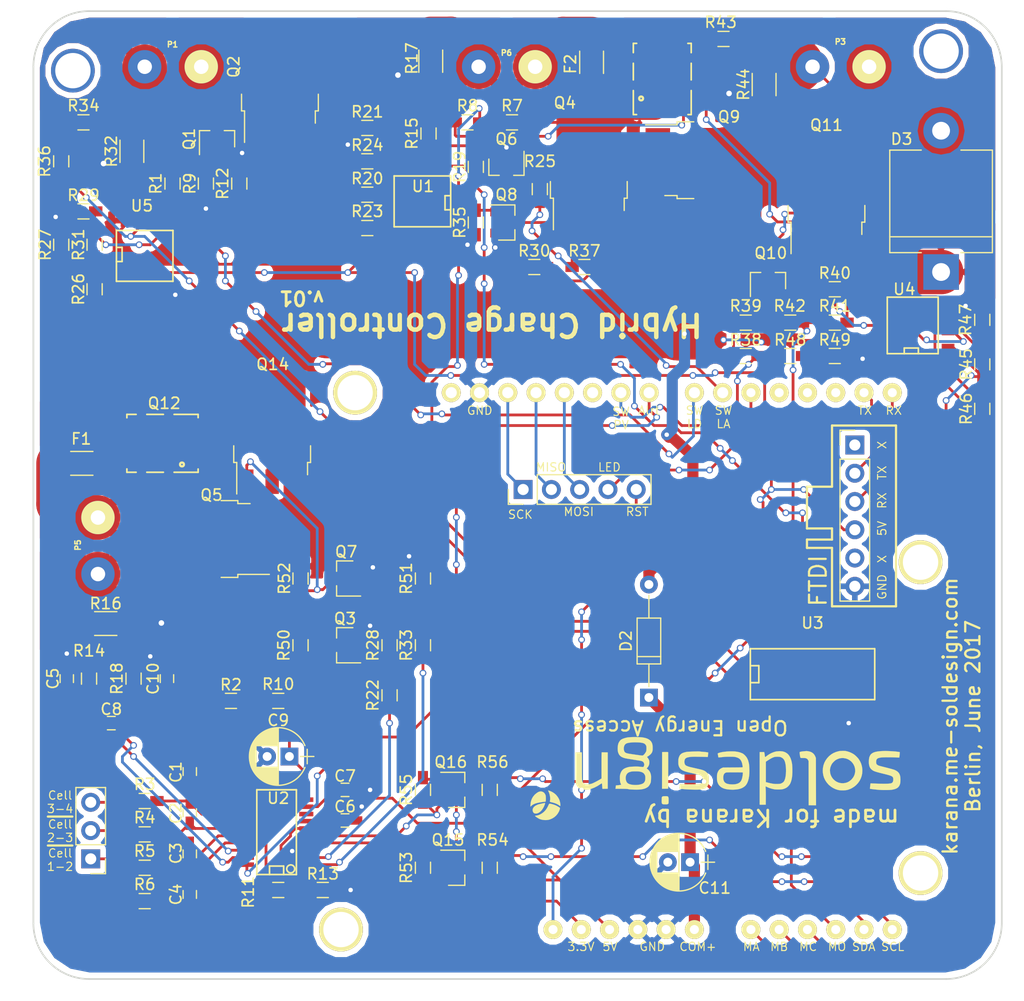
<source format=kicad_pcb>
(kicad_pcb (version 20171130) (host pcbnew "(5.1.12)-1")
  (layers (0 F.Cu signal) (31 B.Cu signal) (34 B.Paste user) (35 F.Paste user) (36 B.SilkS user) (37 F.SilkS user) (38 B.Mask user) (39 F.Mask user) (44 Edge.Cuts user))
  (net 0 "")
  (net 1 /MplexOut)
  (net 2 /MplexA)
  (net 3 /MplexB)
  (net 4 /MplexC)
  (net 5 "Net-(AU1-PadV_IN)")
  (net 6 /GND)
  (net 7 /RST)
  (net 8 /RX)
  (net 9 /TX)
  (net 10 /SSRX)
  (net 11 /SSTX)
  (net 12 /SIM_PWR)
  (net 13 /LED_BTN)
  (net 14 /SW_LA)
  (net 15 /SW_LD)
  (net 16 /SS)
  (net 17 /MOSI)
  (net 18 /MISO)
  (net 19 /SCK)
  (net 20 "Net-(AU1-PadAREF)")
  (net 21 /5V)
  (net 22 /VC5)
  (net 23 /VC3)
  (net 24 /VC2)
  (net 25 /VC1)
  (net 26 /VC0)
  (net 27 /SRP)
  (net 28 "Net-(C6-Pad1)")
  (net 29 /LI+)
  (net 30 /SRN)
  (net 31 "Net-(C9-Pad1)")
  (net 32 /COM+)
  (net 33 "Net-(D3-Pad2)")
  (net 34 "Net-(F1-Pad1)")
  (net 35 "Net-(F1-Pad2)")
  (net 36 "Net-(F2-Pad1)")
  (net 37 "Net-(F2-Pad2)")
  (net 38 /LOAD-)
  (net 39 /LOAD+)
  (net 40 /CELL12)
  (net 41 /CELL23)
  (net 42 /CELL34)
  (net 43 /PV-)
  (net 44 /LI-)
  (net 45 /LA-)
  (net 46 "Net-(Q1-Pad1)")
  (net 47 "Net-(Q1-Pad3)")
  (net 48 "Net-(Q3-Pad1)")
  (net 49 /DSG)
  (net 50 "Net-(Q4-Pad1)")
  (net 51 /LA+)
  (net 52 "Net-(Q4-Pad3)")
  (net 53 "Net-(Q6-Pad1)")
  (net 54 "Net-(Q6-Pad3)")
  (net 55 /CHG)
  (net 56 "Net-(Q10-Pad1)")
  (net 57 "Net-(Q10-Pad3)")
  (net 58 /S_LA_V)
  (net 59 "Net-(R11-Pad1)")
  (net 60 "Net-(R15-Pad2)")
  (net 61 /S_LA_I)
  (net 62 "Net-(R20-Pad1)")
  (net 63 "Net-(R20-Pad2)")
  (net 64 "Net-(R26-Pad2)")
  (net 65 "Net-(R29-Pad2)")
  (net 66 "Net-(R34-Pad2)")
  (net 67 /S_LD_I)
  (net 68 /SW_PV)
  (net 69 /S_PV_V)
  (net 70 "Net-(R43-Pad2)")
  (net 71 /S_PV_I)
  (net 72 "Net-(R46-Pad1)")
  (net 73 "Net-(R46-Pad2)")
  (net 74 "Net-(U2-Pad8)")
  (net 75 "Net-(U2-Pad11)")
  (net 76 /Alert)
  (net 77 "Net-(U3-Pad13)")
  (net 78 "Net-(U3-Pad4)")
  (net 79 "Net-(U3-Pad2)")
  (net 80 "Net-(Q3-Pad3)")
  (net 81 "Net-(Q14-Pad3)")
  (net 82 "Net-(Q7-Pad1)")
  (net 83 "Net-(Q14-Pad1)")
  (net 84 /PV+)
  (net 85 /3.3V)
  (net 86 /SDA3)
  (net 87 /SDA5)
  (net 88 /SCL3)
  (net 89 /SCL5)
  (net 90 "Net-(P7-Pad1)")
  (net 91 "Net-(P7-Pad5)")
  (module Capacitors_SMD:C_0603_HandSoldering (layer F.Cu) (at 114.05 108.35 270)
    (fp_text reference C1 (at 0.05 1.25 270) (layer F.SilkS))
    (fp_text value 1µ)
    (pad 1 smd rect (at -0.95 0 270) (size 1.2 0.75) (layers F.Cu F.Paste F.Mask) (net 22 /VC5))
    (pad 2 smd rect (at 0.95 0 270) (size 1.2 0.75) (layers F.Cu F.Paste F.Mask) (net 23 /VC3))
  )
  (module Capacitors_SMD:C_0603_HandSoldering (layer F.Cu) (at 114.05 112.05 270)
    (fp_text reference C2 (at 0.05 1.25 270) (layer F.SilkS))
    (fp_text value 1µ)
    (pad 1 smd rect (at -0.95 0 270) (size 1.2 0.75) (layers F.Cu F.Paste F.Mask) (net 23 /VC3))
    (pad 2 smd rect (at 0.95 0 270) (size 1.2 0.75) (layers F.Cu F.Paste F.Mask) (net 24 /VC2))
  )
  (module Capacitors_SMD:C_0603_HandSoldering (layer F.Cu) (at 114.05 115.75 270)
    (fp_text reference C3 (at -0.05 1.25 270) (layer F.SilkS))
    (fp_text value 1µ)
    (pad 1 smd rect (at -0.95 0 270) (size 1.2 0.75) (layers F.Cu F.Paste F.Mask) (net 24 /VC2))
    (pad 2 smd rect (at 0.95 0 270) (size 1.2 0.75) (layers F.Cu F.Paste F.Mask) (net 25 /VC1))
  )
  (module Capacitors_SMD:C_0603_HandSoldering (layer F.Cu) (at 114.05 119.4 270)
    (fp_text reference C4 (at 0 1.25 270) (layer F.SilkS))
    (fp_text value 1µ)
    (pad 1 smd rect (at -0.95 0 270) (size 1.2 0.75) (layers F.Cu F.Paste F.Mask) (net 25 /VC1))
    (pad 2 smd rect (at 0.95 0 270) (size 1.2 0.75) (layers F.Cu F.Paste F.Mask) (net 26 /VC0))
  )
  (module Capacitors_SMD:C_0603_HandSoldering (layer F.Cu) (at 103 100 90)
    (fp_text reference C5 (at 0 -1.25 90) (layer F.SilkS))
    (fp_text value 0.1µ)
    (pad 1 smd rect (at -0.95 0 90) (size 1.2 0.75) (layers F.Cu F.Paste F.Mask) (net 27 /SRP))
    (pad 2 smd rect (at 0.95 0 90) (size 1.2 0.75) (layers F.Cu F.Paste F.Mask) (net 6 /GND))
  )
  (module Capacitors_SMD:C_0603_HandSoldering (layer F.Cu) (at 128 112.75)
    (fp_text reference C6 (at 0 -1.25) (layer F.SilkS))
    (fp_text value 1µ)
    (pad 1 smd rect (at -0.95 0) (size 1.2 0.75) (layers F.Cu F.Paste F.Mask) (net 28 "Net-(C6-Pad1)"))
    (pad 2 smd rect (at 0.95 0) (size 1.2 0.75) (layers F.Cu F.Paste F.Mask) (net 6 /GND))
  )
  (module Capacitors_SMD:C_0603_HandSoldering (layer F.Cu) (at 128 110)
    (fp_text reference C7 (at 0 -1.25) (layer F.SilkS))
    (fp_text value 1µ)
    (pad 1 smd rect (at -0.95 0) (size 1.2 0.75) (layers F.Cu F.Paste F.Mask) (net 21 /5V))
    (pad 2 smd rect (at 0.95 0) (size 1.2 0.75) (layers F.Cu F.Paste F.Mask) (net 6 /GND))
  )
  (module Capacitors_SMD:C_0603_HandSoldering (layer F.Cu) (at 107 104 180)
    (fp_text reference C8 (at 0 1.25 180) (layer F.SilkS))
    (fp_text value 0.1µ)
    (pad 1 smd rect (at -0.95 0 180) (size 1.2 0.75) (layers F.Cu F.Paste F.Mask) (net 30 /SRN))
    (pad 2 smd rect (at 0.95 0 180) (size 1.2 0.75) (layers F.Cu F.Paste F.Mask) (net 27 /SRP))
  )
  (module Capacitors_ThroughHole:CP_Radial_D5.0mm_P2.00mm (layer F.Cu) (at 123 107 180)
    (fp_text reference C9 (at 1 3.25 180) (layer F.SilkS))
    (fp_text value 10µ)
    (pad 1 thru_hole rect (at 0 0 180) (size 1.6 1.6) (drill 0.8) (layers *.Cu *.Mask) (net 31 "Net-(C9-Pad1)"))
    (pad 2 thru_hole circle (at 2 0 180) (size 1.6 1.6) (drill 0.8) (layers *.Cu *.Mask) (net 6 /GND))
  )
  (module Capacitors_SMD:C_0603_HandSoldering (layer F.Cu) (at 112 100 90)
    (fp_text reference C10 (at 0 -1.25 90) (layer F.SilkS))
    (fp_text value 0.1µ)
    (pad 1 smd rect (at -0.95 0 90) (size 1.2 0.75) (layers F.Cu F.Paste F.Mask) (net 30 /SRN))
    (pad 2 smd rect (at 0.95 0 90) (size 1.2 0.75) (layers F.Cu F.Paste F.Mask) (net 6 /GND))
  )
  (module Capacitors_ThroughHole:CP_Radial_D5.0mm_P2.00mm (layer F.Cu) (at 159 116.5 180)
    (fp_text reference C11 (at -2.2138 -2.3212 180) (layer F.SilkS))
    (fp_text value 10µ)
    (pad 1 thru_hole rect (at 0 0 180) (size 1.6 1.6) (drill 0.8) (layers *.Cu *.Mask) (net 5 "Net-(AU1-PadV_IN)"))
    (pad 2 thru_hole circle (at 2 0 180) (size 1.6 1.6) (drill 0.8) (layers *.Cu *.Mask) (net 6 /GND))
  )
  (module Diodes_ThroughHole:D_DO-35_SOD27_P10.16mm_Horizontal (layer F.Cu) (at 155.3 101.7 90)
    (fp_text reference D2 (at 5.08 -2.06 90) (layer F.SilkS))
    (fp_text value 1N4148-T)
    (pad 1 thru_hole rect (at 0 0 90) (size 1.6 1.6) (drill 0.8) (layers *.Cu *.Mask) (net 5 "Net-(AU1-PadV_IN)"))
    (pad 2 thru_hole oval (at 10.16 0 90) (size 1.6 1.6) (drill 0.8) (layers *.Cu *.Mask) (net 32 /COM+))
  )
  (module Diodes_ThroughHole:D_P600_R-6_P12.70mm_Horizontal (layer F.Cu) (at 181.55 63.45 90)
    (fp_text reference D3 (at 11.95 -3.55 180) (layer F.SilkS))
    (fp_text value VSB2045Y-M3/54)
    (pad 1 thru_hole rect (at 0 0 90) (size 3.2 3.2) (drill 1.6) (layers *.Cu *.Mask) (net 84 /PV+))
    (pad 2 thru_hole oval (at 12.7 0 90) (size 3.2 3.2) (drill 1.6) (layers *.Cu *.Mask) (net 33 "Net-(D3-Pad2)"))
  )
  (module Fuse_Holders_and_Fuses:Fuse_SMD1206_HandSoldering (layer F.Cu) (at 104.35 80.65)
    (fp_text reference F1 (at -0.05 -2.2) (layer F.SilkS))
    (fp_text value 15A)
    (pad 1 smd rect (at -2.09 0 90) (size 2.03 2.65) (layers F.Cu F.Paste F.Mask) (net 34 "Net-(F1-Pad1)"))
    (pad 2 smd rect (at 2.09 0 90) (size 2.03 2.65) (layers F.Cu F.Paste F.Mask) (net 35 "Net-(F1-Pad2)"))
  )
  (module Fuse_Holders_and_Fuses:Fuse_SMD1206_HandSoldering (layer F.Cu) (at 150.15 44.6 270)
    (fp_text reference F2 (at 0.15 1.9 270) (layer F.SilkS))
    (fp_text value 15A)
    (pad 1 smd rect (at -2.09 0) (size 2.03 2.65) (layers F.Cu F.Paste F.Mask) (net 36 "Net-(F2-Pad1)"))
    (pad 2 smd rect (at 2.09 0) (size 2.03 2.65) (layers F.Cu F.Paste F.Mask) (net 37 "Net-(F2-Pad2)"))
  )
  (module VCS_library:TerminalBlock_Screw_2pol (layer F.Cu) (at 110 45)
    (fp_text reference P1 (at 2.5 -2) (layer F.SilkS) (effects (font (size 0.5 0.5) (thickness 0.125))))
    (fp_text value Load)
    (pad 2 thru_hole circle (at 5.08 0) (size 3 3) (drill 1.3) (layers *.Cu *.Mask F.SilkS) (net 39 /LOAD+))
    (pad 1 thru_hole circle (at 0 0) (size 3 3) (drill 1.3) (layers *.Cu *.Mask) (net 38 /LOAD-))
  )
  (module Pin_Headers:Pin_Header_Straight_1x03_Pitch2.54mm (layer F.Cu) (at 105.15 116.2 180)
    (fp_text reference P2)
    (fp_text value LI_balancer)
    (pad 1 thru_hole rect (at 0 0 180) (size 1.7 1.7) (drill 1) (layers *.Cu *.Mask) (net 40 /CELL12))
    (pad 2 thru_hole oval (at 0 2.54 180) (size 1.7 1.7) (drill 1) (layers *.Cu *.Mask) (net 41 /CELL23))
    (pad 3 thru_hole oval (at 0 5.08 180) (size 1.7 1.7) (drill 1) (layers *.Cu *.Mask) (net 42 /CELL34))
  )
  (module VCS_library:TerminalBlock_Screw_2pol (layer F.Cu) (at 170 45)
    (fp_text reference P3 (at 2.5 -2.25) (layer F.SilkS) (effects (font (size 0.5 0.5) (thickness 0.125))))
    (fp_text value PV)
    (pad 2 thru_hole circle (at 5.08 0) (size 3 3) (drill 1.3) (layers *.Cu *.Mask F.SilkS) (net 33 "Net-(D3-Pad2)"))
    (pad 1 thru_hole circle (at 0 0) (size 3 3) (drill 1.3) (layers *.Cu *.Mask) (net 43 /PV-))
  )
  (module VCS_library:TerminalBlock_Screw_2pol (layer F.Cu) (at 105.8 90.6 90)
    (fp_text reference P5 (at 2.6 -1.8 90) (layer F.SilkS) (effects (font (size 0.5 0.5) (thickness 0.125))))
    (fp_text value LI)
    (pad 2 thru_hole circle (at 5.08 0 90) (size 3 3) (drill 1.3) (layers *.Cu *.Mask F.SilkS) (net 34 "Net-(F1-Pad1)"))
    (pad 1 thru_hole circle (at 0 0 90) (size 3 3) (drill 1.3) (layers *.Cu *.Mask) (net 44 /LI-))
  )
  (module VCS_library:TerminalBlock_Screw_2pol (layer F.Cu) (at 140 45)
    (fp_text reference P6 (at 2.5 -1.25) (layer F.SilkS) (effects (font (size 0.5 0.5) (thickness 0.125))))
    (fp_text value LA)
    (pad 2 thru_hole circle (at 5.08 0) (size 3 3) (drill 1.3) (layers *.Cu *.Mask F.SilkS) (net 36 "Net-(F2-Pad1)"))
    (pad 1 thru_hole circle (at 0 0) (size 3 3) (drill 1.3) (layers *.Cu *.Mask) (net 45 /LA-))
  )
  (module TO_SOT_Packages_SMD:SOT-23 (layer F.Cu) (at 116.5 51.5 90)
    (fp_text reference Q1 (at 0 -2.5 90) (layer F.SilkS))
    (fp_text value MMBT3904)
    (pad 1 smd rect (at -1 -0.95 90) (size 0.9 0.8) (layers F.Cu F.Paste F.Mask) (net 46 "Net-(Q1-Pad1)"))
    (pad 2 smd rect (at -1 0.95 90) (size 0.9 0.8) (layers F.Cu F.Paste F.Mask) (net 6 /GND))
    (pad 3 smd rect (at 1 0 90) (size 0.9 0.8) (layers F.Cu F.Paste F.Mask) (net 47 "Net-(Q1-Pad3)"))
  )
  (module TO_SOT_Packages_SMD:TO-252-3_TabPin2 (layer F.Cu) (at 122.15 46.5 90)
    (fp_text reference Q2 (at 1.5 -4.15 270) (layer F.SilkS))
    (fp_text value IPD90P04P4L-04)
    (pad 1 smd rect (at -4.2 -2.28 90) (size 2.2 1.2) (layers F.Cu F.Paste F.Mask) (net 47 "Net-(Q1-Pad3)"))
    (pad 2 smd rect (at -4.2 0 90) (size 2.2 1.2) (layers F.Cu F.Paste F.Mask) (net 39 /LOAD+))
    (pad 3 smd rect (at -4.2 2.28 90) (size 2.2 1.2) (layers F.Cu F.Paste F.Mask) (net 32 /COM+))
    (pad 2 smd rect (at 2.1 0 90) (size 6.4 5.8) (layers F.Cu F.Mask) (net 39 /LOAD+))
    (pad 2 smd rect (at 3.775 1.525 90) (size 3.05 2.75) (layers F.Cu F.Paste) (net 39 /LOAD+))
    (pad 2 smd rect (at 0.425 -1.525 90) (size 3.05 2.75) (layers F.Cu F.Paste) (net 39 /LOAD+))
    (pad 2 smd rect (at 3.775 -1.525 90) (size 3.05 2.75) (layers F.Cu F.Paste) (net 39 /LOAD+))
    (pad 2 smd rect (at 0.425 1.525 90) (size 3.05 2.75) (layers F.Cu F.Paste) (net 39 /LOAD+))
  )
  (module TO_SOT_Packages_SMD:TO-252-3_TabPin2 (layer F.Cu) (at 149.9 54.35 90)
    (fp_text reference Q4 (at 6.1 -2.15 180) (layer F.SilkS))
    (fp_text value IPD90P04P4L-04)
    (pad 1 smd rect (at -4.2 -2.28 90) (size 2.2 1.2) (layers F.Cu F.Paste F.Mask) (net 50 "Net-(Q4-Pad1)"))
    (pad 2 smd rect (at -4.2 0 90) (size 2.2 1.2) (layers F.Cu F.Paste F.Mask) (net 51 /LA+))
    (pad 3 smd rect (at -4.2 2.28 90) (size 2.2 1.2) (layers F.Cu F.Paste F.Mask) (net 52 "Net-(Q4-Pad3)"))
    (pad 2 smd rect (at 2.1 0 90) (size 6.4 5.8) (layers F.Cu F.Mask) (net 51 /LA+))
    (pad 2 smd rect (at 3.775 1.525 90) (size 3.05 2.75) (layers F.Cu F.Paste) (net 51 /LA+))
    (pad 2 smd rect (at 0.425 -1.525 90) (size 3.05 2.75) (layers F.Cu F.Paste) (net 51 /LA+))
    (pad 2 smd rect (at 3.775 -1.525 90) (size 3.05 2.75) (layers F.Cu F.Paste) (net 51 /LA+))
    (pad 2 smd rect (at 0.425 1.525 90) (size 3.05 2.75) (layers F.Cu F.Paste) (net 51 /LA+))
  )
  (module TO_SOT_Packages_SMD:SOT-23 (layer F.Cu) (at 142.5 54 270)
    (fp_text reference Q6 (at -2.5 0) (layer F.SilkS))
    (fp_text value MMBT3904)
    (pad 1 smd rect (at -1 -0.95 270) (size 0.9 0.8) (layers F.Cu F.Paste F.Mask) (net 53 "Net-(Q6-Pad1)"))
    (pad 2 smd rect (at -1 0.95 270) (size 0.9 0.8) (layers F.Cu F.Paste F.Mask) (net 6 /GND))
    (pad 3 smd rect (at 1 0 270) (size 0.9 0.8) (layers F.Cu F.Paste F.Mask) (net 54 "Net-(Q6-Pad3)"))
  )
  (module TO_SOT_Packages_SMD:SOT-23 (layer F.Cu) (at 128 91 180)
    (fp_text reference Q7 (at -0.1 2.4) (layer F.SilkS))
    (fp_text value MMBT3904)
    (pad 1 smd rect (at -1 -0.95 180) (size 0.9 0.8) (layers F.Cu F.Paste F.Mask) (net 82 "Net-(Q7-Pad1)"))
    (pad 2 smd rect (at -1 0.95 180) (size 0.9 0.8) (layers F.Cu F.Paste F.Mask) (net 6 /GND))
    (pad 3 smd rect (at 1 0 180) (size 0.9 0.8) (layers F.Cu F.Paste F.Mask) (net 83 "Net-(Q14-Pad1)"))
  )
  (module TO_SOT_Packages_SMD:SOT-23 (layer F.Cu) (at 142.5 59)
    (fp_text reference Q8 (at 0 -2.5) (layer F.SilkS))
    (fp_text value MMBT3904)
    (pad 1 smd rect (at -1 -0.95) (size 0.9 0.8) (layers F.Cu F.Paste F.Mask) (net 54 "Net-(Q6-Pad3)"))
    (pad 2 smd rect (at -1 0.95) (size 0.9 0.8) (layers F.Cu F.Paste F.Mask) (net 6 /GND))
    (pad 3 smd rect (at 1 0) (size 0.9 0.8) (layers F.Cu F.Paste F.Mask) (net 50 "Net-(Q4-Pad1)"))
  )
  (module TO_SOT_Packages_SMD:TO-252-3_TabPin2 (layer F.Cu) (at 160.3 53.4)
    (fp_text reference Q9 (at 2.2 -3.9) (layer F.SilkS))
    (fp_text value IPD90P04P4L-04)
    (pad 1 smd rect (at -4.2 -2.28) (size 2.2 1.2) (layers F.Cu F.Paste F.Mask) (net 50 "Net-(Q4-Pad1)"))
    (pad 2 smd rect (at -4.2 0) (size 2.2 1.2) (layers F.Cu F.Paste F.Mask) (net 32 /COM+))
    (pad 3 smd rect (at -4.2 2.28) (size 2.2 1.2) (layers F.Cu F.Paste F.Mask) (net 52 "Net-(Q4-Pad3)"))
    (pad 2 smd rect (at 2.1 0) (size 6.4 5.8) (layers F.Cu F.Mask) (net 32 /COM+))
    (pad 2 smd rect (at 3.775 1.525) (size 3.05 2.75) (layers F.Cu F.Paste) (net 32 /COM+))
    (pad 2 smd rect (at 0.425 -1.525) (size 3.05 2.75) (layers F.Cu F.Paste) (net 32 /COM+))
    (pad 2 smd rect (at 3.775 -1.525) (size 3.05 2.75) (layers F.Cu F.Paste) (net 32 /COM+))
    (pad 2 smd rect (at 0.425 1.525) (size 3.05 2.75) (layers F.Cu F.Paste) (net 32 /COM+))
  )
  (module TO_SOT_Packages_SMD:SOT-23 (layer F.Cu) (at 166 64.25 90)
    (fp_text reference Q10 (at 2.5 0.25 180) (layer F.SilkS))
    (fp_text value MMBT3904)
    (pad 1 smd rect (at -1 -0.95 90) (size 0.9 0.8) (layers F.Cu F.Paste F.Mask) (net 56 "Net-(Q10-Pad1)"))
    (pad 2 smd rect (at -1 0.95 90) (size 0.9 0.8) (layers F.Cu F.Paste F.Mask) (net 43 /PV-))
    (pad 3 smd rect (at 1 0 90) (size 0.9 0.8) (layers F.Cu F.Paste F.Mask) (net 57 "Net-(Q10-Pad3)"))
  )
  (module TO_SOT_Packages_SMD:TO-252-3_TabPin2 (layer F.Cu) (at 171.25 56.5 90)
    (fp_text reference Q11 (at 6.25 0 180) (layer F.SilkS))
    (fp_text value IPD90P04P4L-04)
    (pad 1 smd rect (at -4.2 -2.28 90) (size 2.2 1.2) (layers F.Cu F.Paste F.Mask) (net 57 "Net-(Q10-Pad3)"))
    (pad 2 smd rect (at -4.2 0 90) (size 2.2 1.2) (layers F.Cu F.Paste F.Mask) (net 32 /COM+))
    (pad 3 smd rect (at -4.2 2.28 90) (size 2.2 1.2) (layers F.Cu F.Paste F.Mask) (net 84 /PV+))
    (pad 2 smd rect (at 2.1 0 90) (size 6.4 5.8) (layers F.Cu F.Mask) (net 32 /COM+))
    (pad 2 smd rect (at 3.775 1.525 90) (size 3.05 2.75) (layers F.Cu F.Paste) (net 32 /COM+))
    (pad 2 smd rect (at 0.425 -1.525 90) (size 3.05 2.75) (layers F.Cu F.Paste) (net 32 /COM+))
    (pad 2 smd rect (at 3.775 -1.525 90) (size 3.05 2.75) (layers F.Cu F.Paste) (net 32 /COM+))
    (pad 2 smd rect (at 0.425 1.525 90) (size 3.05 2.75) (layers F.Cu F.Paste) (net 32 /COM+))
  )
  (module Resistors_SMD:R_0603_HandSoldering (layer F.Cu) (at 112.5 55.5 270)
    (fp_text reference R1 (at 0 1.5 270) (layer F.SilkS))
    (fp_text value 10k)
    (pad 1 smd rect (at -1.1 0 270) (size 1.2 0.9) (layers F.Cu F.Paste F.Mask) (net 46 "Net-(Q1-Pad1)"))
    (pad 2 smd rect (at 1.1 0 270) (size 1.2 0.9) (layers F.Cu F.Paste F.Mask) (net 15 /SW_LD))
  )
  (module Resistors_SMD:R_0603_HandSoldering (layer F.Cu) (at 117.75 102)
    (fp_text reference R2 (at 0 -1.45) (layer F.SilkS))
    (fp_text value 100)
    (pad 1 smd rect (at -1.1 0) (size 1.2 0.9) (layers F.Cu F.Paste F.Mask) (net 22 /VC5))
    (pad 2 smd rect (at 1.1 0) (size 1.2 0.9) (layers F.Cu F.Paste F.Mask) (net 29 /LI+))
  )
  (module Resistors_SMD:R_0603_HandSoldering (layer F.Cu) (at 110 111 180)
    (fp_text reference R3 (at 0 1.5 180) (layer F.SilkS))
    (fp_text value 100)
    (pad 1 smd rect (at -1.1 0 180) (size 1.2 0.9) (layers F.Cu F.Paste F.Mask) (net 23 /VC3))
    (pad 2 smd rect (at 1.1 0 180) (size 1.2 0.9) (layers F.Cu F.Paste F.Mask) (net 42 /CELL34))
  )
  (module Resistors_SMD:R_0603_HandSoldering (layer F.Cu) (at 110 114 180)
    (fp_text reference R4 (at 0 1.5 180) (layer F.SilkS))
    (fp_text value 100)
    (pad 1 smd rect (at -1.1 0 180) (size 1.2 0.9) (layers F.Cu F.Paste F.Mask) (net 24 /VC2))
    (pad 2 smd rect (at 1.1 0 180) (size 1.2 0.9) (layers F.Cu F.Paste F.Mask) (net 41 /CELL23))
  )
  (module Resistors_SMD:R_0603_HandSoldering (layer F.Cu) (at 110 117 180)
    (fp_text reference R5 (at 0 1.5 180) (layer F.SilkS))
    (fp_text value 100)
    (pad 1 smd rect (at -1.1 0 180) (size 1.2 0.9) (layers F.Cu F.Paste F.Mask) (net 25 /VC1))
    (pad 2 smd rect (at 1.1 0 180) (size 1.2 0.9) (layers F.Cu F.Paste F.Mask) (net 40 /CELL12))
  )
  (module Resistors_SMD:R_0603_HandSoldering (layer F.Cu) (at 110 120 180)
    (fp_text reference R6 (at 0 1.5 180) (layer F.SilkS))
    (fp_text value 100)
    (pad 1 smd rect (at -1.1 0 180) (size 1.2 0.9) (layers F.Cu F.Paste F.Mask) (net 26 /VC0))
    (pad 2 smd rect (at 1.1 0 180) (size 1.2 0.9) (layers F.Cu F.Paste F.Mask) (net 44 /LI-))
  )
  (module Resistors_SMD:R_0603_HandSoldering (layer F.Cu) (at 143 50 180)
    (fp_text reference R7 (at 0 1.5 180) (layer F.SilkS))
    (fp_text value 100k)
    (pad 1 smd rect (at -1.1 0 180) (size 1.2 0.9) (layers F.Cu F.Paste F.Mask) (net 51 /LA+))
    (pad 2 smd rect (at 1.1 0 180) (size 1.2 0.9) (layers F.Cu F.Paste F.Mask) (net 58 /S_LA_V))
  )
  (module Resistors_SMD:R_0603_HandSoldering (layer F.Cu) (at 139 50 180)
    (fp_text reference R8 (at 0 1.5 180) (layer F.SilkS))
    (fp_text value 33k)
    (pad 1 smd rect (at -1.1 0 180) (size 1.2 0.9) (layers F.Cu F.Paste F.Mask) (net 58 /S_LA_V))
    (pad 2 smd rect (at 1.1 0 180) (size 1.2 0.9) (layers F.Cu F.Paste F.Mask) (net 45 /LA-))
  )
  (module Resistors_SMD:R_0603_HandSoldering (layer F.Cu) (at 115.5 55.5 90)
    (fp_text reference R9 (at 0 -1.45 90) (layer F.SilkS))
    (fp_text value 100k)
    (pad 1 smd rect (at -1.1 0 90) (size 1.2 0.9) (layers F.Cu F.Paste F.Mask) (net 6 /GND))
    (pad 2 smd rect (at 1.1 0 90) (size 1.2 0.9) (layers F.Cu F.Paste F.Mask) (net 46 "Net-(Q1-Pad1)"))
  )
  (module Resistors_SMD:R_0603_HandSoldering (layer F.Cu) (at 122 102 180)
    (fp_text reference R10 (at 0 1.5 180) (layer F.SilkS))
    (fp_text value 100)
    (pad 1 smd rect (at -1.1 0 180) (size 1.2 0.9) (layers F.Cu F.Paste F.Mask) (net 31 "Net-(C9-Pad1)"))
    (pad 2 smd rect (at 1.1 0 180) (size 1.2 0.9) (layers F.Cu F.Paste F.Mask) (net 29 /LI+))
  )
  (module Resistors_SMD:R_0603_HandSoldering (layer F.Cu) (at 122 119 180)
    (fp_text reference R11 (at 2.7 -0.2 270) (layer F.SilkS))
    (fp_text value 10k)
    (pad 1 smd rect (at -1.1 0 180) (size 1.2 0.9) (layers F.Cu F.Paste F.Mask) (net 59 "Net-(R11-Pad1)"))
    (pad 2 smd rect (at 1.1 0 180) (size 1.2 0.9) (layers F.Cu F.Paste F.Mask) (net 25 /VC1))
  )
  (module Resistors_SMD:R_0603_HandSoldering (layer F.Cu) (at 118.5 55.5 270)
    (fp_text reference R12 (at 0 1.5 270) (layer F.SilkS))
    (fp_text value 47k)
    (pad 1 smd rect (at -1.1 0 270) (size 1.2 0.9) (layers F.Cu F.Paste F.Mask) (net 47 "Net-(Q1-Pad3)"))
    (pad 2 smd rect (at 1.1 0 270) (size 1.2 0.9) (layers F.Cu F.Paste F.Mask) (net 32 /COM+))
  )
  (module Resistors_SMD:R_0603_HandSoldering (layer F.Cu) (at 126 119)
    (fp_text reference R13 (at 0 -1.45) (layer F.SilkS))
    (fp_text value 10k)
    (pad 1 smd rect (at -1.1 0) (size 1.2 0.9) (layers F.Cu F.Paste F.Mask) (net 59 "Net-(R11-Pad1)"))
    (pad 2 smd rect (at 1.1 0) (size 1.2 0.9) (layers F.Cu F.Paste F.Mask) (net 6 /GND))
  )
  (module Resistors_SMD:R_0603_HandSoldering (layer F.Cu) (at 105 100 270)
    (fp_text reference R14 (at -2.5 0 180) (layer F.SilkS))
    (fp_text value 100)
    (pad 1 smd rect (at -1.1 0 270) (size 1.2 0.9) (layers F.Cu F.Paste F.Mask) (net 44 /LI-))
    (pad 2 smd rect (at 1.1 0 270) (size 1.2 0.9) (layers F.Cu F.Paste F.Mask) (net 27 /SRP))
  )
  (module Resistors_SMD:R_0603_HandSoldering (layer F.Cu) (at 135.5 51 270)
    (fp_text reference R15 (at 0 1.5 270) (layer F.SilkS))
    (fp_text value 4.7k)
    (pad 1 smd rect (at -1.1 0 270) (size 1.2 0.9) (layers F.Cu F.Paste F.Mask) (net 45 /LA-))
    (pad 2 smd rect (at 1.1 0 270) (size 1.2 0.9) (layers F.Cu F.Paste F.Mask) (net 60 "Net-(R15-Pad2)"))
  )
  (module Resistors_SMD:R_1206_HandSoldering (layer F.Cu) (at 106.5 95.05 180)
    (fp_text reference R16 (at 0 1.8 180) (layer F.SilkS))
    (fp_text value R005)
    (pad 1 smd rect (at -2 0 180) (size 2 1.7) (layers F.Cu F.Paste F.Mask) (net 6 /GND))
    (pad 2 smd rect (at 2 0 180) (size 2 1.7) (layers F.Cu F.Paste F.Mask) (net 44 /LI-))
  )
  (module Resistors_SMD:R_1206_HandSoldering (layer F.Cu) (at 135.7 44.5 90)
    (fp_text reference R17 (at 0.25 -1.7 90) (layer F.SilkS))
    (fp_text value R005)
    (pad 1 smd rect (at -2 0 90) (size 2 1.7) (layers F.Cu F.Paste F.Mask) (net 6 /GND))
    (pad 2 smd rect (at 2 0 90) (size 2 1.7) (layers F.Cu F.Paste F.Mask) (net 45 /LA-))
  )
  (module Resistors_SMD:R_0603_HandSoldering (layer F.Cu) (at 109 100 270)
    (fp_text reference R18 (at 0 1.5 90) (layer F.SilkS))
    (fp_text value 100)
    (pad 1 smd rect (at -1.1 0 270) (size 1.2 0.9) (layers F.Cu F.Paste F.Mask) (net 6 /GND))
    (pad 2 smd rect (at 1.1 0 270) (size 1.2 0.9) (layers F.Cu F.Paste F.Mask) (net 30 /SRN))
  )
  (module Resistors_SMD:R_0603_HandSoldering (layer F.Cu) (at 139.75 54 90)
    (fp_text reference R19 (at 0 -1.45 90) (layer F.SilkS))
    (fp_text value 220k)
    (pad 1 smd rect (at -1.1 0 90) (size 1.2 0.9) (layers F.Cu F.Paste F.Mask) (net 61 /S_LA_I))
    (pad 2 smd rect (at 1.1 0 90) (size 1.2 0.9) (layers F.Cu F.Paste F.Mask) (net 60 "Net-(R15-Pad2)"))
  )
  (module Resistors_SMD:R_0603_HandSoldering (layer F.Cu) (at 130 56.5)
    (fp_text reference R20 (at 0 -1.45) (layer F.SilkS))
    (fp_text value 220k)
    (pad 1 smd rect (at -1.1 0) (size 1.2 0.9) (layers F.Cu F.Paste F.Mask) (net 62 "Net-(R20-Pad1)"))
    (pad 2 smd rect (at 1.1 0) (size 1.2 0.9) (layers F.Cu F.Paste F.Mask) (net 63 "Net-(R20-Pad2)"))
  )
  (module Resistors_SMD:R_0603_HandSoldering (layer F.Cu) (at 130 50.5)
    (fp_text reference R21 (at 0 -1.45) (layer F.SilkS))
    (fp_text value 4.7k)
    (pad 1 smd rect (at -1.1 0) (size 1.2 0.9) (layers F.Cu F.Paste F.Mask) (net 6 /GND))
    (pad 2 smd rect (at 1.1 0) (size 1.2 0.9) (layers F.Cu F.Paste F.Mask) (net 63 "Net-(R20-Pad2)"))
  )
  (module Resistors_SMD:R_0603_HandSoldering (layer F.Cu) (at 132 101.5 270)
    (fp_text reference R22 (at 0 1.5 270) (layer F.SilkS))
    (fp_text value 10k)
    (pad 1 smd rect (at -1.1 0 270) (size 1.2 0.9) (layers F.Cu F.Paste F.Mask) (net 48 "Net-(Q3-Pad1)"))
    (pad 2 smd rect (at 1.1 0 270) (size 1.2 0.9) (layers F.Cu F.Paste F.Mask) (net 55 /CHG))
  )
  (module Resistors_SMD:R_0603_HandSoldering (layer F.Cu) (at 130 59.5 180)
    (fp_text reference R23 (at 0 1.5 180) (layer F.SilkS))
    (fp_text value 10k)
    (pad 1 smd rect (at -1.1 0 180) (size 1.2 0.9) (layers F.Cu F.Paste F.Mask) (net 21 /5V))
    (pad 2 smd rect (at 1.1 0 180) (size 1.2 0.9) (layers F.Cu F.Paste F.Mask) (net 62 "Net-(R20-Pad1)"))
  )
  (module Resistors_SMD:R_0603_HandSoldering (layer F.Cu) (at 130 53.5)
    (fp_text reference R24 (at 0 -1.45) (layer F.SilkS))
    (fp_text value 10k)
    (pad 1 smd rect (at -1.1 0) (size 1.2 0.9) (layers F.Cu F.Paste F.Mask) (net 62 "Net-(R20-Pad1)"))
    (pad 2 smd rect (at 1.1 0) (size 1.2 0.9) (layers F.Cu F.Paste F.Mask) (net 6 /GND))
  )
  (module Resistors_SMD:R_0603_HandSoldering (layer F.Cu) (at 145.5 56 270)
    (fp_text reference R25 (at -2.5 0) (layer F.SilkS))
    (fp_text value 10k)
    (pad 1 smd rect (at -1.1 0 270) (size 1.2 0.9) (layers F.Cu F.Paste F.Mask) (net 53 "Net-(Q6-Pad1)"))
    (pad 2 smd rect (at 1.1 0 270) (size 1.2 0.9) (layers F.Cu F.Paste F.Mask) (net 14 /SW_LA))
  )
  (module Resistors_SMD:R_0603_HandSoldering (layer F.Cu) (at 105.5 65 90)
    (fp_text reference R26 (at 0 -1.45 90) (layer F.SilkS))
    (fp_text value 10k)
    (pad 1 smd rect (at -1.1 0 90) (size 1.2 0.9) (layers F.Cu F.Paste F.Mask) (net 21 /5V))
    (pad 2 smd rect (at 1.1 0 90) (size 1.2 0.9) (layers F.Cu F.Paste F.Mask) (net 64 "Net-(R26-Pad2)"))
  )
  (module Resistors_SMD:R_0603_HandSoldering (layer F.Cu) (at 102.5 61 90)
    (fp_text reference R27 (at 0 -1.45 90) (layer F.SilkS))
    (fp_text value 10k)
    (pad 1 smd rect (at -1.1 0 90) (size 1.2 0.9) (layers F.Cu F.Paste F.Mask) (net 64 "Net-(R26-Pad2)"))
    (pad 2 smd rect (at 1.1 0 90) (size 1.2 0.9) (layers F.Cu F.Paste F.Mask) (net 6 /GND))
  )
  (module Resistors_SMD:R_0603_HandSoldering (layer F.Cu) (at 132 97 270)
    (fp_text reference R28 (at 0 1.5 270) (layer F.SilkS))
    (fp_text value 100k)
    (pad 1 smd rect (at -1.1 0 270) (size 1.2 0.9) (layers F.Cu F.Paste F.Mask) (net 6 /GND))
    (pad 2 smd rect (at 1.1 0 270) (size 1.2 0.9) (layers F.Cu F.Paste F.Mask) (net 48 "Net-(Q3-Pad1)"))
  )
  (module Resistors_SMD:R_0603_HandSoldering (layer F.Cu) (at 104.5 58)
    (fp_text reference R29 (at 0 -1.45) (layer F.SilkS))
    (fp_text value 4.7k)
    (pad 1 smd rect (at -1.1 0) (size 1.2 0.9) (layers F.Cu F.Paste F.Mask) (net 6 /GND))
    (pad 2 smd rect (at 1.1 0) (size 1.2 0.9) (layers F.Cu F.Paste F.Mask) (net 65 "Net-(R29-Pad2)"))
  )
  (module Resistors_SMD:R_0603_HandSoldering (layer F.Cu) (at 145 63)
    (fp_text reference R30 (at 0 -1.45) (layer F.SilkS))
    (fp_text value 47k)
    (pad 1 smd rect (at -1.1 0) (size 1.2 0.9) (layers F.Cu F.Paste F.Mask) (net 54 "Net-(Q6-Pad3)"))
    (pad 2 smd rect (at 1.1 0) (size 1.2 0.9) (layers F.Cu F.Paste F.Mask) (net 52 "Net-(Q4-Pad3)"))
  )
  (module Resistors_SMD:R_0603_HandSoldering (layer F.Cu) (at 105.5 61 90)
    (fp_text reference R31 (at 0 -1.45 90) (layer F.SilkS))
    (fp_text value 220k)
    (pad 1 smd rect (at -1.1 0 90) (size 1.2 0.9) (layers F.Cu F.Paste F.Mask) (net 64 "Net-(R26-Pad2)"))
    (pad 2 smd rect (at 1.1 0 90) (size 1.2 0.9) (layers F.Cu F.Paste F.Mask) (net 65 "Net-(R29-Pad2)"))
  )
  (module Resistors_SMD:R_1206_HandSoldering (layer F.Cu) (at 108.85 52.6 90)
    (fp_text reference R32 (at 0 -1.85 90) (layer F.SilkS))
    (fp_text value R005)
    (pad 1 smd rect (at -2 0 90) (size 2 1.7) (layers F.Cu F.Paste F.Mask) (net 6 /GND))
    (pad 2 smd rect (at 2 0 90) (size 2 1.7) (layers F.Cu F.Paste F.Mask) (net 38 /LOAD-))
  )
  (module Resistors_SMD:R_0603_HandSoldering (layer F.Cu) (at 135 97 270)
    (fp_text reference R33 (at 0 1.5 270) (layer F.SilkS))
    (fp_text value 10k)
    (pad 1 smd rect (at -1.1 0 270) (size 1.2 0.9) (layers F.Cu F.Paste F.Mask) (net 82 "Net-(Q7-Pad1)"))
    (pad 2 smd rect (at 1.1 0 270) (size 1.2 0.9) (layers F.Cu F.Paste F.Mask) (net 49 /DSG))
  )
  (module Resistors_SMD:R_0603_HandSoldering (layer F.Cu) (at 104.5 50 180)
    (fp_text reference R34 (at 0 1.5 180) (layer F.SilkS))
    (fp_text value 4.7k)
    (pad 1 smd rect (at -1.1 0 180) (size 1.2 0.9) (layers F.Cu F.Paste F.Mask) (net 38 /LOAD-))
    (pad 2 smd rect (at 1.1 0 180) (size 1.2 0.9) (layers F.Cu F.Paste F.Mask) (net 66 "Net-(R34-Pad2)"))
  )
  (module Resistors_SMD:R_0603_HandSoldering (layer F.Cu) (at 139.75 59 90)
    (fp_text reference R35 (at 0 -1.45 90) (layer F.SilkS))
    (fp_text value 100k)
    (pad 1 smd rect (at -1.1 0 90) (size 1.2 0.9) (layers F.Cu F.Paste F.Mask) (net 6 /GND))
    (pad 2 smd rect (at 1.1 0 90) (size 1.2 0.9) (layers F.Cu F.Paste F.Mask) (net 54 "Net-(Q6-Pad3)"))
  )
  (module Resistors_SMD:R_0603_HandSoldering (layer F.Cu) (at 102.5 53.5 270)
    (fp_text reference R36 (at 0 1.5 270) (layer F.SilkS))
    (fp_text value 220k)
    (pad 1 smd rect (at -1.1 0 270) (size 1.2 0.9) (layers F.Cu F.Paste F.Mask) (net 66 "Net-(R34-Pad2)"))
    (pad 2 smd rect (at 1.1 0 270) (size 1.2 0.9) (layers F.Cu F.Paste F.Mask) (net 67 /S_LD_I))
  )
  (module Resistors_SMD:R_0603_HandSoldering (layer F.Cu) (at 149.5 63)
    (fp_text reference R37 (at 0 -1.45) (layer F.SilkS))
    (fp_text value 47k)
    (pad 1 smd rect (at -1.1 0) (size 1.2 0.9) (layers F.Cu F.Paste F.Mask) (net 50 "Net-(Q4-Pad1)"))
    (pad 2 smd rect (at 1.1 0) (size 1.2 0.9) (layers F.Cu F.Paste F.Mask) (net 52 "Net-(Q4-Pad3)"))
  )
  (module Resistors_SMD:R_0603_HandSoldering (layer F.Cu) (at 164 71)
    (fp_text reference R38 (at 0 -1.45) (layer F.SilkS))
    (fp_text value 10k)
    (pad 1 smd rect (at -1.1 0) (size 1.2 0.9) (layers F.Cu F.Paste F.Mask) (net 56 "Net-(Q10-Pad1)"))
    (pad 2 smd rect (at 1.1 0) (size 1.2 0.9) (layers F.Cu F.Paste F.Mask) (net 68 /SW_PV))
  )
  (module Resistors_SMD:R_0603_HandSoldering (layer F.Cu) (at 164 68 180)
    (fp_text reference R39 (at 0 1.5 180) (layer F.SilkS))
    (fp_text value 100k)
    (pad 1 smd rect (at -1.1 0 180) (size 1.2 0.9) (layers F.Cu F.Paste F.Mask) (net 43 /PV-))
    (pad 2 smd rect (at 1.1 0 180) (size 1.2 0.9) (layers F.Cu F.Paste F.Mask) (net 56 "Net-(Q10-Pad1)"))
  )
  (module Resistors_SMD:R_0603_HandSoldering (layer F.Cu) (at 172 65)
    (fp_text reference R40 (at 0 -1.45) (layer F.SilkS))
    (fp_text value 2.2k)
    (pad 1 smd rect (at -1.1 0) (size 1.2 0.9) (layers F.Cu F.Paste F.Mask) (net 57 "Net-(Q10-Pad3)"))
    (pad 2 smd rect (at 1.1 0) (size 1.2 0.9) (layers F.Cu F.Paste F.Mask) (net 84 /PV+))
  )
  (module Resistors_SMD:R_0603_HandSoldering (layer F.Cu) (at 172 68 180)
    (fp_text reference R41 (at 0 1.5 180) (layer F.SilkS))
    (fp_text value 100k)
    (pad 1 smd rect (at -1.1 0 180) (size 1.2 0.9) (layers F.Cu F.Paste F.Mask) (net 84 /PV+))
    (pad 2 smd rect (at 1.1 0 180) (size 1.2 0.9) (layers F.Cu F.Paste F.Mask) (net 69 /S_PV_V))
  )
  (module Resistors_SMD:R_0603_HandSoldering (layer F.Cu) (at 168 68 180)
    (fp_text reference R42 (at 0.05 1.5 180) (layer F.SilkS))
    (fp_text value 33k)
    (pad 1 smd rect (at -1.1 0 180) (size 1.2 0.9) (layers F.Cu F.Paste F.Mask) (net 69 /S_PV_V))
    (pad 2 smd rect (at 1.1 0 180) (size 1.2 0.9) (layers F.Cu F.Paste F.Mask) (net 43 /PV-))
  )
  (module Resistors_SMD:R_0603_HandSoldering (layer F.Cu) (at 162 42.5 180)
    (fp_text reference R43 (at 0.25 1.5 180) (layer F.SilkS))
    (fp_text value 4.7k)
    (pad 1 smd rect (at -1.1 0 180) (size 1.2 0.9) (layers F.Cu F.Paste F.Mask) (net 43 /PV-))
    (pad 2 smd rect (at 1.1 0 180) (size 1.2 0.9) (layers F.Cu F.Paste F.Mask) (net 70 "Net-(R43-Pad2)"))
  )
  (module Resistors_SMD:R_1206_HandSoldering (layer F.Cu) (at 165.65 46.6 90)
    (fp_text reference R44 (at 0 -1.85 90) (layer F.SilkS))
    (fp_text value R005)
    (pad 1 smd rect (at -2 0 90) (size 2 1.7) (layers F.Cu F.Paste F.Mask) (net 6 /GND))
    (pad 2 smd rect (at 2 0 90) (size 2 1.7) (layers F.Cu F.Paste F.Mask) (net 43 /PV-))
  )
  (module Resistors_SMD:R_0603_HandSoldering (layer F.Cu) (at 185.25 71.75 90)
    (fp_text reference R45 (at 0 -1.45 90) (layer F.SilkS))
    (fp_text value 220k)
    (pad 1 smd rect (at -1.1 0 90) (size 1.2 0.9) (layers F.Cu F.Paste F.Mask) (net 71 /S_PV_I))
    (pad 2 smd rect (at 1.1 0 90) (size 1.2 0.9) (layers F.Cu F.Paste F.Mask) (net 70 "Net-(R43-Pad2)"))
  )
  (module Resistors_SMD:R_0603_HandSoldering (layer F.Cu) (at 185.25 75.75 90)
    (fp_text reference R46 (at 0 -1.45 90) (layer F.SilkS))
    (fp_text value 220k)
    (pad 1 smd rect (at -1.1 0 90) (size 1.2 0.9) (layers F.Cu F.Paste F.Mask) (net 72 "Net-(R46-Pad1)"))
    (pad 2 smd rect (at 1.1 0 90) (size 1.2 0.9) (layers F.Cu F.Paste F.Mask) (net 73 "Net-(R46-Pad2)"))
  )
  (module Resistors_SMD:R_0603_HandSoldering (layer F.Cu) (at 185.25 67.75 270)
    (fp_text reference R47 (at 0 1.5 270) (layer F.SilkS))
    (fp_text value 4.7k)
    (pad 1 smd rect (at -1.1 0 270) (size 1.2 0.9) (layers F.Cu F.Paste F.Mask) (net 6 /GND))
    (pad 2 smd rect (at 1.1 0 270) (size 1.2 0.9) (layers F.Cu F.Paste F.Mask) (net 73 "Net-(R46-Pad2)"))
  )
  (module Resistors_SMD:R_0603_HandSoldering (layer F.Cu) (at 168 71)
    (fp_text reference R48 (at 0 -1.45) (layer F.SilkS))
    (fp_text value 10k)
    (pad 1 smd rect (at -1.1 0) (size 1.2 0.9) (layers F.Cu F.Paste F.Mask) (net 21 /5V))
    (pad 2 smd rect (at 1.1 0) (size 1.2 0.9) (layers F.Cu F.Paste F.Mask) (net 72 "Net-(R46-Pad1)"))
  )
  (module Resistors_SMD:R_0603_HandSoldering (layer F.Cu) (at 172 71)
    (fp_text reference R49 (at 0 -1.45) (layer F.SilkS))
    (fp_text value 10k)
    (pad 1 smd rect (at -1.1 0) (size 1.2 0.9) (layers F.Cu F.Paste F.Mask) (net 72 "Net-(R46-Pad1)"))
    (pad 2 smd rect (at 1.1 0) (size 1.2 0.9) (layers F.Cu F.Paste F.Mask) (net 6 /GND))
  )
  (module SMD_Packages:SOIC-8-N (layer F.Cu) (at 134.95 57.1 180)
    (fp_text reference U1 (at -0.05 1.35 180) (layer F.SilkS))
    (fp_text value LM358D)
    (pad 8 smd rect (at -1.905 -3.175 180) (size 0.508 1.143) (layers F.Cu F.Paste F.Mask) (net 32 /COM+))
    (pad 7 smd rect (at -0.635 -3.175 180) (size 0.508 1.143) (layers F.Cu F.Paste F.Mask))
    (pad 6 smd rect (at 0.635 -3.175 180) (size 0.508 1.143) (layers F.Cu F.Paste F.Mask))
    (pad 5 smd rect (at 1.905 -3.175 180) (size 0.508 1.143) (layers F.Cu F.Paste F.Mask))
    (pad 4 smd rect (at 1.905 3.175 180) (size 0.508 1.143) (layers F.Cu F.Paste F.Mask) (net 6 /GND))
    (pad 3 smd rect (at 0.635 3.175 180) (size 0.508 1.143) (layers F.Cu F.Paste F.Mask) (net 63 "Net-(R20-Pad2)"))
    (pad 2 smd rect (at -0.635 3.175 180) (size 0.508 1.143) (layers F.Cu F.Paste F.Mask) (net 60 "Net-(R15-Pad2)"))
    (pad 1 smd rect (at -1.905 3.175 180) (size 0.508 1.143) (layers F.Cu F.Paste F.Mask) (net 61 /S_LA_I))
  )
  (module SMD_Packages:SSOP-20 (layer F.Cu) (at 121.85 113.8 90)
    (fp_text reference U2 (at 3.05 0.15 180) (layer F.SilkS))
    (fp_text value bq76920)
    (pad 1 smd rect (at -2.921 2.667 90) (size 0.4064 1.27) (layers F.Cu F.Paste F.Mask) (net 49 /DSG))
    (pad 2 smd rect (at -2.286 2.667 90) (size 0.4064 1.27) (layers F.Cu F.Paste F.Mask) (net 55 /CHG))
    (pad 3 smd rect (at -1.6256 2.667 90) (size 0.4064 1.27) (layers F.Cu F.Paste F.Mask) (net 6 /GND))
    (pad 4 smd rect (at -0.9652 2.667 90) (size 0.4064 1.27) (layers F.Cu F.Paste F.Mask) (net 86 /SDA3))
    (pad 5 smd rect (at -0.3302 2.667 90) (size 0.4064 1.27) (layers F.Cu F.Paste F.Mask) (net 88 /SCL3))
    (pad 6 smd rect (at 0.3302 2.667 90) (size 0.4064 1.27) (layers F.Cu F.Paste F.Mask) (net 59 "Net-(R11-Pad1)"))
    (pad 7 smd rect (at 0.9906 2.667 90) (size 0.4064 1.27) (layers F.Cu F.Paste F.Mask) (net 28 "Net-(C6-Pad1)"))
    (pad 8 smd rect (at 1.6256 2.667 90) (size 0.4064 1.27) (layers F.Cu F.Paste F.Mask) (net 74 "Net-(U2-Pad8)"))
    (pad 9 smd rect (at 2.286 2.667 90) (size 0.4064 1.27) (layers F.Cu F.Paste F.Mask) (net 21 /5V))
    (pad 10 smd rect (at 2.921 2.667 90) (size 0.4064 1.27) (layers F.Cu F.Paste F.Mask) (net 31 "Net-(C9-Pad1)"))
    (pad 11 smd rect (at 2.921 -2.667 90) (size 0.4064 1.27) (layers F.Cu F.Paste F.Mask) (net 75 "Net-(U2-Pad11)"))
    (pad 12 smd rect (at 2.286 -2.667 90) (size 0.4064 1.27) (layers F.Cu F.Paste F.Mask) (net 22 /VC5))
    (pad 13 smd rect (at 1.6256 -2.667 90) (size 0.4064 1.27) (layers F.Cu F.Paste F.Mask) (net 23 /VC3))
    (pad 14 smd rect (at 0.9906 -2.667 90) (size 0.4064 1.27) (layers F.Cu F.Paste F.Mask) (net 23 /VC3))
    (pad 15 smd rect (at 0.3302 -2.667 90) (size 0.4064 1.27) (layers F.Cu F.Paste F.Mask) (net 24 /VC2))
    (pad 16 smd rect (at -0.3302 -2.667 90) (size 0.4064 1.27) (layers F.Cu F.Paste F.Mask) (net 25 /VC1))
    (pad 17 smd rect (at -0.9652 -2.667 90) (size 0.4064 1.27) (layers F.Cu F.Paste F.Mask) (net 26 /VC0))
    (pad 18 smd rect (at -1.6256 -2.667 90) (size 0.4064 1.27) (layers F.Cu F.Paste F.Mask) (net 27 /SRP))
    (pad 19 smd rect (at -2.286 -2.667 90) (size 0.4064 1.27) (layers F.Cu F.Paste F.Mask) (net 30 /SRN))
    (pad 20 smd rect (at -2.921 -2.667 90) (size 0.4064 1.27) (layers F.Cu F.Paste F.Mask) (net 76 /Alert))
  )
  (module SMD_Packages:SO-16-N (layer F.Cu) (at 170 99.6)
    (fp_text reference U3 (at 0 -4.6) (layer F.SilkS))
    (fp_text value cd4051)
    (pad 16 smd rect (at -4.445 -3.175) (size 0.508 1.143) (layers F.Cu F.Paste F.Mask) (net 21 /5V))
    (pad 14 smd rect (at -1.905 -3.175) (size 0.508 1.143) (layers F.Cu F.Paste F.Mask) (net 61 /S_LA_I))
    (pad 13 smd rect (at -0.635 -3.175) (size 0.508 1.143) (layers F.Cu F.Paste F.Mask) (net 77 "Net-(U3-Pad13)"))
    (pad 12 smd rect (at 0.635 -3.175) (size 0.508 1.143) (layers F.Cu F.Paste F.Mask) (net 71 /S_PV_I))
    (pad 11 smd rect (at 1.905 -3.175) (size 0.508 1.143) (layers F.Cu F.Paste F.Mask) (net 2 /MplexA))
    (pad 10 smd rect (at 3.175 -3.175) (size 0.508 1.143) (layers F.Cu F.Paste F.Mask) (net 3 /MplexB))
    (pad 9 smd rect (at 4.445 -3.175) (size 0.508 1.143) (layers F.Cu F.Paste F.Mask) (net 4 /MplexC))
    (pad 8 smd rect (at 4.445 3.175) (size 0.508 1.143) (layers F.Cu F.Paste F.Mask) (net 6 /GND))
    (pad 7 smd rect (at 3.175 3.175) (size 0.508 1.143) (layers F.Cu F.Paste F.Mask) (net 6 /GND))
    (pad 6 smd rect (at 1.905 3.175) (size 0.508 1.143) (layers F.Cu F.Paste F.Mask) (net 6 /GND))
    (pad 5 smd rect (at 0.635 3.175) (size 0.508 1.143) (layers F.Cu F.Paste F.Mask) (net 58 /S_LA_V))
    (pad 4 smd rect (at -0.635 3.175) (size 0.508 1.143) (layers F.Cu F.Paste F.Mask) (net 78 "Net-(U3-Pad4)"))
    (pad 3 smd rect (at -1.905 3.175) (size 0.508 1.143) (layers F.Cu F.Paste F.Mask) (net 1 /MplexOut))
    (pad 2 smd rect (at -3.175 3.175) (size 0.508 1.143) (layers F.Cu F.Paste F.Mask) (net 79 "Net-(U3-Pad2)"))
    (pad 1 smd rect (at -4.445 3.175) (size 0.508 1.143) (layers F.Cu F.Paste F.Mask) (net 67 /S_LD_I))
    (pad 15 smd rect (at -3.175 -3.175) (size 0.508 1.143) (layers F.Cu F.Paste F.Mask) (net 69 /S_PV_V))
  )
  (module SMD_Packages:SOIC-8-N (layer F.Cu) (at 179 68.25 90)
    (fp_text reference U4 (at 3.25 -0.75 180) (layer F.SilkS))
    (fp_text value LM358D)
    (pad 8 smd rect (at -1.905 -3.175 90) (size 0.508 1.143) (layers F.Cu F.Paste F.Mask) (net 32 /COM+))
    (pad 7 smd rect (at -0.635 -3.175 90) (size 0.508 1.143) (layers F.Cu F.Paste F.Mask))
    (pad 6 smd rect (at 0.635 -3.175 90) (size 0.508 1.143) (layers F.Cu F.Paste F.Mask))
    (pad 5 smd rect (at 1.905 -3.175 90) (size 0.508 1.143) (layers F.Cu F.Paste F.Mask))
    (pad 4 smd rect (at 1.905 3.175 90) (size 0.508 1.143) (layers F.Cu F.Paste F.Mask) (net 6 /GND))
    (pad 3 smd rect (at 0.635 3.175 90) (size 0.508 1.143) (layers F.Cu F.Paste F.Mask) (net 73 "Net-(R46-Pad2)"))
    (pad 2 smd rect (at -0.635 3.175 90) (size 0.508 1.143) (layers F.Cu F.Paste F.Mask) (net 70 "Net-(R43-Pad2)"))
    (pad 1 smd rect (at -1.905 3.175 90) (size 0.508 1.143) (layers F.Cu F.Paste F.Mask) (net 71 /S_PV_I))
  )
  (module SMD_Packages:SOIC-8-N (layer F.Cu) (at 110 62)
    (fp_text reference U5 (at -0.25 -4.5) (layer F.SilkS))
    (fp_text value LM358D)
    (pad 8 smd rect (at -1.905 -3.175) (size 0.508 1.143) (layers F.Cu F.Paste F.Mask) (net 32 /COM+))
    (pad 7 smd rect (at -0.635 -3.175) (size 0.508 1.143) (layers F.Cu F.Paste F.Mask) (net 67 /S_LD_I))
    (pad 6 smd rect (at 0.635 -3.175) (size 0.508 1.143) (layers F.Cu F.Paste F.Mask) (net 66 "Net-(R34-Pad2)"))
    (pad 5 smd rect (at 1.905 -3.175) (size 0.508 1.143) (layers F.Cu F.Paste F.Mask) (net 65 "Net-(R29-Pad2)"))
    (pad 4 smd rect (at 1.905 3.175) (size 0.508 1.143) (layers F.Cu F.Paste F.Mask) (net 6 /GND))
    (pad 3 smd rect (at 0.635 3.175) (size 0.508 1.143) (layers F.Cu F.Paste F.Mask))
    (pad 2 smd rect (at -0.635 3.175) (size 0.508 1.143) (layers F.Cu F.Paste F.Mask))
    (pad 1 smd rect (at -1.905 3.175) (size 0.508 1.143) (layers F.Cu F.Paste F.Mask))
  )
  (module TO_SOT_Packages_SMD:SOT-23 (layer F.Cu) (at 128 97 180)
    (fp_text reference Q3 (at 0 2.4) (layer F.SilkS))
    (fp_text value MMBT3904)
    (pad 1 smd rect (at -1 -0.95 180) (size 0.9 0.8) (layers F.Cu F.Paste F.Mask) (net 48 "Net-(Q3-Pad1)"))
    (pad 2 smd rect (at -1 0.95 180) (size 0.9 0.8) (layers F.Cu F.Paste F.Mask) (net 6 /GND))
    (pad 3 smd rect (at 1 0 180) (size 0.9 0.8) (layers F.Cu F.Paste F.Mask) (net 80 "Net-(Q3-Pad3)"))
  )
  (module TO_SOT_Packages_SMD:TO-252-3_TabPin2 (layer F.Cu) (at 115.9 87.45 180)
    (fp_text reference Q5 (at -0.1 3.95 180) (layer F.SilkS))
    (fp_text value IPD90P04P4L-04)
    (pad 1 smd rect (at -4.2 -2.28 180) (size 2.2 1.2) (layers F.Cu F.Paste F.Mask) (net 80 "Net-(Q3-Pad3)"))
    (pad 2 smd rect (at -4.2 0 180) (size 2.2 1.2) (layers F.Cu F.Paste F.Mask) (net 29 /LI+))
    (pad 3 smd rect (at -4.2 2.28 180) (size 2.2 1.2) (layers F.Cu F.Paste F.Mask) (net 81 "Net-(Q14-Pad3)"))
    (pad 2 smd rect (at 2.1 0 180) (size 6.4 5.8) (layers F.Cu F.Mask) (net 29 /LI+))
    (pad 2 smd rect (at 3.775 1.525 180) (size 3.05 2.75) (layers F.Cu F.Paste) (net 29 /LI+))
    (pad 2 smd rect (at 0.425 -1.525 180) (size 3.05 2.75) (layers F.Cu F.Paste) (net 29 /LI+))
    (pad 2 smd rect (at 3.775 -1.525 180) (size 3.05 2.75) (layers F.Cu F.Paste) (net 29 /LI+))
    (pad 2 smd rect (at 0.425 1.525 180) (size 3.05 2.75) (layers F.Cu F.Paste) (net 29 /LI+))
  )
  (module TO_SOT_Packages_SMD:TO-252-3_TabPin2 (layer F.Cu) (at 121.45 78.1 90)
    (fp_text reference Q14 (at 6.35 0.05 180) (layer F.SilkS))
    (fp_text value IPD90P04P4L-04)
    (pad 1 smd rect (at -4.2 -2.28 90) (size 2.2 1.2) (layers F.Cu F.Paste F.Mask) (net 83 "Net-(Q14-Pad1)"))
    (pad 2 smd rect (at -4.2 0 90) (size 2.2 1.2) (layers F.Cu F.Paste F.Mask) (net 32 /COM+))
    (pad 3 smd rect (at -4.2 2.28 90) (size 2.2 1.2) (layers F.Cu F.Paste F.Mask) (net 81 "Net-(Q14-Pad3)"))
    (pad 2 smd rect (at 2.1 0 90) (size 6.4 5.8) (layers F.Cu F.Mask) (net 32 /COM+))
    (pad 2 smd rect (at 3.775 1.525 90) (size 3.05 2.75) (layers F.Cu F.Paste) (net 32 /COM+))
    (pad 2 smd rect (at 0.425 -1.525 90) (size 3.05 2.75) (layers F.Cu F.Paste) (net 32 /COM+))
    (pad 2 smd rect (at 3.775 -1.525 90) (size 3.05 2.75) (layers F.Cu F.Paste) (net 32 /COM+))
    (pad 2 smd rect (at 0.425 1.525 90) (size 3.05 2.75) (layers F.Cu F.Paste) (net 32 /COM+))
  )
  (module Resistors_SMD:R_0603_HandSoldering (layer F.Cu) (at 124 97 270)
    (fp_text reference R50 (at 0 1.5 270) (layer F.SilkS))
    (fp_text value 47k)
    (pad 1 smd rect (at -1.1 0 270) (size 1.2 0.9) (layers F.Cu F.Paste F.Mask) (net 81 "Net-(Q14-Pad3)"))
    (pad 2 smd rect (at 1.1 0 270) (size 1.2 0.9) (layers F.Cu F.Paste F.Mask) (net 80 "Net-(Q3-Pad3)"))
  )
  (module Resistors_SMD:R_0603_HandSoldering (layer F.Cu) (at 135 91 270)
    (fp_text reference R51 (at 0 1.5 270) (layer F.SilkS))
    (fp_text value 100k)
    (pad 1 smd rect (at -1.1 0 270) (size 1.2 0.9) (layers F.Cu F.Paste F.Mask) (net 6 /GND))
    (pad 2 smd rect (at 1.1 0 270) (size 1.2 0.9) (layers F.Cu F.Paste F.Mask) (net 82 "Net-(Q7-Pad1)"))
  )
  (module Resistors_SMD:R_0603_HandSoldering (layer F.Cu) (at 124 91 90)
    (fp_text reference R52 (at 0 -1.45 90) (layer F.SilkS))
    (fp_text value 47k)
    (pad 1 smd rect (at -1.1 0 90) (size 1.2 0.9) (layers F.Cu F.Paste F.Mask) (net 83 "Net-(Q14-Pad1)"))
    (pad 2 smd rect (at 1.1 0 90) (size 1.2 0.9) (layers F.Cu F.Paste F.Mask) (net 81 "Net-(Q14-Pad3)"))
  )
  (module Arduinos:ARDUINO_SHIELD_bigger_holes_no_outline (layer F.Cu) (at 113.665 125.095)
    (fp_text reference AU1)
    (fp_text value "Uno Layout" hide)
    (pad A5 thru_hole circle (at 63.5 -2.54 90) (size 1.7 1.7) (drill 0.8128) (layers *.Cu *.Mask F.SilkS) (net 89 /SCL5))
    (pad A4 thru_hole circle (at 60.96 -2.54 90) (size 1.7 1.7) (drill 0.8128) (layers *.Cu *.Mask F.SilkS) (net 87 /SDA5))
    (pad A3 thru_hole circle (at 58.42 -2.54 90) (size 1.7 1.7) (drill 0.8128) (layers *.Cu *.Mask F.SilkS) (net 1 /MplexOut))
    (pad A0 thru_hole circle (at 50.8 -2.54 90) (size 1.7 1.7) (drill 0.8128) (layers *.Cu *.Mask F.SilkS) (net 2 /MplexA))
    (pad A1 thru_hole circle (at 53.34 -2.54 90) (size 1.7 1.7) (drill 0.8128) (layers *.Cu *.Mask F.SilkS) (net 3 /MplexB))
    (pad A2 thru_hole circle (at 55.88 -2.54 90) (size 1.7 1.7) (drill 0.8128) (layers *.Cu *.Mask F.SilkS) (net 4 /MplexC))
    (pad V_IN thru_hole circle (at 45.72 -2.54 90) (size 1.7 1.7) (drill 0.8128) (layers *.Cu *.Mask F.SilkS) (net 5 "Net-(AU1-PadV_IN)"))
    (pad GND2 thru_hole circle (at 43.18 -2.54 90) (size 1.7 1.7) (drill 0.8128) (layers *.Cu *.Mask F.SilkS) (net 6 /GND))
    (pad GND1 thru_hole circle (at 40.64 -2.54 90) (size 1.7 1.7) (drill 0.8128) (layers *.Cu *.Mask F.SilkS) (net 6 /GND))
    (pad 3V3 thru_hole circle (at 35.56 -2.54 90) (size 1.7 1.7) (drill 0.8128) (layers *.Cu *.Mask F.SilkS) (net 85 /3.3V))
    (pad RST thru_hole circle (at 33.02 -2.54 90) (size 1.7 1.7) (drill 0.8128) (layers *.Cu *.Mask F.SilkS) (net 7 /RST))
    (pad 0 thru_hole circle (at 63.5 -50.8 90) (size 1.7 1.7) (drill 0.8128) (layers *.Cu *.Mask F.SilkS) (net 8 /RX))
    (pad 1 thru_hole circle (at 60.96 -50.8 90) (size 1.7 1.7) (drill 0.8128) (layers *.Cu *.Mask F.SilkS) (net 9 /TX))
    (pad 2 thru_hole circle (at 58.42 -50.8 90) (size 1.7 1.7) (drill 0.8128) (layers *.Cu *.Mask F.SilkS) (net 10 /SSRX))
    (pad 3 thru_hole circle (at 55.88 -50.8 90) (size 1.7 1.7) (drill 0.8128) (layers *.Cu *.Mask F.SilkS) (net 11 /SSTX))
    (pad 4 thru_hole circle (at 53.34 -50.8 90) (size 1.7 1.7) (drill 0.8128) (layers *.Cu *.Mask F.SilkS) (net 12 /SIM_PWR))
    (pad 5 thru_hole circle (at 50.8 -50.8 90) (size 1.7 1.7) (drill 0.8128) (layers *.Cu *.Mask F.SilkS) (net 13 /LED_BTN))
    (pad 6 thru_hole circle (at 48.26 -50.8 90) (size 1.7 1.7) (drill 1) (layers *.Cu *.Mask F.SilkS) (net 14 /SW_LA))
    (pad 7 thru_hole circle (at 45.72 -50.8 90) (size 1.7 1.7) (drill 1) (layers *.Cu *.Mask F.SilkS) (net 15 /SW_LD))
    (pad 8 thru_hole circle (at 41.656 -50.8 90) (size 1.7 1.7) (drill 1) (layers *.Cu *.Mask F.SilkS) (net 76 /Alert))
    (pad 9 thru_hole circle (at 39.116 -50.8 90) (size 1.7 1.7) (drill 1) (layers *.Cu *.Mask F.SilkS) (net 68 /SW_PV))
    (pad 10 thru_hole circle (at 36.576 -50.8 90) (size 1.7 1.7) (drill 1) (layers *.Cu *.Mask F.SilkS) (net 16 /SS))
    (pad 11 thru_hole circle (at 34.036 -50.8 90) (size 1.7 1.7) (drill 1) (layers *.Cu *.Mask F.SilkS) (net 17 /MOSI))
    (pad 12 thru_hole circle (at 31.496 -50.8 90) (size 1.7 1.7) (drill 1) (layers *.Cu *.Mask F.SilkS) (net 18 /MISO))
    (pad 13 thru_hole circle (at 28.956 -50.8 90) (size 1.7 1.7) (drill 1) (layers *.Cu *.Mask F.SilkS) (net 19 /SCK))
    (pad GND3 thru_hole circle (at 26.416 -50.8 90) (size 1.7 1.7) (drill 1) (layers *.Cu *.Mask F.SilkS) (net 6 /GND))
    (pad AREF thru_hole circle (at 23.876 -50.8 90) (size 1.7 1.7) (drill 1) (layers *.Cu *.Mask F.SilkS) (net 20 "Net-(AU1-PadAREF)"))
    (pad 5V thru_hole circle (at 38.1 -2.54 90) (size 1.7 1.7) (drill 0.8128) (layers *.Cu *.Mask F.SilkS) (net 21 /5V))
    (pad "" thru_hole circle (at 66.04 -7.62 90) (size 3.937 3.937) (drill 3.175) (layers *.Cu *.Mask F.SilkS))
    (pad "" thru_hole circle (at 66.04 -35.56 90) (size 3.937 3.937) (drill 3.175) (layers *.Cu *.Mask F.SilkS))
    (pad "" thru_hole circle (at 15.24 -50.8 90) (size 3.937 3.937) (drill 3.175) (layers *.Cu *.Mask F.SilkS))
    (pad "" thru_hole circle (at 13.97 -2.54 90) (size 3.937 3.937) (drill 3.175) (layers *.Cu *.Mask F.SilkS))
  )
  (module Screwholes:Screwhole (layer F.Cu) (at 103.55 45.35)
    (fp_text reference REF** hide)
    (fp_text value Screwhole hide)
    (pad 1 thru_hole circle (at 0 0) (size 3.937 3.937) (drill 3.175) (layers *.Cu *.Mask))
  )
  (module Screwholes:Screwhole (layer F.Cu) (at 181.55 43.6)
    (fp_text reference REF** hide)
    (fp_text value Screwhole hide)
    (pad 1 thru_hole circle (at 0 0) (size 3.937 3.937) (drill 3.175) (layers *.Cu *.Mask))
  )
  (module TO_SOT_Packages_SMD:SOT-23 (layer F.Cu) (at 138 117)
    (fp_text reference Q15 (at -0.75 -2.5) (layer F.SilkS))
    (fp_text value BSS138)
    (pad 1 smd rect (at -1 -0.95) (size 0.9 0.8) (layers F.Cu F.Paste F.Mask) (net 85 /3.3V))
    (pad 2 smd rect (at -1 0.95) (size 0.9 0.8) (layers F.Cu F.Paste F.Mask) (net 86 /SDA3))
    (pad 3 smd rect (at 1 0) (size 0.9 0.8) (layers F.Cu F.Paste F.Mask) (net 87 /SDA5))
  )
  (module TO_SOT_Packages_SMD:SOT-23 (layer F.Cu) (at 138 110)
    (fp_text reference Q16 (at -0.5 -2.5) (layer F.SilkS))
    (fp_text value BSS138)
    (pad 1 smd rect (at -1 -0.95) (size 0.9 0.8) (layers F.Cu F.Paste F.Mask) (net 85 /3.3V))
    (pad 2 smd rect (at -1 0.95) (size 0.9 0.8) (layers F.Cu F.Paste F.Mask) (net 88 /SCL3))
    (pad 3 smd rect (at 1 0) (size 0.9 0.8) (layers F.Cu F.Paste F.Mask) (net 89 /SCL5))
  )
  (module Resistors_SMD:R_0603_HandSoldering (layer F.Cu) (at 135 117 270)
    (fp_text reference R53 (at 0 1.5 270) (layer F.SilkS))
    (fp_text value 10k)
    (pad 1 smd rect (at -1.1 0 270) (size 1.2 0.9) (layers F.Cu F.Paste F.Mask) (net 85 /3.3V))
    (pad 2 smd rect (at 1.1 0 270) (size 1.2 0.9) (layers F.Cu F.Paste F.Mask) (net 86 /SDA3))
  )
  (module Resistors_SMD:R_0603_HandSoldering (layer F.Cu) (at 141 117 90)
    (fp_text reference R54 (at 2.5 0.25 180) (layer F.SilkS))
    (fp_text value 10k)
    (pad 1 smd rect (at -1.1 0 90) (size 1.2 0.9) (layers F.Cu F.Paste F.Mask) (net 21 /5V))
    (pad 2 smd rect (at 1.1 0 90) (size 1.2 0.9) (layers F.Cu F.Paste F.Mask) (net 87 /SDA5))
  )
  (module Resistors_SMD:R_0603_HandSoldering (layer F.Cu) (at 135 110 270)
    (fp_text reference R55 (at 0 1.5 270) (layer F.SilkS))
    (fp_text value 10k)
    (pad 1 smd rect (at -1.1 0 270) (size 1.2 0.9) (layers F.Cu F.Paste F.Mask) (net 85 /3.3V))
    (pad 2 smd rect (at 1.1 0 270) (size 1.2 0.9) (layers F.Cu F.Paste F.Mask) (net 88 /SCL3))
  )
  (module Resistors_SMD:R_0603_HandSoldering (layer F.Cu) (at 141 110 90)
    (fp_text reference R56 (at 2.5 0.25 180) (layer F.SilkS))
    (fp_text value 10k)
    (pad 1 smd rect (at -1.1 0 90) (size 1.2 0.9) (layers F.Cu F.Paste F.Mask) (net 21 /5V))
    (pad 2 smd rect (at 1.1 0 90) (size 1.2 0.9) (layers F.Cu F.Paste F.Mask) (net 89 /SCL5))
  )
  (module bachelorSMDs:powerFLAT_5x6_5..8com (layer F.Cu) (at 111.6 78.85 90)
    (fp_text reference Q12 (at 3.6 0.15 180) (layer F.SilkS))
    (fp_text value STL60P4LLF6)
    (pad 8 smd rect (at -2.4625 0.56 90) (size 0.475 0.8) (layers F.Cu F.Paste F.Mask) (net 35 "Net-(F1-Pad2)"))
    (pad 8 smd rect (at -2.4625 -1.89 90) (size 0.475 0.8) (layers F.Cu F.Paste F.Mask) (net 35 "Net-(F1-Pad2)"))
    (pad 8 smd rect (at 2.4625 0.56 90) (size 0.475 0.8) (layers F.Cu F.Paste F.Mask) (net 35 "Net-(F1-Pad2)"))
    (pad 8 smd rect (at -1.9 -3.02 90) (size 0.65 0.55) (layers F.Cu F.Paste F.Mask) (net 35 "Net-(F1-Pad2)"))
    (pad 7 smd rect (at -0.575 -3.025 90) (size 0.75 0.55) (layers F.Cu F.Paste F.Mask) (net 35 "Net-(F1-Pad2)"))
    (pad 8 smd rect (at -1.1125 -0.8 90) (size 2.225 3.9) (layers F.Cu F.Paste F.Mask) (net 35 "Net-(F1-Pad2)"))
    (pad 1 smd rect (at -1.905 2.675 90) (size 0.65 1.25) (layers F.Cu F.Paste F.Mask) (net 29 /LI+))
    (pad 2 smd rect (at -0.635 2.675 90) (size 0.65 1.25) (layers F.Cu F.Paste F.Mask) (net 29 /LI+))
    (pad 3 smd rect (at 0.635 2.675 90) (size 0.65 1.25) (layers F.Cu F.Paste F.Mask) (net 29 /LI+))
    (pad 4 smd rect (at 1.905 2.675 90) (size 0.65 1.25) (layers F.Cu F.Paste F.Mask) (net 44 /LI-))
    (pad 6 smd rect (at 0.575 -3.025 90) (size 0.75 0.55) (layers F.Cu F.Paste F.Mask) (net 35 "Net-(F1-Pad2)"))
    (pad 8 smd rect (at 1.1125 -0.8 90) (size 2.225 3.9) (layers F.Cu F.Paste F.Mask) (net 35 "Net-(F1-Pad2)"))
    (pad 5 smd rect (at 1.9 -3.02 90) (size 0.65 0.55) (layers F.Cu F.Paste F.Mask) (net 35 "Net-(F1-Pad2)"))
    (pad 8 smd rect (at 2.4625 -1.89 90) (size 0.475 0.8) (layers F.Cu F.Paste F.Mask) (net 35 "Net-(F1-Pad2)"))
  )
  (module Pin_Headers:Pin_Header_Straight_1x05_Pitch2.54mm (layer F.Cu) (at 144 83 90)
    (fp_text reference P4 hide)
    (fp_text value Extra)
    (pad 1 thru_hole rect (at 0 0 90) (size 1.7 1.7) (drill 1) (layers *.Cu *.Mask) (net 19 /SCK))
    (pad 2 thru_hole oval (at 0 2.54 90) (size 1.7 1.7) (drill 1) (layers *.Cu *.Mask) (net 18 /MISO))
    (pad 3 thru_hole oval (at 0 5.08 90) (size 1.7 1.7) (drill 1) (layers *.Cu *.Mask) (net 17 /MOSI))
    (pad 4 thru_hole oval (at 0 7.62 90) (size 1.7 1.7) (drill 1) (layers *.Cu *.Mask) (net 13 /LED_BTN))
    (pad 5 thru_hole oval (at 0 10.16 90) (size 1.7 1.7) (drill 1) (layers *.Cu *.Mask) (net 7 /RST))
  )
  (module bachelorSMDs:powerFLAT_5x6_5..8com (layer F.Cu) (at 156.5 46.1)
    (fp_text reference Q13)
    (fp_text value STL60P4LLF6)
    (pad 8 smd rect (at -2.4625 0.56) (size 0.475 0.8) (layers F.Cu F.Paste F.Mask) (net 37 "Net-(F2-Pad2)"))
    (pad 8 smd rect (at -2.4625 -1.89) (size 0.475 0.8) (layers F.Cu F.Paste F.Mask) (net 37 "Net-(F2-Pad2)"))
    (pad 8 smd rect (at 2.4625 0.56) (size 0.475 0.8) (layers F.Cu F.Paste F.Mask) (net 37 "Net-(F2-Pad2)"))
    (pad 8 smd rect (at -1.9 -3.02) (size 0.65 0.55) (layers F.Cu F.Paste F.Mask) (net 37 "Net-(F2-Pad2)"))
    (pad 7 smd rect (at -0.575 -3.025) (size 0.75 0.55) (layers F.Cu F.Paste F.Mask) (net 37 "Net-(F2-Pad2)"))
    (pad 8 smd rect (at -1.1125 -0.8) (size 2.225 3.9) (layers F.Cu F.Paste F.Mask) (net 37 "Net-(F2-Pad2)"))
    (pad 1 smd rect (at -1.905 2.675) (size 0.65 1.25) (layers F.Cu F.Paste F.Mask) (net 51 /LA+))
    (pad 2 smd rect (at -0.635 2.675) (size 0.65 1.25) (layers F.Cu F.Paste F.Mask) (net 51 /LA+))
    (pad 3 smd rect (at 0.635 2.675) (size 0.65 1.25) (layers F.Cu F.Paste F.Mask) (net 51 /LA+))
    (pad 4 smd rect (at 1.905 2.675) (size 0.65 1.25) (layers F.Cu F.Paste F.Mask) (net 45 /LA-))
    (pad 6 smd rect (at 0.575 -3.025) (size 0.75 0.55) (layers F.Cu F.Paste F.Mask) (net 37 "Net-(F2-Pad2)"))
    (pad 8 smd rect (at 1.1125 -0.8) (size 2.225 3.9) (layers F.Cu F.Paste F.Mask) (net 37 "Net-(F2-Pad2)"))
    (pad 5 smd rect (at 1.9 -3.02) (size 0.65 0.55) (layers F.Cu F.Paste F.Mask) (net 37 "Net-(F2-Pad2)"))
    (pad 8 smd rect (at 2.4625 -1.89) (size 0.475 0.8) (layers F.Cu F.Paste F.Mask) (net 37 "Net-(F2-Pad2)"))
  )
  (module MEI_logo:soldesign-logo (layer F.Cu) (at 161.1 109 180)
    (fp_text reference G*** hide)
    (fp_text value LOGO hide)
  )
  (module Pin_Headers:Pin_Header_Straight_1x06_Pitch2.54mm (layer F.Cu) (at 173.8 79)
    (fp_text reference P7)
    (fp_text value FTDI)
    (pad 1 thru_hole rect (at 0 0) (size 1.7 1.7) (drill 1) (layers *.Cu *.Mask) (net 90 "Net-(P7-Pad1)"))
    (pad 2 thru_hole oval (at 0 2.54) (size 1.7 1.7) (drill 1) (layers *.Cu *.Mask) (net 9 /TX))
    (pad 3 thru_hole oval (at 0 5.08) (size 1.7 1.7) (drill 1) (layers *.Cu *.Mask) (net 8 /RX))
    (pad 4 thru_hole oval (at 0 7.62) (size 1.7 1.7) (drill 1) (layers *.Cu *.Mask) (net 21 /5V))
    (pad 5 thru_hole oval (at 0 10.16) (size 1.7 1.7) (drill 1) (layers *.Cu *.Mask) (net 91 "Net-(P7-Pad5)"))
    (pad 6 thru_hole oval (at 0 12.7) (size 1.7 1.7) (drill 1) (layers *.Cu *.Mask) (net 6 /GND))
  )
  (gr_text FTDI (at 170.5 91.2 90) (layer F.SilkS) (effects (font (size 1.5 1.5) (thickness 0.2))))
  (gr_text X (at 176.25 79 90) (layer F.SilkS) (effects (font (size 0.75 0.75) (thickness 0.1))))
  (gr_text GND (at 176.25 91.75 90) (layer F.SilkS) (effects (font (size 0.75 0.75) (thickness 0.1))))
  (gr_text X (at 176.25 89.25 90) (layer F.SilkS) (effects (font (size 0.75 0.75) (thickness 0.1))))
  (gr_text 5V (at 176.25 86.5 90) (layer F.SilkS) (effects (font (size 0.75 0.75) (thickness 0.1))))
  (gr_text RX (at 176.25 84 90) (layer F.SilkS) (effects (font (size 0.75 0.75) (thickness 0.1))))
  (gr_text TX (at 176.25 81.5 90) (layer F.SilkS) (effects (font (size 0.75 0.75) (thickness 0.1))))
  (gr_line (start 177.5 93.5) (end 171.75 93.5) (angle 90) (layer F.SilkS) (width 0.2))
  (gr_line (start 177.5 77.25) (end 177.5 93.5) (angle 90) (layer F.SilkS) (width 0.2))
  (gr_line (start 171.75 77.25) (end 177.5 77.25) (angle 90) (layer F.SilkS) (width 0.2))
  (gr_line (start 171.75 82.75) (end 171.75 77.25) (angle 90) (layer F.SilkS) (width 0.2))
  (gr_line (start 169.5 82.75) (end 171.75 82.75) (angle 90) (layer F.SilkS) (width 0.2))
  (gr_line (start 169.5 86.5) (end 169.5 82.75) (angle 90) (layer F.SilkS) (width 0.2))
  (gr_line (start 171.75 86.5) (end 169.5 86.5) (angle 90) (layer F.SilkS) (width 0.2))
  (gr_line (start 171.75 87.5) (end 171.75 86.5) (angle 90) (layer F.SilkS) (width 0.2))
  (gr_line (start 169.5 87.5) (end 171.75 87.5) (angle 90) (layer F.SilkS) (width 0.2))
  (gr_line (start 169.5 88.25) (end 169.5 87.5) (angle 90) (layer F.SilkS) (width 0.2))
  (gr_line (start 171.75 88.25) (end 169.5 88.25) (angle 90) (layer F.SilkS) (width 0.2))
  (gr_line (start 171.75 93.5) (end 171.75 88.25) (angle 90) (layer F.SilkS) (width 0.2))
  (gr_text "karana.me-soldesign.com\nBerlin, June 2017" (at 183.388 103.378 90) (layer F.SilkS) (effects (font (size 1.27 1.27) (thickness 0.2032))))
  (gr_text v.01 (at 124.1 65.8 180) (layer F.SilkS) (effects (font (size 1.27 1.27) (thickness 0.254))))
  (gr_text "Open Energy Access" (at 158.1 104.4 180) (layer F.SilkS) (effects (font (size 1.27 1.27) (thickness 0.2032))))
  (gr_text "made for Karana by" (at 166.3 112.5 180) (layer F.SilkS) (effects (font (size 1.5 1.5) (thickness 0.25))))
  (gr_text "Hybrid Charge Controller" (at 141.2 68.2 180) (layer F.SilkS) (effects (font (size 2 2) (thickness 0.4))))
  (gr_line (start 101.3 115) (end 103.5 115) (angle 90) (layer F.SilkS) (width 0.2))
  (gr_line (start 101.3 112.4) (end 103.5 112.4) (angle 90) (layer F.SilkS) (width 0.2))
  (gr_text "Cell\n3-4" (at 102.4 111.1) (layer F.SilkS) (effects (font (size 0.75 0.75) (thickness 0.1))))
  (gr_text "Cell\n2-3" (at 102.4 113.7) (layer F.SilkS) (effects (font (size 0.75 0.75) (thickness 0.1))))
  (gr_text "Cell\n1-2" (at 102.4 116.3) (layer F.SilkS) (effects (font (size 0.75 0.75) (thickness 0.1))))
  (gr_text SCL (at 177.2 124.1) (layer F.SilkS) (effects (font (size 0.75 0.75) (thickness 0.1))))
  (gr_text SDA (at 174.6 124.1) (layer F.SilkS) (effects (font (size 0.75 0.75) (thickness 0.1))))
  (gr_text MO (at 172.2 124.1) (layer F.SilkS) (effects (font (size 0.75 0.75) (thickness 0.1))))
  (gr_text MC (at 169.6 124.1) (layer F.SilkS) (effects (font (size 0.75 0.75) (thickness 0.1))))
  (gr_text MB (at 167 124.1) (layer F.SilkS) (effects (font (size 0.75 0.75) (thickness 0.1))))
  (gr_text MA (at 164.5 124.1) (layer F.SilkS) (effects (font (size 0.75 0.75) (thickness 0.1))))
  (gr_text COM+ (at 159.7 124.1) (layer F.SilkS) (effects (font (size 0.75 0.75) (thickness 0.1))))
  (gr_text 3.3V (at 149.2 124.1) (layer F.SilkS) (effects (font (size 0.75 0.75) (thickness 0.1))))
  (gr_text 5V (at 151.8 124.1) (layer F.SilkS) (effects (font (size 0.75 0.75) (thickness 0.1))))
  (gr_text GND (at 155.6 124.1) (layer F.SilkS) (effects (font (size 0.75 0.75) (thickness 0.1))))
  (gr_text GND (at 140.1 75.9) (layer F.SilkS) (effects (font (size 0.75 0.75) (thickness 0.1))))
  (gr_text Alrt (at 155.3 75.9) (layer F.SilkS) (effects (font (size 0.75 0.75) (thickness 0.1))))
  (gr_text "SW\nPV" (at 152.8 76.6) (layer F.SilkS) (effects (font (size 0.75 0.75) (thickness 0.1))))
  (gr_text "SW\nLD" (at 159.4 76.5) (layer F.SilkS) (effects (font (size 0.75 0.75) (thickness 0.1))))
  (gr_text "SW\nLA" (at 162 76.5) (layer F.SilkS) (effects (font (size 0.75 0.75) (thickness 0.1))))
  (gr_text RX (at 177.3 75.9) (layer F.SilkS) (effects (font (size 0.75 0.75) (thickness 0.1))))
  (gr_text TX (at 174.7 75.9) (layer F.SilkS) (effects (font (size 0.75 0.75) (thickness 0.1))))
  (gr_text RST (at 154.25 85) (layer F.SilkS) (effects (font (size 0.75 0.75) (thickness 0.1))))
  (gr_text LED (at 151.75 81) (layer F.SilkS) (effects (font (size 0.75 0.75) (thickness 0.1))))
  (gr_text MOSI (at 149 85) (layer F.SilkS) (effects (font (size 0.75 0.75) (thickness 0.1))))
  (gr_text MISO (at 146.5 81) (layer F.SilkS) (effects (font (size 0.75 0.75) (thickness 0.1))))
  (gr_text "SCK\n" (at 143.75 85.25) (layer F.SilkS) (effects (font (size 0.75 0.75) (thickness 0.1))))
  (gr_arc (start 105 122) (end 105 127) (angle 90) (layer Edge.Cuts) (width 0.15))
  (gr_arc (start 182 122) (end 187 122) (angle 90) (layer Edge.Cuts) (width 0.15))
  (gr_arc (start 182 45) (end 182 40) (angle 90) (layer Edge.Cuts) (width 0.15))
  (gr_arc (start 105 45) (end 100 45) (angle 90) (layer Edge.Cuts) (width 0.15))
  (gr_line (start 187 45) (end 187 122) (angle 90) (layer Edge.Cuts) (width 0.15))
  (gr_line (start 100 122) (end 100 45) (angle 90) (layer Edge.Cuts) (width 0.15))
  (gr_line (start 182 127) (end 105 127) (angle 90) (layer Edge.Cuts) (width 0.15))
  (gr_line (start 105 40) (end 182 40) (angle 90) (layer Edge.Cuts) (width 0.15))
  (segment (start 168.095 102.775) (end 168.095 118.565) (width 0.25) (layer F.Cu) (net 1))
  (segment (start 168.095 118.565) (end 172.085 122.555) (width 0.25) (layer F.Cu) (net 1))
  (segment (start 171.905 96.425) (end 171.905 95.595) (width 0.25) (layer F.Cu) (net 2))
  (segment (start 167.91 126) (end 164.465 122.555) (width 0.25) (layer F.Cu) (net 2))
  (segment (start 179.5 126) (end 167.91 126) (width 0.25) (layer F.Cu) (net 2))
  (segment (start 184.5 121) (end 179.5 126) (width 0.25) (layer F.Cu) (net 2))
  (segment (start 184.5 103) (end 184.5 121) (width 0.25) (layer F.Cu) (net 2))
  (segment (start 176 94.5) (end 184.5 103) (width 0.25) (layer F.Cu) (net 2))
  (segment (start 173 94.5) (end 176 94.5) (width 0.25) (layer F.Cu) (net 2))
  (segment (start 171.905 95.595) (end 173 94.5) (width 0.25) (layer F.Cu) (net 2))
  (segment (start 173.175 96.425) (end 173.175 95.325) (width 0.25) (layer F.Cu) (net 3))
  (segment (start 169.45 125) (end 167.005 122.555) (width 0.25) (layer F.Cu) (net 3))
  (segment (start 179.5 125) (end 169.45 125) (width 0.25) (layer F.Cu) (net 3))
  (segment (start 183.5 121) (end 179.5 125) (width 0.25) (layer F.Cu) (net 3))
  (segment (start 183.5 103) (end 183.5 121) (width 0.25) (layer F.Cu) (net 3))
  (segment (start 175.5 95) (end 183.5 103) (width 0.25) (layer F.Cu) (net 3))
  (segment (start 173.5 95) (end 175.5 95) (width 0.25) (layer F.Cu) (net 3))
  (segment (start 173.175 95.325) (end 173.5 95) (width 0.25) (layer F.Cu) (net 3))
  (segment (start 174.445 96.425) (end 175.825 96.425) (width 0.25) (layer F.Cu) (net 4))
  (segment (start 171.19 124.2) (end 169.545 122.555) (width 0.25) (layer F.Cu) (net 4))
  (segment (start 179.2 124.2) (end 171.19 124.2) (width 0.25) (layer F.Cu) (net 4))
  (segment (start 182.8 120.6) (end 179.2 124.2) (width 0.25) (layer F.Cu) (net 4))
  (segment (start 182.8 103.4) (end 182.8 120.6) (width 0.25) (layer F.Cu) (net 4))
  (segment (start 175.825 96.425) (end 182.8 103.4) (width 0.25) (layer F.Cu) (net 4))
  (segment (start 159 116.5) (end 159 105.4) (width 1) (layer F.Cu) (net 5))
  (segment (start 159 105.4) (end 155.3 101.7) (width 1) (layer F.Cu) (net 5))
  (segment (start 159.385 122.555) (end 159.385 116.885) (width 1) (layer F.Cu) (net 5))
  (segment (start 159.385 116.885) (end 159 116.5) (width 1) (layer F.Cu) (net 5))
  (segment (start 141.5 59.95) (end 141.5 61.25) (width 0.25) (layer F.Cu) (net 6))
  (via (at 141.5 61.25) (size 0.6) (drill 0.4) (layers F.Cu B.Cu) (net 6))
  (segment (start 135 89.9) (end 134.65 89.9) (width 0.25) (layer F.Cu) (net 6))
  (segment (start 134.65 89.9) (end 133.75 89) (width 0.25) (layer F.Cu) (net 6))
  (via (at 133.75 89) (size 0.6) (drill 0.4) (layers F.Cu B.Cu) (net 6))
  (segment (start 129 90.05) (end 130.45 90.05) (width 0.25) (layer F.Cu) (net 6))
  (via (at 130.5 90) (size 0.6) (drill 0.4) (layers F.Cu B.Cu) (net 6))
  (segment (start 130.45 90.05) (end 130.5 90) (width 0.25) (layer F.Cu) (net 6))
  (segment (start 130.25 95.25) (end 131.35 95.25) (width 0.25) (layer F.Cu) (net 6))
  (via (at 130.25 95.25) (size 0.6) (drill 0.4) (layers F.Cu B.Cu) (net 6))
  (segment (start 129.45 96.05) (end 130.25 95.25) (width 0.25) (layer F.Cu) (net 6))
  (segment (start 131.35 95.25) (end 132 95.9) (width 0.25) (layer F.Cu) (net 6))
  (segment (start 129 96.05) (end 129.45 96.05) (width 0.25) (layer F.Cu) (net 6))
  (segment (start 128.95 112.75) (end 128.95 112.05) (width 0.25) (layer F.Cu) (net 6))
  (via (at 129.5 111.5) (size 0.6) (drill 0.4) (layers F.Cu B.Cu) (net 6))
  (segment (start 128.95 112.05) (end 129.5 111.5) (width 0.25) (layer F.Cu) (net 6))
  (segment (start 139.75 60.1) (end 139.75 60.25) (width 0.25) (layer F.Cu) (net 6))
  (segment (start 139.75 60.25) (end 139 61) (width 0.25) (layer F.Cu) (net 6))
  (via (at 139 61) (size 0.6) (drill 0.4) (layers F.Cu B.Cu) (net 6))
  (segment (start 103 99.05) (end 103 97.75) (width 0.25) (layer F.Cu) (net 6))
  (via (at 103 97.75) (size 0.6) (drill 0.4) (layers F.Cu B.Cu) (net 6))
  (segment (start 110.5 98) (end 110.95 98) (width 0.25) (layer F.Cu) (net 6))
  (segment (start 109.6 98.9) (end 110.5 98) (width 0.25) (layer F.Cu) (net 6))
  (via (at 110.5 98) (size 0.6) (drill 0.4) (layers F.Cu B.Cu) (net 6))
  (segment (start 109 98.9) (end 109.6 98.9) (width 0.25) (layer F.Cu) (net 6))
  (segment (start 110.95 98) (end 112 99.05) (width 0.25) (layer F.Cu) (net 6))
  (segment (start 128.95 110) (end 130.25 110) (width 0.25) (layer F.Cu) (net 6))
  (via (at 130.25 110) (size 0.6) (drill 0.4) (layers F.Cu B.Cu) (net 6))
  (segment (start 124.517 115.4256) (end 123.3244 115.4256) (width 0.25) (layer F.Cu) (net 6))
  (via (at 123.25 115.5) (size 0.6) (drill 0.4) (layers F.Cu B.Cu) (net 6))
  (segment (start 123.3244 115.4256) (end 123.25 115.5) (width 0.25) (layer F.Cu) (net 6))
  (segment (start 127.1 119) (end 128.5 119) (width 0.25) (layer F.Cu) (net 6))
  (via (at 128.5 119) (size 0.6) (drill 0.4) (layers F.Cu B.Cu) (net 6))
  (segment (start 171.905 102.775) (end 173.175 102.775) (width 0.25) (layer F.Cu) (net 6))
  (segment (start 173.175 102.775) (end 174.445 102.775) (width 0.25) (layer F.Cu) (net 6))
  (segment (start 173.175 102.775) (end 173.175 103.925) (width 0.25) (layer F.Cu) (net 6))
  (via (at 173.25 104) (size 0.6) (drill 0.4) (layers F.Cu B.Cu) (net 6))
  (segment (start 173.175 103.925) (end 173.25 104) (width 0.25) (layer F.Cu) (net 6))
  (segment (start 185.1 66.5) (end 183.75 66.5) (width 0.25) (layer F.Cu) (net 6))
  (segment (start 183.595 66.345) (end 183.75 66.5) (width 0.25) (layer F.Cu) (net 6))
  (via (at 183.75 66.5) (size 0.6) (drill 0.4) (layers F.Cu B.Cu) (net 6))
  (segment (start 183.595 66.345) (end 182.175 66.345) (width 0.25) (layer F.Cu) (net 6))
  (segment (start 185.1 66.5) (end 185.25 66.65) (width 0.25) (layer F.Cu) (net 6))
  (segment (start 173.1 71) (end 174.25 71) (width 0.25) (layer F.Cu) (net 6))
  (via (at 174.5 71.25) (size 0.6) (drill 0.4) (layers F.Cu B.Cu) (net 6))
  (segment (start 174.25 71) (end 174.5 71.25) (width 0.25) (layer F.Cu) (net 6))
  (segment (start 141.55 53) (end 141.75 53) (width 0.25) (layer F.Cu) (net 6))
  (segment (start 141.75 53) (end 142.5 52.25) (width 0.25) (layer F.Cu) (net 6))
  (via (at 142.5 52.25) (size 0.6) (drill 0.4) (layers F.Cu B.Cu) (net 6))
  (segment (start 131.1 53.5) (end 132.62 53.5) (width 0.25) (layer F.Cu) (net 6))
  (segment (start 132.62 53.5) (end 133.045 53.925) (width 0.25) (layer F.Cu) (net 6))
  (segment (start 128.25 52) (end 129.6 52) (width 0.25) (layer F.Cu) (net 6))
  (segment (start 128.9 51.35) (end 128.25 52) (width 0.25) (layer F.Cu) (net 6))
  (via (at 128.25 52) (size 0.6) (drill 0.4) (layers F.Cu B.Cu) (net 6))
  (segment (start 128.9 50.5) (end 128.9 51.35) (width 0.25) (layer F.Cu) (net 6))
  (segment (start 129.6 52) (end 131.1 53.5) (width 0.25) (layer F.Cu) (net 6))
  (segment (start 111.905 65.175) (end 112.425 65.175) (width 0.25) (layer F.Cu) (net 6))
  (via (at 112.75 65.5) (size 0.6) (drill 0.4) (layers F.Cu B.Cu) (net 6))
  (segment (start 112.425 65.175) (end 112.75 65.5) (width 0.25) (layer F.Cu) (net 6))
  (segment (start 115.5 56.6) (end 115.5 57.75) (width 0.25) (layer F.Cu) (net 6))
  (via (at 115.5 57.75) (size 0.6) (drill 0.4) (layers F.Cu B.Cu) (net 6))
  (segment (start 117.45 52.5) (end 118.5 52.5) (width 0.25) (layer F.Cu) (net 6))
  (via (at 118.75 52.75) (size 0.6) (drill 0.4) (layers F.Cu B.Cu) (net 6))
  (segment (start 118.5 52.5) (end 118.75 52.75) (width 0.25) (layer F.Cu) (net 6))
  (segment (start 102 58.5) (end 102.9 58.5) (width 0.25) (layer F.Cu) (net 6))
  (segment (start 102.5 59) (end 102 58.5) (width 0.25) (layer F.Cu) (net 6))
  (via (at 102 58.5) (size 0.6) (drill 0.4) (layers F.Cu B.Cu) (net 6))
  (segment (start 102.5 59.9) (end 102.5 59) (width 0.25) (layer F.Cu) (net 6))
  (segment (start 102.9 58.5) (end 103.4 58) (width 0.25) (layer F.Cu) (net 6))
  (segment (start 108.5 95.05) (end 108.5 98.4) (width 0.25) (layer F.Cu) (net 6))
  (segment (start 108.5 98.4) (end 109 98.9) (width 0.25) (layer F.Cu) (net 6))
  (segment (start 108.5 95.05) (end 111.45 95.05) (width 3) (layer F.Cu) (net 6))
  (via (at 111.5 95) (size 1) (drill 0.5) (layers F.Cu B.Cu) (net 6))
  (segment (start 111.45 95.05) (end 111.5 95) (width 3) (layer F.Cu) (net 6))
  (segment (start 108.85 54.6) (end 107.3 54.7) (width 3) (layer F.Cu) (net 6))
  (via (at 106.3 53.7) (size 1) (drill 0.5) (layers F.Cu B.Cu) (net 6))
  (segment (start 107.3 54.7) (end 106.3 53.7) (width 3) (layer F.Cu) (net 6))
  (segment (start 165.65 48.6) (end 163.7 48.6) (width 3) (layer F.Cu) (net 6))
  (via (at 162.5 47.4) (size 1) (drill 0.5) (layers F.Cu B.Cu) (net 6))
  (segment (start 163.7 48.6) (end 162.5 47.4) (width 3) (layer F.Cu) (net 6))
  (segment (start 135.7 46.5) (end 133.5 46.5) (width 3) (layer F.Cu) (net 6))
  (segment (start 132.8 45.8) (end 132.8 45.85) (width 3) (layer B.Cu) (net 6))
  (segment (start 132.75 45.75) (end 132.8 45.8) (width 3) (layer B.Cu) (net 6))
  (via (at 132.75 45.75) (size 1) (drill 0.5) (layers F.Cu B.Cu) (net 6))
  (segment (start 133.5 46.5) (end 132.75 45.75) (width 3) (layer F.Cu) (net 6))
  (segment (start 146.685 122.555) (end 146.685 117.815) (width 0.25) (layer B.Cu) (net 7))
  (segment (start 154.16 89.09) (end 154.16 83) (width 0.25) (layer F.Cu) (net 7))
  (segment (start 149.25 94) (end 154.16 89.09) (width 0.25) (layer F.Cu) (net 7))
  (via (at 149.25 94) (size 0.6) (drill 0.4) (layers F.Cu B.Cu) (net 7))
  (segment (start 149.25 96.5) (end 149.25 94) (width 0.25) (layer B.Cu) (net 7))
  (via (at 149.25 96.5) (size 0.6) (drill 0.4) (layers F.Cu B.Cu) (net 7))
  (segment (start 149.25 103.25) (end 149.25 96.5) (width 0.25) (layer F.Cu) (net 7))
  (via (at 149.25 103.25) (size 0.6) (drill 0.4) (layers F.Cu B.Cu) (net 7))
  (segment (start 149.25 110) (end 149.25 103.25) (width 0.25) (layer B.Cu) (net 7))
  (via (at 149.25 110) (size 0.6) (drill 0.4) (layers F.Cu B.Cu) (net 7))
  (segment (start 149.25 115.25) (end 149.25 110) (width 0.25) (layer F.Cu) (net 7))
  (via (at 149.25 115.25) (size 0.6) (drill 0.4) (layers F.Cu B.Cu) (net 7))
  (segment (start 146.685 117.815) (end 149.25 115.25) (width 0.25) (layer B.Cu) (net 7))
  (segment (start 173.8 84.08) (end 173.92 84.08) (width 0.25) (layer F.Cu) (net 8))
  (segment (start 173.92 84.08) (end 177.165 80.835) (width 0.25) (layer F.Cu) (net 8))
  (segment (start 177.165 80.835) (end 177.165 74.295) (width 0.25) (layer F.Cu) (net 8))
  (segment (start 173.8 81.54) (end 173.8 81.5) (width 0.25) (layer F.Cu) (net 9))
  (segment (start 173.8 81.5) (end 175.3 80) (width 0.25) (layer F.Cu) (net 9))
  (segment (start 175.3 80) (end 175.3 74.97) (width 0.25) (layer F.Cu) (net 9))
  (segment (start 175.3 74.97) (end 174.625 74.295) (width 0.25) (layer F.Cu) (net 9))
  (segment (start 151.62 83) (end 151.75 83) (width 0.25) (layer F.Cu) (net 13))
  (segment (start 151.75 83) (end 153.5 81.25) (width 0.25) (layer F.Cu) (net 13))
  (segment (start 153.5 81.25) (end 158 81.25) (width 0.25) (layer F.Cu) (net 13))
  (via (at 158 81.25) (size 0.6) (drill 0.4) (layers F.Cu B.Cu) (net 13))
  (segment (start 158 81.25) (end 160.75 81.25) (width 0.25) (layer B.Cu) (net 13))
  (via (at 160.75 81.25) (size 0.6) (drill 0.4) (layers F.Cu B.Cu) (net 13))
  (segment (start 160.75 81.25) (end 164.465 77.535) (width 0.25) (layer F.Cu) (net 13))
  (segment (start 164.465 77.535) (end 164.465 74.295) (width 0.25) (layer F.Cu) (net 13))
  (segment (start 158.3 71.95) (end 159.58 71.95) (width 0.25) (layer F.Cu) (net 14))
  (via (at 145.5 58.3) (size 0.6) (drill 0.4) (layers F.Cu B.Cu) (net 14))
  (segment (start 145.5 58.3) (end 144.8 59) (width 0.25) (layer B.Cu) (net 14))
  (segment (start 144.8 59) (end 144.8 59.75) (width 0.25) (layer B.Cu) (net 14))
  (via (at 144.8 59.75) (size 0.6) (drill 0.4) (layers F.Cu B.Cu) (net 14))
  (segment (start 144.8 59.75) (end 147.05 62) (width 0.25) (layer F.Cu) (net 14))
  (segment (start 147.05 62) (end 147.15 62) (width 0.25) (layer F.Cu) (net 14))
  (via (at 147.15 62) (size 0.6) (drill 0.4) (layers F.Cu B.Cu) (net 14))
  (segment (start 147.15 62) (end 156.85 71.7) (width 0.25) (layer B.Cu) (net 14))
  (segment (start 156.85 71.7) (end 156.85 71.85) (width 0.25) (layer B.Cu) (net 14))
  (via (at 156.85 71.85) (size 0.6) (drill 0.4) (layers F.Cu B.Cu) (net 14))
  (segment (start 156.85 71.85) (end 156.95 71.95) (width 0.25) (layer F.Cu) (net 14))
  (segment (start 156.95 71.95) (end 158.3 71.95) (width 0.25) (layer F.Cu) (net 14))
  (segment (start 145.5 57.1) (end 145.5 58.3) (width 0.25) (layer F.Cu) (net 14))
  (segment (start 159.58 71.95) (end 161.925 74.295) (width 0.25) (layer F.Cu) (net 14))
  (segment (start 112.5 56.6) (end 112.5 57.25) (width 0.25) (layer F.Cu) (net 15))
  (segment (start 159.3 78.2) (end 159.3 74.38) (width 0.25) (layer B.Cu) (net 15))
  (segment (start 157.4 80.1) (end 159.3 78.2) (width 0.25) (layer B.Cu) (net 15))
  (segment (start 157.1 79.8) (end 157.4 80.1) (width 0.25) (layer B.Cu) (net 15))
  (via (at 157.1 79.8) (size 0.6) (drill 0.4) (layers F.Cu B.Cu) (net 15))
  (segment (start 153.6 76.3) (end 157.1 79.8) (width 0.25) (layer F.Cu) (net 15))
  (segment (start 136.8 76.3) (end 153.6 76.3) (width 0.25) (layer F.Cu) (net 15))
  (segment (start 136.7 76.2) (end 136.8 76.3) (width 0.25) (layer F.Cu) (net 15))
  (via (at 136.7 76.2) (size 0.6) (drill 0.4) (layers F.Cu B.Cu) (net 15))
  (segment (start 134.9 76.2) (end 136.7 76.2) (width 0.25) (layer B.Cu) (net 15))
  (segment (start 134.8 76.3) (end 134.9 76.2) (width 0.25) (layer B.Cu) (net 15))
  (via (at 134.8 76.3) (size 0.6) (drill 0.4) (layers F.Cu B.Cu) (net 15))
  (segment (start 130.2 71.7) (end 134.8 76.3) (width 0.25) (layer F.Cu) (net 15))
  (segment (start 126.05 71.7) (end 130.2 71.7) (width 0.25) (layer F.Cu) (net 15))
  (segment (start 126 71.75) (end 126.05 71.7) (width 0.25) (layer F.Cu) (net 15))
  (via (at 126 71.75) (size 0.6) (drill 0.4) (layers F.Cu B.Cu) (net 15))
  (segment (start 124.75 71.75) (end 126 71.75) (width 0.25) (layer B.Cu) (net 15))
  (segment (start 120 67) (end 124.75 71.75) (width 0.25) (layer B.Cu) (net 15))
  (via (at 120 67) (size 0.6) (drill 0.4) (layers F.Cu B.Cu) (net 15))
  (segment (start 117.25 64.25) (end 120 67) (width 0.25) (layer F.Cu) (net 15))
  (via (at 117.25 64.25) (size 0.6) (drill 0.4) (layers F.Cu B.Cu) (net 15))
  (segment (start 117.25 62) (end 117.25 64.25) (width 0.25) (layer B.Cu) (net 15))
  (via (at 117.25 62) (size 0.6) (drill 0.4) (layers F.Cu B.Cu) (net 15))
  (segment (start 112.5 57.25) (end 117.25 62) (width 0.25) (layer F.Cu) (net 15))
  (segment (start 159.3 74.38) (end 159.385 74.295) (width 0.25) (layer B.Cu) (net 15))
  (segment (start 147.701 74.295) (end 147.701 81.621) (width 0.25) (layer B.Cu) (net 17))
  (segment (start 147.701 81.621) (end 149.08 83) (width 0.25) (layer B.Cu) (net 17))
  (segment (start 145.161 74.295) (end 145.161 81.621) (width 0.25) (layer B.Cu) (net 18))
  (segment (start 145.161 81.621) (end 146.54 83) (width 0.25) (layer B.Cu) (net 18))
  (segment (start 142.621 74.295) (end 142.621 81.621) (width 0.25) (layer B.Cu) (net 19))
  (segment (start 142.621 81.621) (end 144 83) (width 0.25) (layer B.Cu) (net 19))
  (segment (start 166.3 83) (end 169.2 83) (width 0.25) (layer B.Cu) (net 21))
  (segment (start 172.82 86.62) (end 173.8 86.62) (width 0.25) (layer F.Cu) (net 21))
  (segment (start 169.2 83) (end 172.82 86.62) (width 0.25) (layer F.Cu) (net 21))
  (via (at 169.2 83) (size 0.6) (drill 0.4) (layers F.Cu B.Cu) (net 21))
  (segment (start 127.05 110) (end 127.05 110.05) (width 0.25) (layer F.Cu) (net 21))
  (segment (start 127.05 110.05) (end 127.75 110.75) (width 0.25) (layer F.Cu) (net 21))
  (segment (start 133 111.5) (end 134.5 113) (width 0.25) (layer F.Cu) (net 21))
  (segment (start 134.5 113) (end 142.21 113) (width 0.25) (layer F.Cu) (net 21))
  (segment (start 132.25 110.75) (end 133 111.5) (width 0.25) (layer F.Cu) (net 21))
  (segment (start 127.75 110.75) (end 132.25 110.75) (width 0.25) (layer F.Cu) (net 21))
  (segment (start 166 72.5) (end 166 73.1) (width 0.25) (layer F.Cu) (net 21))
  (segment (start 165.555 84.155) (end 165.555 96.425) (width 0.25) (layer F.Cu) (net 21))
  (segment (start 165.3 83.9) (end 165.555 84.155) (width 0.25) (layer F.Cu) (net 21))
  (via (at 165.3 83.9) (size 0.6) (drill 0.4) (layers F.Cu B.Cu) (net 21))
  (segment (start 165.4 83.9) (end 165.3 83.9) (width 0.25) (layer B.Cu) (net 21))
  (segment (start 166.3 83) (end 165.4 83.9) (width 0.25) (layer B.Cu) (net 21))
  (via (at 166.3 83) (size 0.6) (drill 0.4) (layers F.Cu B.Cu) (net 21))
  (segment (start 166.3 76.5) (end 166.3 83) (width 0.25) (layer F.Cu) (net 21))
  (segment (start 165.7 75.9) (end 166.3 76.5) (width 0.25) (layer F.Cu) (net 21))
  (segment (start 165.7 73.4) (end 165.7 75.9) (width 0.25) (layer F.Cu) (net 21))
  (segment (start 166 73.1) (end 165.7 73.4) (width 0.25) (layer F.Cu) (net 21))
  (segment (start 165.555 96.425) (end 164.325 96.425) (width 0.25) (layer F.Cu) (net 21))
  (segment (start 164.325 96.425) (end 163.5 97.25) (width 0.25) (layer F.Cu) (net 21))
  (via (at 163.5 97.25) (size 0.6) (drill 0.4) (layers F.Cu B.Cu) (net 21))
  (segment (start 163.5 97.25) (end 161.25 99.5) (width 0.25) (layer B.Cu) (net 21))
  (via (at 161.25 99.5) (size 0.6) (drill 0.4) (layers F.Cu B.Cu) (net 21))
  (segment (start 161.25 99.5) (end 160.75 100) (width 0.25) (layer F.Cu) (net 21))
  (segment (start 160.75 100) (end 160.5 100) (width 0.25) (layer F.Cu) (net 21))
  (segment (start 142.65 111.1) (end 141 111.1) (width 0.25) (layer F.Cu) (net 21))
  (segment (start 153.75 100) (end 160.5 100) (width 0.25) (layer F.Cu) (net 21))
  (segment (start 142.65 111.1) (end 153.75 100) (width 0.25) (layer F.Cu) (net 21))
  (segment (start 134.25 71.75) (end 135.25 72.75) (width 0.25) (layer B.Cu) (net 21))
  (segment (start 166.9 71.6) (end 166 72.5) (width 0.25) (layer F.Cu) (net 21))
  (segment (start 166 72.5) (end 161.25 72.5) (width 0.25) (layer F.Cu) (net 21))
  (via (at 161.25 72.5) (size 0.6) (drill 0.4) (layers F.Cu B.Cu) (net 21))
  (segment (start 161.25 72.5) (end 161 72.75) (width 0.25) (layer B.Cu) (net 21))
  (segment (start 161 72.75) (end 159.25 72.75) (width 0.25) (layer B.Cu) (net 21))
  (via (at 159.25 72.75) (size 0.6) (drill 0.4) (layers F.Cu B.Cu) (net 21))
  (segment (start 159.25 72.75) (end 137.5 72.75) (width 0.25) (layer F.Cu) (net 21))
  (via (at 137.5 72.75) (size 0.6) (drill 0.4) (layers F.Cu B.Cu) (net 21))
  (segment (start 137.5 72.75) (end 135.25 72.75) (width 0.25) (layer B.Cu) (net 21))
  (segment (start 134.25 71.75) (end 134.25 63.5) (width 0.25) (layer B.Cu) (net 21))
  (via (at 134.25 63.5) (size 0.6) (drill 0.4) (layers F.Cu B.Cu) (net 21))
  (segment (start 134.25 63.5) (end 133.25 63.5) (width 0.25) (layer F.Cu) (net 21))
  (segment (start 128.25 63.5) (end 133.25 63.5) (width 0.25) (layer F.Cu) (net 21))
  (segment (start 166.9 71.6) (end 166.9 71) (width 0.25) (layer F.Cu) (net 21))
  (segment (start 105.5 66.1) (end 105.5 66) (width 0.25) (layer F.Cu) (net 21))
  (segment (start 105.5 66) (end 107.25 64.25) (width 0.25) (layer F.Cu) (net 21))
  (segment (start 107.25 64.25) (end 107.25 63.75) (width 0.25) (layer F.Cu) (net 21))
  (segment (start 107.25 63.75) (end 107.5 63.5) (width 0.25) (layer F.Cu) (net 21))
  (segment (start 107.5 63.5) (end 120.75 63.5) (width 0.25) (layer F.Cu) (net 21))
  (via (at 120.75 63.5) (size 0.6) (drill 0.4) (layers F.Cu B.Cu) (net 21))
  (segment (start 120.75 63.5) (end 128.25 63.5) (width 0.25) (layer B.Cu) (net 21))
  (via (at 128.25 63.5) (size 0.6) (drill 0.4) (layers F.Cu B.Cu) (net 21))
  (segment (start 128.25 63.5) (end 131.1 60.65) (width 0.25) (layer F.Cu) (net 21))
  (segment (start 131.1 60.65) (end 131.1 59.5) (width 0.25) (layer F.Cu) (net 21))
  (segment (start 127.05 110) (end 127.05 110.3) (width 0.25) (layer F.Cu) (net 21))
  (segment (start 141 111.1) (end 141 111.79) (width 0.25) (layer F.Cu) (net 21))
  (segment (start 141 111.79) (end 142.21 113) (width 0.25) (layer F.Cu) (net 21))
  (segment (start 142.21 113) (end 147.31 118.1) (width 0.25) (layer F.Cu) (net 21))
  (segment (start 141 118.1) (end 147.31 118.1) (width 0.25) (layer F.Cu) (net 21))
  (segment (start 147.31 118.1) (end 151.765 122.555) (width 0.25) (layer F.Cu) (net 21))
  (segment (start 124.517 111.514) (end 125.536 111.514) (width 0.25) (layer F.Cu) (net 21))
  (segment (start 125.536 111.514) (end 127.05 110) (width 0.25) (layer F.Cu) (net 21))
  (segment (start 114.05 107.4) (end 114.05 104.6) (width 0.25) (layer F.Cu) (net 22))
  (segment (start 114.05 104.6) (end 116.65 102) (width 0.25) (layer F.Cu) (net 22))
  (segment (start 119.183 111.514) (end 118.164 111.514) (width 0.25) (layer F.Cu) (net 22))
  (segment (start 118.164 111.514) (end 114.05 107.4) (width 0.25) (layer F.Cu) (net 22))
  (segment (start 119.183 112.8094) (end 119.183 112.1744) (width 0.25) (layer F.Cu) (net 23))
  (segment (start 119.183 112.1744) (end 115.1244 112.1744) (width 0.25) (layer F.Cu) (net 23))
  (segment (start 115.1244 112.1744) (end 114.05 111.1) (width 0.25) (layer F.Cu) (net 23))
  (segment (start 114.05 111.1) (end 114.05 109.3) (width 0.25) (layer F.Cu) (net 23))
  (segment (start 111.1 111) (end 113.95 111) (width 0.25) (layer F.Cu) (net 23))
  (segment (start 113.95 111) (end 114.05 111.1) (width 0.25) (layer F.Cu) (net 23))
  (segment (start 119.183 113.4698) (end 114.5198 113.4698) (width 0.25) (layer F.Cu) (net 24))
  (segment (start 114.5198 113.4698) (end 114.05 113) (width 0.25) (layer F.Cu) (net 24))
  (segment (start 113 114) (end 113.25 114) (width 0.25) (layer F.Cu) (net 24))
  (segment (start 113.25 114) (end 114.05 114.8) (width 0.25) (layer F.Cu) (net 24))
  (segment (start 111.1 114) (end 113 114) (width 0.25) (layer F.Cu) (net 24))
  (segment (start 113 114) (end 113.05 114) (width 0.25) (layer F.Cu) (net 24))
  (segment (start 113.05 114) (end 114.05 113) (width 0.25) (layer F.Cu) (net 24))
  (segment (start 119.183 114.1302) (end 120.8698 114.1302) (width 0.25) (layer F.Cu) (net 25))
  (segment (start 120.9 114.1604) (end 120.9 119) (width 0.25) (layer F.Cu) (net 25))
  (segment (start 120.8698 114.1302) (end 120.9 114.1604) (width 0.25) (layer F.Cu) (net 25))
  (segment (start 119.183 114.1302) (end 116.6198 114.1302) (width 0.25) (layer F.Cu) (net 25))
  (segment (start 116.6198 114.1302) (end 114.05 116.7) (width 0.25) (layer F.Cu) (net 25))
  (segment (start 114.05 118.45) (end 114.05 116.7) (width 0.25) (layer F.Cu) (net 25))
  (segment (start 111.1 117) (end 113.75 117) (width 0.25) (layer F.Cu) (net 25))
  (segment (start 113.75 117) (end 114.05 116.7) (width 0.25) (layer F.Cu) (net 25))
  (segment (start 119.183 114.7652) (end 117.2348 114.7652) (width 0.25) (layer F.Cu) (net 26))
  (segment (start 115 119.4) (end 114.05 120.35) (width 0.25) (layer F.Cu) (net 26))
  (segment (start 115 117) (end 115 119.4) (width 0.25) (layer F.Cu) (net 26))
  (segment (start 117.2348 114.7652) (end 115 117) (width 0.25) (layer F.Cu) (net 26))
  (segment (start 111.1 120) (end 113.7 120) (width 0.25) (layer F.Cu) (net 26))
  (segment (start 113.7 120) (end 114.05 120.35) (width 0.25) (layer F.Cu) (net 26))
  (segment (start 106.05 104) (end 106.05 104.05) (width 0.25) (layer F.Cu) (net 27))
  (segment (start 106.05 104.05) (end 109 107) (width 0.25) (layer F.Cu) (net 27))
  (segment (start 117.5744 115.4256) (end 119.183 115.4256) (width 0.25) (layer F.Cu) (net 27))
  (segment (start 117.5 115.5) (end 117.5744 115.4256) (width 0.25) (layer F.Cu) (net 27))
  (via (at 117.5 115.5) (size 0.6) (drill 0.4) (layers F.Cu B.Cu) (net 27))
  (segment (start 109 107) (end 117.5 115.5) (width 0.25) (layer B.Cu) (net 27))
  (via (at 109 107) (size 0.6) (drill 0.4) (layers F.Cu B.Cu) (net 27))
  (segment (start 105 101.1) (end 105 102.95) (width 0.25) (layer F.Cu) (net 27))
  (segment (start 105 102.95) (end 106.05 104) (width 0.25) (layer F.Cu) (net 27))
  (segment (start 105 101.1) (end 103.15 101.1) (width 0.25) (layer F.Cu) (net 27))
  (segment (start 103.15 101.1) (end 103 100.95) (width 0.25) (layer F.Cu) (net 27))
  (segment (start 124.517 112.8094) (end 126.9906 112.8094) (width 0.25) (layer F.Cu) (net 28))
  (segment (start 126.9906 112.8094) (end 127.05 112.75) (width 0.25) (layer F.Cu) (net 28))
  (segment (start 120.1 87.45) (end 113.8 87.45) (width 1) (layer F.Cu) (net 29))
  (segment (start 113.8 87.45) (end 113.8 96.95) (width 0.25) (layer F.Cu) (net 29))
  (segment (start 113.8 96.95) (end 118.85 102) (width 0.25) (layer F.Cu) (net 29))
  (segment (start 118.85 102) (end 120.9 102) (width 0.25) (layer F.Cu) (net 29))
  (segment (start 114.275 79.485) (end 114.275 80.755) (width 0.25) (layer F.Cu) (net 29))
  (segment (start 114.275 80.755) (end 115.5 79.53) (width 0.25) (layer F.Cu) (net 29))
  (segment (start 115.5 79.53) (end 115.5 80) (width 0.25) (layer F.Cu) (net 29))
  (segment (start 115.5 85.75) (end 115.5 80) (width 3) (layer F.Cu) (net 29))
  (segment (start 115.5 80) (end 115.5 79.3) (width 3) (layer F.Cu) (net 29))
  (segment (start 114.915 78.715) (end 115.5 79.3) (width 1) (layer F.Cu) (net 29))
  (segment (start 114.915 78.715) (end 114.275 78.215) (width 1) (layer F.Cu) (net 29))
  (segment (start 115.5 85.75) (end 113.8 87.45) (width 3) (layer F.Cu) (net 29))
  (segment (start 107.95 104) (end 107.95 104.95) (width 0.25) (layer F.Cu) (net 30))
  (segment (start 117.914 116.086) (end 119.183 116.086) (width 0.25) (layer F.Cu) (net 30))
  (segment (start 117.5 116.5) (end 117.914 116.086) (width 0.25) (layer F.Cu) (net 30))
  (segment (start 117 116.5) (end 117.5 116.5) (width 0.25) (layer F.Cu) (net 30))
  (via (at 117 116.5) (size 0.6) (drill 0.4) (layers F.Cu B.Cu) (net 30))
  (segment (start 108 107.5) (end 117 116.5) (width 0.25) (layer B.Cu) (net 30))
  (segment (start 108 107) (end 108 107.5) (width 0.25) (layer B.Cu) (net 30))
  (segment (start 109 106) (end 108 107) (width 0.25) (layer B.Cu) (net 30))
  (via (at 109 106) (size 0.6) (drill 0.4) (layers F.Cu B.Cu) (net 30))
  (segment (start 107.95 104.95) (end 109 106) (width 0.25) (layer F.Cu) (net 30))
  (segment (start 112 100.95) (end 109.15 100.95) (width 0.25) (layer F.Cu) (net 30))
  (segment (start 109.15 100.95) (end 109 101.1) (width 0.25) (layer F.Cu) (net 30))
  (segment (start 109 101.1) (end 109 102.95) (width 0.25) (layer F.Cu) (net 30))
  (segment (start 109 102.95) (end 107.95 104) (width 0.25) (layer F.Cu) (net 30))
  (segment (start 123 107) (end 123 102.1) (width 0.25) (layer F.Cu) (net 31))
  (segment (start 123 102.1) (end 123.1 102) (width 0.25) (layer F.Cu) (net 31))
  (segment (start 124.517 110.879) (end 124.517 108.517) (width 0.25) (layer F.Cu) (net 31))
  (segment (start 124.517 108.517) (end 123 107) (width 0.25) (layer F.Cu) (net 31))
  (segment (start 121.45 82.3) (end 121.45 76) (width 1) (layer F.Cu) (net 32))
  (segment (start 157.4 78.3) (end 157.124998 78.3) (width 1) (layer F.Cu) (net 32))
  (segment (start 155.3 90.45) (end 159.25 86.5) (width 1) (layer F.Cu) (net 32))
  (segment (start 159.25 80) (end 159.25 86.5) (width 1) (layer F.Cu) (net 32))
  (segment (start 157.4 78.3) (end 159.25 80) (width 1) (layer F.Cu) (net 32))
  (segment (start 155.3 91.54) (end 155.3 90.45) (width 1) (layer F.Cu) (net 32))
  (segment (start 158.5 69) (end 157.75 68.25) (width 1) (layer F.Cu) (net 32))
  (via (at 158.5 69) (size 0.6) (drill 0.4) (layers F.Cu B.Cu) (net 32))
  (segment (start 158.5 71.8) (end 158.5 69) (width 1) (layer B.Cu) (net 32))
  (segment (start 157.4 72.9) (end 158.5 71.8) (width 1) (layer B.Cu) (net 32))
  (segment (start 157.4 77.575002) (end 157.4 72.9) (width 1) (layer B.Cu) (net 32))
  (segment (start 156.9 78.075002) (end 157.4 77.575002) (width 1) (layer B.Cu) (net 32))
  (via (at 156.9 78.075002) (size 0.6) (drill 0.4) (layers F.Cu B.Cu) (net 32))
  (segment (start 157.124998 78.3) (end 156.9 78.075002) (width 1) (layer F.Cu) (net 32))
  (segment (start 157.75 68.25) (end 157.75 68.2) (width 1) (layer F.Cu) (net 32))
  (segment (start 157.75 68.25) (end 157.75 68.2) (width 1) (layer F.Cu) (net 32))
  (segment (start 156.1 53.4) (end 162.4 53.4) (width 0.25) (layer F.Cu) (net 32))
  (segment (start 175.825 70.155) (end 174.505 70.155) (width 0.25) (layer F.Cu) (net 32))
  (segment (start 160.65 68.2) (end 157.75 68.2) (width 0.25) (layer F.Cu) (net 32))
  (segment (start 162 69.55) (end 160.65 68.2) (width 0.25) (layer F.Cu) (net 32))
  (via (at 162 69.55) (size 0.6) (drill 0.4) (layers F.Cu B.Cu) (net 32))
  (segment (start 165.2 69.55) (end 162 69.55) (width 0.25) (layer B.Cu) (net 32))
  (segment (start 165.4 69.75) (end 165.2 69.55) (width 0.25) (layer B.Cu) (net 32))
  (via (at 165.4 69.75) (size 0.6) (drill 0.4) (layers F.Cu B.Cu) (net 32))
  (segment (start 165.55 69.6) (end 165.4 69.75) (width 0.25) (layer F.Cu) (net 32))
  (segment (start 173.95 69.6) (end 165.55 69.6) (width 0.25) (layer F.Cu) (net 32))
  (segment (start 174.505 70.155) (end 173.95 69.6) (width 0.25) (layer F.Cu) (net 32))
  (segment (start 124.43 50.7) (end 124.43 54.43) (width 0.25) (layer F.Cu) (net 32))
  (segment (start 124.43 54.43) (end 124.6 54.6) (width 0.25) (layer F.Cu) (net 32))
  (segment (start 136.855 60.275) (end 136.855 68.2) (width 0.25) (layer F.Cu) (net 32))
  (segment (start 118.5 56.6) (end 122.6 56.6) (width 0.25) (layer F.Cu) (net 32))
  (segment (start 122.6 56.6) (end 124.6 54.6) (width 0.25) (layer F.Cu) (net 32))
  (segment (start 108.095 58.825) (end 108.095 59.405) (width 0.25) (layer F.Cu) (net 32))
  (segment (start 107.75 62.75) (end 124.65 62.75) (width 0.25) (layer F.Cu) (net 32))
  (segment (start 107.25 62.25) (end 107.75 62.75) (width 0.25) (layer F.Cu) (net 32))
  (segment (start 107.25 60.25) (end 107.25 62.25) (width 0.25) (layer F.Cu) (net 32))
  (segment (start 108.095 59.405) (end 107.25 60.25) (width 0.25) (layer F.Cu) (net 32))
  (segment (start 124.6 54.6) (end 124.6 52.8) (width 3) (layer F.Cu) (net 32))
  (segment (start 125.25 67.05) (end 124.65 66.45) (width 6) (layer F.Cu) (net 32))
  (segment (start 124.65 66.45) (end 124.65 62.75) (width 6) (layer F.Cu) (net 32))
  (segment (start 124.65 62.75) (end 124.65 54.65) (width 6) (layer F.Cu) (net 32))
  (segment (start 124.65 54.65) (end 124.6 54.6) (width 6) (layer F.Cu) (net 32))
  (segment (start 125.3 67.05) (end 125.25 67.05) (width 6) (layer F.Cu) (net 32))
  (segment (start 125.15 52.25) (end 125.15 50.4) (width 3) (layer F.Cu) (net 32))
  (segment (start 124.6 52.8) (end 125.15 52.25) (width 3) (layer F.Cu) (net 32))
  (segment (start 162.4 53.4) (end 162.4 60.25) (width 6) (layer F.Cu) (net 32))
  (segment (start 126.45 68.2) (end 125.3 67.05) (width 6) (layer F.Cu) (net 32))
  (segment (start 157.75 68.2) (end 136.855 68.2) (width 6) (layer F.Cu) (net 32))
  (segment (start 136.855 68.2) (end 126.45 68.2) (width 6) (layer F.Cu) (net 32))
  (segment (start 157.95 68.4) (end 157.75 68.2) (width 6) (layer F.Cu) (net 32))
  (segment (start 157.95 64.7) (end 157.95 68.4) (width 6) (layer F.Cu) (net 32))
  (segment (start 162.4 60.25) (end 157.95 64.7) (width 6) (layer F.Cu) (net 32))
  (segment (start 121.45 76) (end 121.45 70.9) (width 6) (layer F.Cu) (net 32))
  (segment (start 121.45 70.9) (end 125.3 67.05) (width 6) (layer F.Cu) (net 32))
  (segment (start 171.25 54.4) (end 163.4 54.4) (width 6) (layer F.Cu) (net 32))
  (segment (start 181.55 50.75) (end 180.83 50.75) (width 6) (layer F.Cu) (net 33))
  (segment (start 180.83 50.75) (end 175.08 45) (width 6) (layer F.Cu) (net 33))
  (segment (start 102.26 80.65) (end 102.26 84.31) (width 4) (layer F.Cu) (net 34))
  (segment (start 103.47 85.52) (end 105.8 85.52) (width 4) (layer F.Cu) (net 34))
  (segment (start 102.26 84.31) (end 103.47 85.52) (width 4) (layer F.Cu) (net 34))
  (segment (start 112.16 81.3125) (end 109.71 81.3125) (width 0.25) (layer F.Cu) (net 35))
  (segment (start 108.575 79.425) (end 108.575 78.275) (width 0.25) (layer F.Cu) (net 35))
  (segment (start 108.575 78.275) (end 108.58 78.27) (width 0.25) (layer F.Cu) (net 35))
  (segment (start 108.58 78.27) (end 108.58 76.95) (width 0.25) (layer F.Cu) (net 35))
  (segment (start 108.58 80.75) (end 109.1475 80.75) (width 0.25) (layer F.Cu) (net 35))
  (segment (start 109.1475 80.75) (end 109.71 81.3125) (width 0.25) (layer F.Cu) (net 35))
  (segment (start 106.44 80.65) (end 109.0475 80.65) (width 0.25) (layer F.Cu) (net 35))
  (segment (start 109.0475 80.65) (end 108.575 80.1775) (width 0.25) (layer F.Cu) (net 35))
  (segment (start 108.575 80.1775) (end 108.575 78.275) (width 0.25) (layer F.Cu) (net 35))
  (segment (start 108.575 78.275) (end 108.58 78.27) (width 0.25) (layer F.Cu) (net 35))
  (segment (start 108.58 78.27) (end 108.58 77.5175) (width 0.25) (layer F.Cu) (net 35))
  (segment (start 108.58 77.5175) (end 109.71 76.3875) (width 0.25) (layer F.Cu) (net 35))
  (segment (start 109.71 76.3875) (end 112.16 76.3875) (width 0.25) (layer F.Cu) (net 35))
  (segment (start 106.44 80.65) (end 110.1125 80.65) (width 3) (layer F.Cu) (net 35))
  (segment (start 110.1125 80.65) (end 110.8 79.9625) (width 3) (layer F.Cu) (net 35))
  (segment (start 110.8 77.7375) (end 110.4125 77.7375) (width 4) (layer F.Cu) (net 35))
  (segment (start 110.4125 77.7375) (end 107.85 80.3) (width 4) (layer F.Cu) (net 35))
  (segment (start 150.15 42.51) (end 147.57 42.51) (width 4) (layer F.Cu) (net 36))
  (segment (start 147.57 42.51) (end 145.08 45) (width 4) (layer F.Cu) (net 36))
  (segment (start 154.6 43.08) (end 155.92 43.08) (width 0.25) (layer F.Cu) (net 37))
  (segment (start 155.92 43.08) (end 155.925 43.075) (width 0.25) (layer F.Cu) (net 37))
  (segment (start 155.925 43.075) (end 158.395 43.075) (width 0.25) (layer F.Cu) (net 37))
  (segment (start 158.395 43.075) (end 158.4 43.08) (width 0.25) (layer F.Cu) (net 37))
  (segment (start 154.0375 44.21) (end 154.2975 44.21) (width 0.25) (layer F.Cu) (net 37))
  (segment (start 154.2975 44.21) (end 155.3875 45.3) (width 0.25) (layer F.Cu) (net 37))
  (segment (start 150.15 46.69) (end 154.0075 46.69) (width 0.25) (layer F.Cu) (net 37))
  (segment (start 154.0075 46.69) (end 154.0375 46.66) (width 0.25) (layer F.Cu) (net 37))
  (segment (start 154.0375 46.66) (end 154.0375 43.6425) (width 0.25) (layer F.Cu) (net 37))
  (segment (start 154.0375 43.6425) (end 154.605 43.075) (width 0.25) (layer F.Cu) (net 37))
  (segment (start 154.605 43.075) (end 157.075 43.075) (width 0.25) (layer F.Cu) (net 37))
  (segment (start 157.075 43.075) (end 157.08 43.08) (width 0.25) (layer F.Cu) (net 37))
  (segment (start 157.08 43.08) (end 157.8325 43.08) (width 0.25) (layer F.Cu) (net 37))
  (segment (start 157.8325 43.08) (end 158.9625 44.21) (width 0.25) (layer F.Cu) (net 37))
  (segment (start 158.9625 44.21) (end 158.7025 44.21) (width 0.25) (layer F.Cu) (net 37))
  (segment (start 158.7025 44.21) (end 158.9625 44.47) (width 0.25) (layer F.Cu) (net 37))
  (segment (start 158.9625 44.47) (end 158.9625 46.66) (width 0.25) (layer F.Cu) (net 37))
  (segment (start 150.15 46.69) (end 151.5575 46.69) (width 3) (layer F.Cu) (net 37))
  (segment (start 151.5575 46.69) (end 154.0375 44.21) (width 3) (layer F.Cu) (net 37))
  (segment (start 105.6 50) (end 108.25 50) (width 0.25) (layer F.Cu) (net 38))
  (segment (start 108.25 50) (end 108.85 50.6) (width 0.25) (layer F.Cu) (net 38))
  (segment (start 106.25 50) (end 108.25 50) (width 1) (layer F.Cu) (net 38))
  (segment (start 108.25 50) (end 108.85 50.6) (width 1) (layer F.Cu) (net 38))
  (segment (start 110 45) (end 110 49.45) (width 4) (layer F.Cu) (net 38))
  (segment (start 110 49.45) (end 108.85 50.6) (width 4) (layer F.Cu) (net 38))
  (segment (start 122.15 50.7) (end 122.15 44.4) (width 1) (layer F.Cu) (net 39))
  (segment (start 115.08 45) (end 121.55 45) (width 5) (layer F.Cu) (net 39))
  (segment (start 121.55 45) (end 122.15 44.4) (width 5) (layer F.Cu) (net 39))
  (segment (start 105.15 116.2) (end 108.1 116.2) (width 0.25) (layer F.Cu) (net 40))
  (segment (start 108.1 116.2) (end 108.9 117) (width 0.25) (layer F.Cu) (net 40))
  (segment (start 105.15 113.66) (end 108.56 113.66) (width 0.25) (layer F.Cu) (net 41))
  (segment (start 108.56 113.66) (end 108.9 114) (width 0.25) (layer F.Cu) (net 41))
  (segment (start 108.69 113.81) (end 108.925 113.575) (width 0.25) (layer F.Cu) (net 41))
  (segment (start 105.15 111.12) (end 108.78 111.12) (width 0.25) (layer F.Cu) (net 42))
  (segment (start 108.78 111.12) (end 108.9 111) (width 0.25) (layer F.Cu) (net 42))
  (segment (start 166.95 65.25) (end 166.95 65.2) (width 0.25) (layer F.Cu) (net 43))
  (segment (start 166.95 65.2) (end 165.95 64.2) (width 0.25) (layer F.Cu) (net 43))
  (segment (start 175.05 50.05) (end 170 45) (width 0.25) (layer F.Cu) (net 43))
  (segment (start 175.05 57.45) (end 175.05 50.05) (width 0.25) (layer F.Cu) (net 43))
  (segment (start 174.35 58.15) (end 175.05 57.45) (width 0.25) (layer F.Cu) (net 43))
  (segment (start 167.6 58.15) (end 174.35 58.15) (width 0.25) (layer F.Cu) (net 43))
  (segment (start 167.5 58.25) (end 167.6 58.15) (width 0.25) (layer F.Cu) (net 43))
  (via (at 167.5 58.25) (size 0.6) (drill 0.4) (layers F.Cu B.Cu) (net 43))
  (segment (start 167.5 59.5) (end 167.5 58.25) (width 0.25) (layer B.Cu) (net 43))
  (segment (start 167.35 59.65) (end 167.5 59.5) (width 0.25) (layer B.Cu) (net 43))
  (via (at 167.35 59.65) (size 0.6) (drill 0.4) (layers F.Cu B.Cu) (net 43))
  (segment (start 167.35 60.05) (end 167.35 59.65) (width 0.25) (layer F.Cu) (net 43))
  (segment (start 165.2 62.2) (end 167.35 60.05) (width 0.25) (layer F.Cu) (net 43))
  (segment (start 165.2 64.05) (end 165.2 62.2) (width 0.25) (layer F.Cu) (net 43))
  (segment (start 165.05 64.2) (end 165.2 64.05) (width 0.25) (layer F.Cu) (net 43))
  (segment (start 165.95 64.2) (end 165.05 64.2) (width 0.25) (layer F.Cu) (net 43))
  (segment (start 166.95 65.25) (end 166.95 67.95) (width 0.25) (layer F.Cu) (net 43))
  (segment (start 166.95 67.95) (end 166.9 68) (width 0.25) (layer F.Cu) (net 43))
  (segment (start 165.1 68) (end 166.9 68) (width 0.25) (layer F.Cu) (net 43))
  (segment (start 165.65 44.6) (end 165.2 44.6) (width 0.25) (layer F.Cu) (net 43))
  (segment (start 165.2 44.6) (end 163.1 42.5) (width 0.25) (layer F.Cu) (net 43))
  (segment (start 165.65 44.6) (end 169.6 44.6) (width 0.25) (layer F.Cu) (net 43))
  (segment (start 169.6 44.6) (end 170 45) (width 0.25) (layer F.Cu) (net 43))
  (segment (start 165.65 44.6) (end 168.25 44.6) (width 3) (layer F.Cu) (net 43))
  (segment (start 168.25 44.6) (end 168.5 44.85) (width 5) (layer F.Cu) (net 43))
  (segment (start 105.8 90.6) (end 105.8 89.7) (width 0.25) (layer F.Cu) (net 44))
  (segment (start 105.8 89.7) (end 110 85.5) (width 0.25) (layer F.Cu) (net 44))
  (segment (start 113.555 76.945) (end 114.275 76.945) (width 0.25) (layer F.Cu) (net 44))
  (segment (start 113.25 77.25) (end 113.555 76.945) (width 0.25) (layer F.Cu) (net 44))
  (segment (start 113.25 82.25) (end 113.25 77.25) (width 0.25) (layer F.Cu) (net 44))
  (segment (start 112.5 83) (end 113.25 82.25) (width 0.25) (layer F.Cu) (net 44))
  (segment (start 111 83) (end 112.5 83) (width 0.25) (layer F.Cu) (net 44))
  (segment (start 110 84) (end 111 83) (width 0.25) (layer F.Cu) (net 44))
  (segment (start 110 85.5) (end 110 84) (width 0.25) (layer F.Cu) (net 44))
  (segment (start 104.5 95.05) (end 102.95 95.05) (width 0.25) (layer F.Cu) (net 44))
  (segment (start 104 120) (end 108.9 120) (width 0.25) (layer F.Cu) (net 44))
  (segment (start 102 118) (end 104 120) (width 0.25) (layer F.Cu) (net 44))
  (segment (start 102 96) (end 102 118) (width 0.25) (layer F.Cu) (net 44))
  (segment (start 102.95 95.05) (end 102 96) (width 0.25) (layer F.Cu) (net 44))
  (segment (start 104.5 95.05) (end 104.5 98.4) (width 0.25) (layer F.Cu) (net 44))
  (segment (start 104.5 98.4) (end 105 98.9) (width 0.25) (layer F.Cu) (net 44))
  (segment (start 104.5 95.05) (end 104.5 91.9) (width 4) (layer F.Cu) (net 44))
  (segment (start 104.5 91.9) (end 105.8 90.6) (width 4) (layer F.Cu) (net 44))
  (segment (start 137.9 50) (end 137.9 51.15) (width 0.25) (layer F.Cu) (net 45))
  (segment (start 158.405 50.095) (end 158.405 48.775) (width 0.25) (layer F.Cu) (net 45))
  (segment (start 158.25 50.25) (end 158.405 50.095) (width 0.25) (layer F.Cu) (net 45))
  (via (at 158.25 50.25) (size 0.6) (drill 0.4) (layers F.Cu B.Cu) (net 45))
  (segment (start 147.25 50.25) (end 158.25 50.25) (width 0.25) (layer B.Cu) (net 45))
  (segment (start 146.25 51.25) (end 147.25 50.25) (width 0.25) (layer B.Cu) (net 45))
  (via (at 146.25 51.25) (size 0.6) (drill 0.4) (layers F.Cu B.Cu) (net 45))
  (segment (start 138 51.25) (end 146.25 51.25) (width 0.25) (layer F.Cu) (net 45))
  (segment (start 137.9 51.15) (end 138 51.25) (width 0.25) (layer F.Cu) (net 45))
  (segment (start 137.9 50) (end 137.9 47.1) (width 0.25) (layer F.Cu) (net 45))
  (segment (start 137.9 47.1) (end 140 45) (width 0.25) (layer F.Cu) (net 45))
  (segment (start 135.5 49.9) (end 137.8 49.9) (width 0.25) (layer F.Cu) (net 45))
  (segment (start 137.8 49.9) (end 137.9 50) (width 0.25) (layer F.Cu) (net 45))
  (segment (start 135.7 42.5) (end 137.5 42.5) (width 4) (layer F.Cu) (net 45))
  (segment (start 137.5 42.5) (end 140 45) (width 4) (layer F.Cu) (net 45))
  (segment (start 112.5 54.4) (end 115.5 54.4) (width 0.25) (layer F.Cu) (net 46))
  (segment (start 115.5 54.4) (end 115.55 54.35) (width 0.25) (layer F.Cu) (net 46))
  (segment (start 115.55 54.35) (end 115.55 52.5) (width 0.25) (layer F.Cu) (net 46))
  (segment (start 119.87 50.7) (end 119.87 53.03) (width 0.25) (layer F.Cu) (net 47))
  (segment (start 119.87 53.03) (end 118.5 54.4) (width 0.25) (layer F.Cu) (net 47))
  (segment (start 116.5 50.5) (end 119.67 50.5) (width 0.25) (layer F.Cu) (net 47))
  (segment (start 119.67 50.5) (end 119.87 50.7) (width 0.25) (layer F.Cu) (net 47))
  (segment (start 129 97.95) (end 131.85 97.95) (width 0.25) (layer F.Cu) (net 48))
  (segment (start 131.85 97.95) (end 132 98.1) (width 0.25) (layer F.Cu) (net 48))
  (segment (start 132 98.1) (end 132 100.4) (width 0.25) (layer F.Cu) (net 48))
  (segment (start 124.517 116.721) (end 127.279 116.721) (width 0.25) (layer F.Cu) (net 49))
  (segment (start 135 99.5) (end 135 98.1) (width 0.25) (layer F.Cu) (net 49))
  (via (at 135 99.5) (size 0.6) (drill 0.4) (layers F.Cu B.Cu) (net 49))
  (segment (start 135 109) (end 135 99.5) (width 0.25) (layer B.Cu) (net 49))
  (segment (start 127.5 116.5) (end 135 109) (width 0.25) (layer B.Cu) (net 49))
  (via (at 127.5 116.5) (size 0.6) (drill 0.4) (layers F.Cu B.Cu) (net 49))
  (segment (start 127.279 116.721) (end 127.5 116.5) (width 0.25) (layer F.Cu) (net 49))
  (segment (start 147.62 58.55) (end 147.62 57.13) (width 0.25) (layer F.Cu) (net 50))
  (segment (start 154.25 52.25) (end 155.38 51.12) (width 0.25) (layer F.Cu) (net 50))
  (segment (start 154.25 55) (end 154.25 52.25) (width 0.25) (layer F.Cu) (net 50))
  (segment (start 153 56.25) (end 154.25 55) (width 0.25) (layer F.Cu) (net 50))
  (segment (start 148.5 56.25) (end 153 56.25) (width 0.25) (layer F.Cu) (net 50))
  (segment (start 147.62 57.13) (end 148.5 56.25) (width 0.25) (layer F.Cu) (net 50))
  (segment (start 155.38 51.12) (end 156.1 51.12) (width 0.25) (layer F.Cu) (net 50))
  (segment (start 148.4 63) (end 148.4 59.33) (width 0.25) (layer F.Cu) (net 50))
  (segment (start 148.4 59.33) (end 147.62 58.55) (width 0.25) (layer F.Cu) (net 50))
  (segment (start 143.5 59) (end 147.17 59) (width 0.25) (layer F.Cu) (net 50))
  (segment (start 147.17 59) (end 147.62 58.55) (width 0.25) (layer F.Cu) (net 50))
  (segment (start 155.865 48.775) (end 157.135 48.775) (width 0.25) (layer F.Cu) (net 51))
  (segment (start 149.9 52.25) (end 151.12 52.25) (width 0.25) (layer F.Cu) (net 51))
  (segment (start 151.12 52.25) (end 154.595 48.775) (width 0.25) (layer F.Cu) (net 51))
  (segment (start 144.1 50) (end 147.65 50) (width 0.25) (layer F.Cu) (net 51))
  (segment (start 147.65 50) (end 149.9 52.25) (width 0.25) (layer F.Cu) (net 51))
  (segment (start 155.865 48.775) (end 153.375 48.775) (width 2) (layer F.Cu) (net 51))
  (segment (start 153.375 48.775) (end 149.9 52.25) (width 2) (layer F.Cu) (net 51))
  (segment (start 152.18 58.55) (end 152.18 61.42) (width 0.25) (layer F.Cu) (net 52))
  (segment (start 152.18 61.42) (end 150.6 63) (width 0.25) (layer F.Cu) (net 52))
  (segment (start 146.1 63) (end 146.25 63) (width 0.25) (layer F.Cu) (net 52))
  (segment (start 146.25 63) (end 147.5 64.25) (width 0.25) (layer F.Cu) (net 52))
  (segment (start 149.35 64.25) (end 150.6 63) (width 0.25) (layer F.Cu) (net 52))
  (segment (start 147.5 64.25) (end 149.35 64.25) (width 0.25) (layer F.Cu) (net 52))
  (segment (start 152.18 58.55) (end 153.23 58.55) (width 2) (layer F.Cu) (net 52))
  (segment (start 153.23 58.55) (end 156.1 55.68) (width 2) (layer F.Cu) (net 52))
  (segment (start 143.45 53) (end 143.6 53) (width 0.25) (layer F.Cu) (net 53))
  (segment (start 143.6 53) (end 145.5 54.9) (width 0.25) (layer F.Cu) (net 53))
  (segment (start 141.5 58.05) (end 142.05 58.05) (width 0.25) (layer F.Cu) (net 54))
  (segment (start 142.5 61.6) (end 143.9 63) (width 0.25) (layer F.Cu) (net 54))
  (segment (start 142.5 58.5) (end 142.5 61.6) (width 0.25) (layer F.Cu) (net 54))
  (segment (start 142.05 58.05) (end 142.5 58.5) (width 0.25) (layer F.Cu) (net 54))
  (segment (start 141.5 58.05) (end 141.5 56) (width 0.25) (layer F.Cu) (net 54))
  (segment (start 141.5 56) (end 142.5 55) (width 0.25) (layer F.Cu) (net 54))
  (segment (start 139.75 57.9) (end 141.35 57.9) (width 0.25) (layer F.Cu) (net 54))
  (segment (start 141.35 57.9) (end 141.5 58.05) (width 0.25) (layer F.Cu) (net 54))
  (segment (start 132 110.5) (end 132 104) (width 0.25) (layer B.Cu) (net 55))
  (segment (start 126.414 116.086) (end 126.5 116) (width 0.25) (layer F.Cu) (net 55))
  (via (at 126.5 116) (size 0.6) (drill 0.4) (layers F.Cu B.Cu) (net 55))
  (segment (start 126.5 116) (end 132 110.5) (width 0.25) (layer B.Cu) (net 55))
  (segment (start 124.517 116.086) (end 126.414 116.086) (width 0.25) (layer F.Cu) (net 55))
  (segment (start 132 104) (end 132 102.6) (width 0.25) (layer F.Cu) (net 55))
  (via (at 132 104) (size 0.6) (drill 0.4) (layers F.Cu B.Cu) (net 55))
  (segment (start 162.9 71) (end 162.9 68) (width 0.25) (layer F.Cu) (net 56))
  (segment (start 162.9 68) (end 162.9 67.4) (width 0.25) (layer F.Cu) (net 56))
  (segment (start 162.9 67.4) (end 165.05 65.25) (width 0.25) (layer F.Cu) (net 56))
  (segment (start 168.97 60.7) (end 168.97 63.07) (width 0.25) (layer F.Cu) (net 57))
  (segment (start 168.97 63.07) (end 170.9 65) (width 0.25) (layer F.Cu) (net 57))
  (segment (start 168.97 60.7) (end 168.55 60.7) (width 0.25) (layer F.Cu) (net 57))
  (segment (start 168.55 60.7) (end 166 63.25) (width 0.25) (layer F.Cu) (net 57))
  (segment (start 146.05 94.85) (end 159.85 94.85) (width 0.25) (layer F.Cu) (net 58))
  (segment (start 140.1 48.8) (end 140.05 48.75) (width 0.25) (layer F.Cu) (net 58))
  (via (at 140.05 48.75) (size 0.6) (drill 0.4) (layers F.Cu B.Cu) (net 58))
  (segment (start 140.05 48.75) (end 138.2 50.6) (width 0.25) (layer B.Cu) (net 58))
  (segment (start 138.2 50.6) (end 138.2 54.8) (width 0.25) (layer B.Cu) (net 58))
  (via (at 138.2 54.8) (size 0.6) (drill 0.4) (layers F.Cu B.Cu) (net 58))
  (segment (start 138.2 54.8) (end 138.2 63.75) (width 0.25) (layer F.Cu) (net 58))
  (via (at 138.2 63.75) (size 0.6) (drill 0.4) (layers F.Cu B.Cu) (net 58))
  (segment (start 138.2 63.75) (end 138.1 63.85) (width 0.25) (layer B.Cu) (net 58))
  (segment (start 138.1 63.85) (end 138.1 71.85) (width 0.25) (layer B.Cu) (net 58))
  (via (at 138.1 71.85) (size 0.6) (drill 0.4) (layers F.Cu B.Cu) (net 58))
  (segment (start 138.1 71.85) (end 138 71.95) (width 0.25) (layer F.Cu) (net 58))
  (segment (start 138 71.95) (end 137.2 71.95) (width 0.25) (layer F.Cu) (net 58))
  (segment (start 137.2 71.95) (end 135.8 73.35) (width 0.25) (layer F.Cu) (net 58))
  (segment (start 135.8 73.35) (end 135.8 84.6) (width 0.25) (layer F.Cu) (net 58))
  (segment (start 135.8 84.6) (end 146.05 94.85) (width 0.25) (layer F.Cu) (net 58))
  (segment (start 140.1 50) (end 140.1 48.8) (width 0.25) (layer F.Cu) (net 58))
  (segment (start 170.635 101.135) (end 170.635 102.775) (width 0.25) (layer F.Cu) (net 58))
  (segment (start 169 99.5) (end 170.635 101.135) (width 0.25) (layer F.Cu) (net 58))
  (segment (start 164.5 99.5) (end 169 99.5) (width 0.25) (layer F.Cu) (net 58))
  (segment (start 159.85 94.85) (end 164.5 99.5) (width 0.25) (layer F.Cu) (net 58))
  (segment (start 140.1 50) (end 141.9 50) (width 0.25) (layer F.Cu) (net 58))
  (segment (start 123.1 113.9) (end 123.1 114.15) (width 0.25) (layer F.Cu) (net 59))
  (segment (start 123.5302 113.4698) (end 123.1 113.9) (width 0.25) (layer F.Cu) (net 59))
  (segment (start 124.517 113.4698) (end 123.5302 113.4698) (width 0.25) (layer F.Cu) (net 59))
  (segment (start 122.25 118.15) (end 123.1 119) (width 0.25) (layer F.Cu) (net 59))
  (segment (start 122.25 115) (end 122.25 118.15) (width 0.25) (layer F.Cu) (net 59))
  (segment (start 123.1 114.15) (end 122.25 115) (width 0.25) (layer F.Cu) (net 59))
  (segment (start 123.1 119) (end 124.9 119) (width 0.25) (layer F.Cu) (net 59))
  (segment (start 135.5 52.1) (end 138.95 52.1) (width 0.25) (layer F.Cu) (net 60))
  (segment (start 138.95 52.1) (end 139.75 52.9) (width 0.25) (layer F.Cu) (net 60))
  (segment (start 135.5 52.1) (end 135.5 53.84) (width 0.25) (layer F.Cu) (net 60))
  (segment (start 135.5 53.84) (end 135.585 53.925) (width 0.25) (layer F.Cu) (net 60))
  (segment (start 157.5 77.25) (end 157.547174 77.25) (width 0.25) (layer F.Cu) (net 61))
  (segment (start 157.694801 77.397627) (end 158.197174 77.9) (width 0.25) (layer F.Cu) (net 61))
  (segment (start 160 77.9) (end 158.197174 77.9) (width 0.25) (layer F.Cu) (net 61))
  (segment (start 139.75 55.75) (end 139.75 55.1) (width 0.25) (layer F.Cu) (net 61))
  (segment (start 157.25 77.25) (end 157.5 77.25) (width 0.25) (layer F.Cu) (net 61))
  (segment (start 155.75 77.25) (end 157.25 77.25) (width 0.25) (layer F.Cu) (net 61))
  (segment (start 154 75.5) (end 155.75 77.25) (width 0.25) (layer F.Cu) (net 61))
  (via (at 154 75.5) (size 0.6) (drill 0.4) (layers F.Cu B.Cu) (net 61))
  (segment (start 154 73) (end 154 75.5) (width 0.25) (layer B.Cu) (net 61))
  (segment (start 152.75 71.75) (end 154 73) (width 0.25) (layer B.Cu) (net 61))
  (via (at 152.75 71.75) (size 0.6) (drill 0.4) (layers F.Cu B.Cu) (net 61))
  (segment (start 140.5 71.75) (end 152.75 71.75) (width 0.25) (layer F.Cu) (net 61))
  (via (at 140.5 71.75) (size 0.6) (drill 0.4) (layers F.Cu B.Cu) (net 61))
  (segment (start 140.5 64.5) (end 140.5 71.75) (width 0.25) (layer B.Cu) (net 61))
  (via (at 140.5 64.5) (size 0.6) (drill 0.4) (layers F.Cu B.Cu) (net 61))
  (segment (start 140.5 61.25) (end 140.5 64.5) (width 0.25) (layer F.Cu) (net 61))
  (via (at 140.5 61.25) (size 0.6) (drill 0.4) (layers F.Cu B.Cu) (net 61))
  (segment (start 140.5 56.5) (end 140.5 61.25) (width 0.25) (layer B.Cu) (net 61))
  (via (at 140.5 56.5) (size 0.6) (drill 0.4) (layers F.Cu B.Cu) (net 61))
  (segment (start 139.75 55.75) (end 140.5 56.5) (width 0.25) (layer F.Cu) (net 61))
  (segment (start 157.547174 77.25) (end 157.694801 77.397627) (width 0.25) (layer F.Cu) (net 61))
  (segment (start 160 77.9) (end 160.3 77.9) (width 0.25) (layer F.Cu) (net 61))
  (segment (start 168.095 95.505) (end 168.095 96.425) (width 0.25) (layer F.Cu) (net 61))
  (segment (start 169.1 94.5) (end 168.095 95.505) (width 0.25) (layer F.Cu) (net 61))
  (segment (start 169.1 85.1) (end 169.1 94.5) (width 0.25) (layer F.Cu) (net 61))
  (via (at 169.1 85.1) (size 0.6) (drill 0.4) (layers F.Cu B.Cu) (net 61))
  (segment (start 169 85.1) (end 169.1 85.1) (width 0.25) (layer B.Cu) (net 61))
  (segment (start 167.6 85.1) (end 169 85.1) (width 0.25) (layer B.Cu) (net 61))
  (via (at 167.6 85.1) (size 0.6) (drill 0.4) (layers F.Cu B.Cu) (net 61))
  (segment (start 167.5 85.1) (end 167.6 85.1) (width 0.25) (layer F.Cu) (net 61))
  (segment (start 162.8 80.4) (end 167.5 85.1) (width 0.25) (layer F.Cu) (net 61))
  (via (at 162.8 80.4) (size 0.6) (drill 0.4) (layers F.Cu B.Cu) (net 61))
  (segment (start 161.7 79.3) (end 162.8 80.4) (width 0.25) (layer B.Cu) (net 61))
  (via (at 161.7 79.3) (size 0.6) (drill 0.4) (layers F.Cu B.Cu) (net 61))
  (segment (start 160.3 77.9) (end 161.7 79.3) (width 0.25) (layer F.Cu) (net 61))
  (segment (start 160 77.9) (end 160.1 77.9) (width 0.25) (layer F.Cu) (net 61))
  (segment (start 136.855 53.925) (end 138.575 53.925) (width 0.25) (layer F.Cu) (net 61))
  (segment (start 138.575 53.925) (end 139.75 55.1) (width 0.25) (layer F.Cu) (net 61))
  (segment (start 128.9 56.5) (end 128.9 53.5) (width 0.25) (layer F.Cu) (net 62))
  (segment (start 128.9 59.5) (end 128.9 54.9) (width 0.25) (layer F.Cu) (net 62))
  (segment (start 128.9 54.9) (end 128.9 53.5) (width 0.25) (layer F.Cu) (net 62))
  (segment (start 128.9 59.5) (end 128.9 57.85) (width 0.25) (layer F.Cu) (net 62))
  (segment (start 131.1 56.5) (end 133 56.5) (width 0.25) (layer F.Cu) (net 63))
  (segment (start 134.315 55.185) (end 134.315 53.925) (width 0.25) (layer F.Cu) (net 63))
  (segment (start 133 56.5) (end 134.315 55.185) (width 0.25) (layer F.Cu) (net 63))
  (segment (start 134.315 53.925) (end 134.315 53.715) (width 0.25) (layer F.Cu) (net 63))
  (segment (start 134.315 53.715) (end 131.1 50.5) (width 0.25) (layer F.Cu) (net 63))
  (segment (start 102.5 62.1) (end 105.5 62.1) (width 0.25) (layer F.Cu) (net 64))
  (segment (start 105.5 63.9) (end 105.5 62.1) (width 0.25) (layer F.Cu) (net 64))
  (segment (start 105.5 59.9) (end 105.5 60) (width 0.25) (layer F.Cu) (net 65))
  (segment (start 105.5 60) (end 106.5 61) (width 0.25) (layer F.Cu) (net 65))
  (segment (start 111.905 59.595) (end 111.905 58.825) (width 0.25) (layer F.Cu) (net 65))
  (segment (start 110.5 61) (end 111.905 59.595) (width 0.25) (layer F.Cu) (net 65))
  (segment (start 109.5 61) (end 110.5 61) (width 0.25) (layer F.Cu) (net 65))
  (via (at 109.5 61) (size 0.6) (drill 0.4) (layers F.Cu B.Cu) (net 65))
  (segment (start 106.5 61) (end 109.5 61) (width 0.25) (layer B.Cu) (net 65))
  (via (at 106.5 61) (size 0.6) (drill 0.4) (layers F.Cu B.Cu) (net 65))
  (segment (start 105.5 59.9) (end 105.5 58.1) (width 0.25) (layer F.Cu) (net 65))
  (segment (start 105.5 58.1) (end 105.6 58) (width 0.25) (layer F.Cu) (net 65))
  (segment (start 102.5 52.4) (end 103.15 52.4) (width 0.25) (layer F.Cu) (net 66))
  (segment (start 110.635 57.885) (end 110.635 58.825) (width 0.25) (layer F.Cu) (net 66))
  (segment (start 110 57.25) (end 110.635 57.885) (width 0.25) (layer F.Cu) (net 66))
  (segment (start 107 57.25) (end 110 57.25) (width 0.25) (layer F.Cu) (net 66))
  (segment (start 104 54.25) (end 107 57.25) (width 0.25) (layer F.Cu) (net 66))
  (segment (start 104 53.25) (end 104 54.25) (width 0.25) (layer F.Cu) (net 66))
  (segment (start 103.15 52.4) (end 104 53.25) (width 0.25) (layer F.Cu) (net 66))
  (segment (start 102.5 52.4) (end 102.5 50.9) (width 0.25) (layer F.Cu) (net 66))
  (segment (start 102.5 50.9) (end 103.4 50) (width 0.25) (layer F.Cu) (net 66))
  (segment (start 145.5 95.75) (end 158.53 95.75) (width 0.25) (layer F.Cu) (net 67))
  (segment (start 110 60.25) (end 114 64.25) (width 0.25) (layer B.Cu) (net 67))
  (via (at 114 64.25) (size 0.6) (drill 0.4) (layers F.Cu B.Cu) (net 67))
  (segment (start 114 64.25) (end 118.5 68.75) (width 0.25) (layer F.Cu) (net 67))
  (via (at 118.5 68.75) (size 0.6) (drill 0.4) (layers F.Cu B.Cu) (net 67))
  (segment (start 118.5 68.75) (end 125.75 76) (width 0.25) (layer B.Cu) (net 67))
  (via (at 125.75 76) (size 0.6) (drill 0.4) (layers F.Cu B.Cu) (net 67))
  (segment (start 125.75 76) (end 145.5 95.75) (width 0.25) (layer F.Cu) (net 67))
  (segment (start 108.75 60.25) (end 110 60.25) (width 0.25) (layer B.Cu) (net 67))
  (segment (start 158.53 95.75) (end 165.555 102.775) (width 0.25) (layer F.Cu) (net 67))
  (segment (start 102.5 54.6) (end 102.6 54.6) (width 0.25) (layer F.Cu) (net 67))
  (segment (start 102.6 54.6) (end 104.75 56.75) (width 0.25) (layer F.Cu) (net 67))
  (via (at 104.75 56.75) (size 0.6) (drill 0.4) (layers F.Cu B.Cu) (net 67))
  (segment (start 104.75 56.75) (end 108.25 60.25) (width 0.25) (layer B.Cu) (net 67))
  (segment (start 108.25 60.25) (end 108.75 60.25) (width 0.25) (layer B.Cu) (net 67))
  (via (at 108.75 60.25) (size 0.6) (drill 0.4) (layers F.Cu B.Cu) (net 67))
  (segment (start 108.75 60.25) (end 109.365 59.635) (width 0.25) (layer F.Cu) (net 67))
  (segment (start 109.365 59.635) (end 109.365 58.825) (width 0.25) (layer F.Cu) (net 67))
  (segment (start 158.276 77.25) (end 158.25 77.25) (width 0.25) (layer F.Cu) (net 68))
  (segment (start 161.25 77.25) (end 158.276 77.25) (width 0.25) (layer F.Cu) (net 68))
  (segment (start 163.25 75.25) (end 161.25 77.25) (width 0.25) (layer F.Cu) (net 68))
  (segment (start 163.25 73.25) (end 163.25 75.25) (width 0.25) (layer F.Cu) (net 68))
  (via (at 163.25 73.25) (size 0.6) (drill 0.4) (layers F.Cu B.Cu) (net 68))
  (segment (start 163.25 72.75) (end 163.25 73.25) (width 0.25) (layer B.Cu) (net 68))
  (segment (start 164.25 71.75) (end 163.25 72.75) (width 0.25) (layer B.Cu) (net 68))
  (via (at 164.25 71.75) (size 0.6) (drill 0.4) (layers F.Cu B.Cu) (net 68))
  (segment (start 165 71) (end 164.25 71.75) (width 0.25) (layer F.Cu) (net 68))
  (segment (start 152.781 75.581) (end 152.781 74.295) (width 0.25) (layer B.Cu) (net 68))
  (segment (start 153.7 76.5) (end 152.781 75.581) (width 0.25) (layer B.Cu) (net 68))
  (segment (start 154.8 76.5) (end 153.7 76.5) (width 0.25) (layer B.Cu) (net 68))
  (segment (start 155.7 75.6) (end 154.8 76.5) (width 0.25) (layer B.Cu) (net 68))
  (segment (start 156.3 75.6) (end 155.7 75.6) (width 0.25) (layer B.Cu) (net 68))
  (via (at 156.3 75.6) (size 0.6) (drill 0.4) (layers F.Cu B.Cu) (net 68))
  (segment (start 156.6 75.6) (end 156.3 75.6) (width 0.25) (layer F.Cu) (net 68))
  (segment (start 158.25 77.25) (end 156.6 75.6) (width 0.25) (layer F.Cu) (net 68))
  (segment (start 165.1 71) (end 165 71) (width 0.25) (layer F.Cu) (net 68))
  (segment (start 166.825 96.425) (end 166.825 87.175) (width 0.25) (layer F.Cu) (net 69))
  (segment (start 169.5 68.75) (end 169.1 68.35) (width 0.25) (layer F.Cu) (net 69))
  (segment (start 168.25 72.25) (end 168.25 76.25) (width 0.25) (layer F.Cu) (net 69))
  (via (at 168.25 72.25) (size 0.6) (drill 0.4) (layers F.Cu B.Cu) (net 69))
  (segment (start 168.25 70) (end 168.25 72.25) (width 0.25) (layer B.Cu) (net 69))
  (segment (start 169.5 68.75) (end 168.25 70) (width 0.25) (layer B.Cu) (net 69))
  (via (at 169.5 68.75) (size 0.6) (drill 0.4) (layers F.Cu B.Cu) (net 69))
  (segment (start 168.25 85.75) (end 168.25 76.25) (width 0.25) (layer F.Cu) (net 69))
  (segment (start 166.825 87.175) (end 168.25 85.75) (width 0.25) (layer F.Cu) (net 69))
  (segment (start 169.1 68) (end 169.1 68.35) (width 0.25) (layer F.Cu) (net 69))
  (segment (start 170.9 68) (end 169.1 68) (width 0.25) (layer F.Cu) (net 69))
  (segment (start 174.6 68.25) (end 176.55 68.25) (width 0.25) (layer F.Cu) (net 70))
  (segment (start 183.55 69.7) (end 182.735 68.885) (width 0.25) (layer F.Cu) (net 70))
  (via (at 183.55 69.7) (size 0.6) (drill 0.4) (layers F.Cu B.Cu) (net 70))
  (segment (start 180.4 69.7) (end 183.55 69.7) (width 0.25) (layer B.Cu) (net 70))
  (segment (start 180.25 69.55) (end 180.4 69.7) (width 0.25) (layer B.Cu) (net 70))
  (via (at 180.25 69.55) (size 0.6) (drill 0.4) (layers F.Cu B.Cu) (net 70))
  (segment (start 180 69.55) (end 180.25 69.55) (width 0.25) (layer F.Cu) (net 70))
  (segment (start 178.7 68.25) (end 180 69.55) (width 0.25) (layer F.Cu) (net 70))
  (segment (start 176.55 68.25) (end 178.7 68.25) (width 0.25) (layer F.Cu) (net 70))
  (segment (start 182.735 68.885) (end 182.175 68.885) (width 0.25) (layer F.Cu) (net 70))
  (segment (start 160.9 42.5) (end 160.9 42.75) (width 0.25) (layer F.Cu) (net 70))
  (segment (start 160.9 42.75) (end 160.45 43.2) (width 0.25) (layer F.Cu) (net 70))
  (segment (start 160.45 43.2) (end 160.45 49.75) (width 0.25) (layer F.Cu) (net 70))
  (via (at 160.45 49.75) (size 0.6) (drill 0.4) (layers F.Cu B.Cu) (net 70))
  (segment (start 160.45 49.75) (end 166.15 55.45) (width 0.25) (layer B.Cu) (net 70))
  (segment (start 166.15 55.45) (end 166.15 58.25) (width 0.25) (layer B.Cu) (net 70))
  (via (at 166.15 58.25) (size 0.6) (drill 0.4) (layers F.Cu B.Cu) (net 70))
  (segment (start 166.15 58.25) (end 166.85 58.95) (width 0.25) (layer F.Cu) (net 70))
  (segment (start 166.85 58.95) (end 169.6 58.95) (width 0.25) (layer F.Cu) (net 70))
  (segment (start 169.6 58.95) (end 170.05 59.4) (width 0.25) (layer F.Cu) (net 70))
  (segment (start 170.05 59.4) (end 170.05 62.15) (width 0.25) (layer F.Cu) (net 70))
  (segment (start 170.05 62.15) (end 172.05 64.15) (width 0.25) (layer F.Cu) (net 70))
  (segment (start 172.05 64.15) (end 172.05 66.6) (width 0.25) (layer F.Cu) (net 70))
  (segment (start 172.05 66.6) (end 172.45 67) (width 0.25) (layer F.Cu) (net 70))
  (via (at 172.45 67) (size 0.6) (drill 0.4) (layers F.Cu B.Cu) (net 70))
  (segment (start 172.45 67) (end 173.7 68.25) (width 0.25) (layer B.Cu) (net 70))
  (segment (start 173.7 68.25) (end 174.6 68.25) (width 0.25) (layer B.Cu) (net 70))
  (via (at 174.6 68.25) (size 0.6) (drill 0.4) (layers F.Cu B.Cu) (net 70))
  (segment (start 174.6 68.25) (end 174.6 68.3) (width 0.25) (layer F.Cu) (net 70))
  (segment (start 182.175 68.885) (end 183.485 68.885) (width 0.25) (layer F.Cu) (net 70))
  (segment (start 183.485 68.885) (end 185.25 70.65) (width 0.25) (layer F.Cu) (net 70))
  (segment (start 182 75.8) (end 182 75) (width 0.25) (layer F.Cu) (net 71))
  (segment (start 184.35 72.85) (end 184.25 72.75) (width 0.25) (layer F.Cu) (net 71))
  (segment (start 185.25 72.85) (end 184.35 72.85) (width 0.25) (layer F.Cu) (net 71))
  (segment (start 182 82.8) (end 182 75.8) (width 0.25) (layer F.Cu) (net 71))
  (segment (start 176.6 88.2) (end 182 82.8) (width 0.25) (layer F.Cu) (net 71))
  (segment (start 176.6 93) (end 176.6 88.2) (width 0.25) (layer F.Cu) (net 71))
  (segment (start 175.7 93.9) (end 176.6 93) (width 0.25) (layer F.Cu) (net 71))
  (segment (start 172.7 93.9) (end 175.7 93.9) (width 0.25) (layer F.Cu) (net 71))
  (segment (start 172.7 93.9) (end 170.635 95.965) (width 0.25) (layer F.Cu) (net 71))
  (via (at 184.25 72.75) (size 0.6) (drill 0.4) (layers F.Cu B.Cu) (net 71))
  (segment (start 184.25 72.75) (end 182 75) (width 0.25) (layer B.Cu) (net 71))
  (via (at 182 75) (size 0.6) (drill 0.4) (layers F.Cu B.Cu) (net 71))
  (segment (start 170.635 96.425) (end 170.635 95.965) (width 0.25) (layer F.Cu) (net 71))
  (segment (start 182.175 70.155) (end 182.555 70.155) (width 0.25) (layer F.Cu) (net 71))
  (segment (start 182.555 70.155) (end 185.25 72.85) (width 0.25) (layer F.Cu) (net 71))
  (segment (start 170.9 71) (end 170.9 72.15) (width 0.25) (layer F.Cu) (net 72))
  (segment (start 181.15 72.75) (end 185.25 76.85) (width 0.25) (layer F.Cu) (net 72))
  (segment (start 171.5 72.75) (end 181.15 72.75) (width 0.25) (layer F.Cu) (net 72))
  (segment (start 170.9 72.15) (end 171.5 72.75) (width 0.25) (layer F.Cu) (net 72))
  (segment (start 169.1 71) (end 170.9 71) (width 0.25) (layer F.Cu) (net 72))
  (segment (start 185.25 74.65) (end 184.65 74.65) (width 0.25) (layer F.Cu) (net 73))
  (segment (start 181.135 67.615) (end 182.175 67.615) (width 0.25) (layer F.Cu) (net 73))
  (segment (start 181 67.75) (end 181.135 67.615) (width 0.25) (layer F.Cu) (net 73))
  (segment (start 181 71) (end 181 67.75) (width 0.25) (layer F.Cu) (net 73))
  (segment (start 184.65 74.65) (end 181 71) (width 0.25) (layer F.Cu) (net 73))
  (segment (start 182.175 67.615) (end 184.015 67.615) (width 0.25) (layer F.Cu) (net 73))
  (segment (start 184.015 67.615) (end 185.25 68.85) (width 0.25) (layer F.Cu) (net 73))
  (segment (start 152 77.25) (end 155.25 77.25) (width 0.25) (layer B.Cu) (net 76))
  (segment (start 129 105.25) (end 133.5 105.25) (width 0.25) (layer F.Cu) (net 76))
  (segment (start 119.183 117.433) (end 119.25 117.5) (width 0.25) (layer F.Cu) (net 76))
  (via (at 119.25 117.5) (size 0.6) (drill 0.4) (layers F.Cu B.Cu) (net 76))
  (segment (start 119.25 117.5) (end 125.5 111.25) (width 0.25) (layer B.Cu) (net 76))
  (segment (start 125.5 111.25) (end 125.5 108.75) (width 0.25) (layer B.Cu) (net 76))
  (via (at 125.5 108.75) (size 0.6) (drill 0.4) (layers F.Cu B.Cu) (net 76))
  (segment (start 125.5 108.75) (end 129 105.25) (width 0.25) (layer F.Cu) (net 76))
  (segment (start 119.183 116.721) (end 119.183 117.433) (width 0.25) (layer F.Cu) (net 76))
  (via (at 138 85.5) (size 0.6) (drill 0.4) (layers F.Cu B.Cu) (net 76))
  (segment (start 138 89.75) (end 138 85.5) (width 0.25) (layer B.Cu) (net 76))
  (via (at 138 89.75) (size 0.6) (drill 0.4) (layers F.Cu B.Cu) (net 76))
  (segment (start 138 100.75) (end 138 89.75) (width 0.25) (layer F.Cu) (net 76))
  (segment (start 133.5 105.25) (end 138 100.75) (width 0.25) (layer F.Cu) (net 76))
  (via (at 152 77.25) (size 0.6) (drill 0.4) (layers F.Cu B.Cu) (net 76))
  (segment (start 152 77.25) (end 141.5 77.25) (width 0.25) (layer F.Cu) (net 76))
  (segment (start 141.5 77.25) (end 138 80.75) (width 0.25) (layer F.Cu) (net 76))
  (segment (start 138 80.75) (end 138 85.5) (width 0.25) (layer F.Cu) (net 76))
  (segment (start 155.321 75.821) (end 155.321 74.295) (width 0.25) (layer F.Cu) (net 76))
  (segment (start 156 76.5) (end 155.321 75.821) (width 0.25) (layer F.Cu) (net 76))
  (via (at 156 76.5) (size 0.6) (drill 0.4) (layers F.Cu B.Cu) (net 76))
  (segment (start 155.25 77.25) (end 156 76.5) (width 0.25) (layer B.Cu) (net 76))
  (segment (start 120.1 89.73) (end 120.1 94.2) (width 0.25) (layer F.Cu) (net 80))
  (segment (start 120.1 94.2) (end 124 98.1) (width 0.25) (layer F.Cu) (net 80))
  (segment (start 124 98.1) (end 125.9 98.1) (width 0.25) (layer F.Cu) (net 80))
  (segment (start 125.9 98.1) (end 127 97) (width 0.25) (layer F.Cu) (net 80))
  (segment (start 124 89.9) (end 124 82.57) (width 0.25) (layer F.Cu) (net 81))
  (segment (start 124 82.57) (end 123.73 82.3) (width 0.25) (layer F.Cu) (net 81))
  (segment (start 124 89.9) (end 123.1 89.9) (width 0.25) (layer F.Cu) (net 81))
  (segment (start 122.5 94.4) (end 124 95.9) (width 0.25) (layer F.Cu) (net 81))
  (segment (start 122.5 90.5) (end 122.5 94.4) (width 0.25) (layer F.Cu) (net 81))
  (segment (start 123.1 89.9) (end 122.5 90.5) (width 0.25) (layer F.Cu) (net 81))
  (segment (start 120.1 85.17) (end 123.62 85.17) (width 2.5) (layer F.Cu) (net 81))
  (segment (start 123.73 85.06) (end 123.73 82.3) (width 2.5) (layer F.Cu) (net 81))
  (segment (start 123.62 85.17) (end 123.73 85.06) (width 2.5) (layer F.Cu) (net 81))
  (segment (start 129 91.95) (end 134.85 91.95) (width 0.25) (layer F.Cu) (net 82))
  (segment (start 134.85 91.95) (end 135 92.1) (width 0.25) (layer F.Cu) (net 82))
  (segment (start 135 95.9) (end 135 92.1) (width 0.25) (layer F.Cu) (net 82))
  (segment (start 125.5 92) (end 126 92) (width 0.25) (layer F.Cu) (net 83))
  (segment (start 126 92) (end 127 91) (width 0.25) (layer F.Cu) (net 83))
  (segment (start 119.17 82.3) (end 119.17 80.83) (width 0.25) (layer F.Cu) (net 83))
  (segment (start 125.4 92.1) (end 124 92.1) (width 0.25) (layer F.Cu) (net 83))
  (segment (start 125.5 92) (end 125.4 92.1) (width 0.25) (layer F.Cu) (net 83))
  (via (at 125.5 92) (size 0.6) (drill 0.4) (layers F.Cu B.Cu) (net 83))
  (segment (start 125.5 86.5) (end 125.5 92) (width 0.25) (layer B.Cu) (net 83))
  (segment (start 119.5 80.5) (end 125.5 86.5) (width 0.25) (layer B.Cu) (net 83))
  (via (at 119.5 80.5) (size 0.6) (drill 0.4) (layers F.Cu B.Cu) (net 83))
  (segment (start 119.17 80.83) (end 119.5 80.5) (width 0.25) (layer F.Cu) (net 83))
  (segment (start 173.1 65) (end 173.1 61.13) (width 0.25) (layer F.Cu) (net 84))
  (segment (start 173.1 61.13) (end 173.53 60.7) (width 0.25) (layer F.Cu) (net 84))
  (segment (start 173.1 65) (end 173.1 68) (width 0.25) (layer F.Cu) (net 84))
  (segment (start 181.55 63.45) (end 177.4 63.45) (width 4) (layer F.Cu) (net 84))
  (segment (start 177.4 63.45) (end 174.55 60.6) (width 4) (layer F.Cu) (net 84))
  (segment (start 138 117.05) (end 138 113.75) (width 0.25) (layer F.Cu) (net 85))
  (segment (start 138 110) (end 137.05 109.05) (width 0.25) (layer F.Cu) (net 85))
  (segment (start 138 112.25) (end 138 110) (width 0.25) (layer F.Cu) (net 85))
  (via (at 138 112.25) (size 0.6) (drill 0.4) (layers F.Cu B.Cu) (net 85))
  (segment (start 138 113.75) (end 138 112.25) (width 0.25) (layer B.Cu) (net 85))
  (via (at 138 113.75) (size 0.6) (drill 0.4) (layers F.Cu B.Cu) (net 85))
  (segment (start 137.05 109.05) (end 135.15 109.05) (width 0.25) (layer F.Cu) (net 85))
  (segment (start 135.15 109.05) (end 135 108.9) (width 0.25) (layer F.Cu) (net 85))
  (segment (start 149.225 122.555) (end 149.225 122.225) (width 0.25) (layer F.Cu) (net 85))
  (segment (start 149.225 122.225) (end 147 120) (width 0.25) (layer F.Cu) (net 85))
  (segment (start 147 120) (end 139.5 120) (width 0.25) (layer F.Cu) (net 85))
  (segment (start 139.5 120) (end 138 118.5) (width 0.25) (layer F.Cu) (net 85))
  (segment (start 138 118.5) (end 138 117.05) (width 0.25) (layer F.Cu) (net 85))
  (segment (start 138 117.05) (end 137 116.05) (width 0.25) (layer F.Cu) (net 85))
  (segment (start 135 115.9) (end 136.85 115.9) (width 0.25) (layer F.Cu) (net 85))
  (segment (start 136.85 115.9) (end 137 116.05) (width 0.25) (layer F.Cu) (net 85))
  (segment (start 135 118.1) (end 136.85 118.1) (width 0.25) (layer F.Cu) (net 86))
  (segment (start 136.85 118.1) (end 137 117.95) (width 0.25) (layer F.Cu) (net 86))
  (segment (start 124.517 114.7652) (end 131.6652 114.7652) (width 0.25) (layer F.Cu) (net 86))
  (segment (start 131.6652 114.7652) (end 135 118.1) (width 0.25) (layer F.Cu) (net 86))
  (segment (start 174.625 122.555) (end 174.625 121.875) (width 0.25) (layer F.Cu) (net 87))
  (segment (start 174.625 121.875) (end 171 118.25) (width 0.25) (layer F.Cu) (net 87))
  (segment (start 141 115.9) (end 143.9 115.9) (width 0.25) (layer F.Cu) (net 87))
  (segment (start 169.25 118.25) (end 171 118.25) (width 0.25) (layer F.Cu) (net 87))
  (via (at 169.25 118.25) (size 0.6) (drill 0.4) (layers F.Cu B.Cu) (net 87))
  (segment (start 167.25 118.25) (end 169.25 118.25) (width 0.25) (layer B.Cu) (net 87))
  (via (at 167.25 118.25) (size 0.6) (drill 0.4) (layers F.Cu B.Cu) (net 87))
  (segment (start 164.5 118.25) (end 167.25 118.25) (width 0.25) (layer F.Cu) (net 87))
  (segment (start 160.75 114.5) (end 164.5 118.25) (width 0.25) (layer F.Cu) (net 87))
  (via (at 160.75 114.5) (size 0.6) (drill 0.4) (layers F.Cu B.Cu) (net 87))
  (segment (start 156.25 114.5) (end 160.75 114.5) (width 0.25) (layer B.Cu) (net 87))
  (segment (start 154.75 116) (end 156.25 114.5) (width 0.25) (layer B.Cu) (net 87))
  (via (at 154.75 116) (size 0.6) (drill 0.4) (layers F.Cu B.Cu) (net 87))
  (segment (start 146.5 116) (end 154.75 116) (width 0.25) (layer F.Cu) (net 87))
  (via (at 146.5 116) (size 0.6) (drill 0.4) (layers F.Cu B.Cu) (net 87))
  (segment (start 144 116) (end 146.5 116) (width 0.25) (layer B.Cu) (net 87))
  (via (at 144 116) (size 0.6) (drill 0.4) (layers F.Cu B.Cu) (net 87))
  (segment (start 143.9 115.9) (end 144 116) (width 0.25) (layer F.Cu) (net 87))
  (segment (start 139 117) (end 139.9 117) (width 0.25) (layer F.Cu) (net 87))
  (segment (start 139.9 117) (end 141 115.9) (width 0.25) (layer F.Cu) (net 87))
  (segment (start 136.25 112.25) (end 136.25 111.7) (width 0.25) (layer F.Cu) (net 88))
  (segment (start 136.25 111.7) (end 137 110.95) (width 0.25) (layer F.Cu) (net 88))
  (segment (start 124.517 114.1302) (end 132.6198 114.1302) (width 0.25) (layer F.Cu) (net 88))
  (segment (start 136.25 112.25) (end 135.1 111.1) (width 0.25) (layer F.Cu) (net 88))
  (via (at 136.25 112.25) (size 0.6) (drill 0.4) (layers F.Cu B.Cu) (net 88))
  (segment (start 134.5 112.25) (end 136.25 112.25) (width 0.25) (layer B.Cu) (net 88))
  (segment (start 133.5 113.25) (end 134.5 112.25) (width 0.25) (layer B.Cu) (net 88))
  (via (at 133.5 113.25) (size 0.6) (drill 0.4) (layers F.Cu B.Cu) (net 88))
  (segment (start 132.6198 114.1302) (end 133.5 113.25) (width 0.25) (layer F.Cu) (net 88))
  (segment (start 135.1 111.1) (end 135 111.1) (width 0.25) (layer F.Cu) (net 88))
  (segment (start 177.165 122.555) (end 177.165 122.165) (width 0.25) (layer F.Cu) (net 89))
  (segment (start 177.165 122.165) (end 171 116) (width 0.25) (layer F.Cu) (net 89))
  (segment (start 141 108.9) (end 143.65 108.9) (width 0.25) (layer F.Cu) (net 89))
  (segment (start 169 116) (end 171 116) (width 0.25) (layer F.Cu) (net 89))
  (via (at 169 116) (size 0.6) (drill 0.4) (layers F.Cu B.Cu) (net 89))
  (segment (start 167.25 116) (end 169 116) (width 0.25) (layer B.Cu) (net 89))
  (via (at 167.25 116) (size 0.6) (drill 0.4) (layers F.Cu B.Cu) (net 89))
  (segment (start 167 116) (end 167.25 116) (width 0.25) (layer F.Cu) (net 89))
  (segment (start 160.25 109.25) (end 167 116) (width 0.25) (layer F.Cu) (net 89))
  (via (at 160.25 109.25) (size 0.6) (drill 0.4) (layers F.Cu B.Cu) (net 89))
  (segment (start 157.75 109.25) (end 160.25 109.25) (width 0.25) (layer B.Cu) (net 89))
  (via (at 157.75 109.25) (size 0.6) (drill 0.4) (layers F.Cu B.Cu) (net 89))
  (segment (start 146 109.25) (end 157.75 109.25) (width 0.25) (layer F.Cu) (net 89))
  (segment (start 145.75 109) (end 146 109.25) (width 0.25) (layer F.Cu) (net 89))
  (via (at 145.75 109) (size 0.6) (drill 0.4) (layers F.Cu B.Cu) (net 89))
  (segment (start 143.75 109) (end 145.75 109) (width 0.25) (layer B.Cu) (net 89))
  (via (at 143.75 109) (size 0.6) (drill 0.4) (layers F.Cu B.Cu) (net 89))
  (segment (start 143.65 108.9) (end 143.75 109) (width 0.25) (layer F.Cu) (net 89))
  (segment (start 139 110) (end 139.9 110) (width 0.25) (layer F.Cu) (net 89))
  (segment (start 139.9 110) (end 141 108.9) (width 0.25) (layer F.Cu) (net 89))
  (zone (net 6) (net_name /GND) (layer B.Cu) (connect_pads (clearance 0.508)) (min_thickness 0.254) (fill yes (arc_segments 16) (thermal_gap 0.508) (thermal_bridge_width 0.508))
    (polygon (pts (xy 189 129) (xy 97 129) (xy 97 39) (xy 189 39)))
  )
  (zone (net 33) (net_name "Net-(D3-Pad2)") (layer F.Cu) (connect_pads (clearance 0.508)) (min_thickness 0.254) (fill yes (arc_segments 16) (thermal_gap 0.508) (thermal_bridge_width 0.508))
    (polygon (pts (xy 189 58) (xy 180 58) (xy 172 50) (xy 172 40) (xy 189 40)))
  )
  (zone (net 84) (net_name /PV+) (layer F.Cu) (connect_pads (clearance 0.508)) (min_thickness 0.254) (fill yes (arc_segments 16) (thermal_gap 0.508) (thermal_bridge_width 0.508))
    (polygon (pts (xy 189 59) (xy 179.5 59) (xy 175.5 57.5) (xy 172 58) (xy 171.5 62.5) (xy 172 67) (xy 172 68.5) (xy 189 68.5)))
  )
  (zone (net 43) (net_name /PV-) (layer F.Cu) (connect_pads (clearance 0.508)) (min_thickness 0.254) (fill yes (arc_segments 16) (thermal_gap 0.508) (thermal_bridge_width 0.508))
    (polygon (pts (xy 171 39.5) (xy 171 47.5) (xy 168 47.5) (xy 163.5 44.5) (xy 161 44.5) (xy 161 39.5)))
  )
  (zone (net 6) (net_name /GND) (layer F.Cu) (connect_pads (clearance 0.508)) (min_thickness 0.254) (fill yes (arc_segments 16) (thermal_gap 0.508) (thermal_bridge_width 0.508))
    (polygon (pts (xy 161 45.5) (xy 163 45.5) (xy 168 48.5) (xy 171 48.5) (xy 171 50.5) (xy 161 50.5)))
  )
  (zone (net 51) (net_name /LA+) (layer F.Cu) (connect_pads (clearance 0.508)) (min_thickness 0.254) (fill yes (arc_segments 16) (thermal_gap 0.508) (thermal_bridge_width 0.508))
    (polygon (pts (xy 157.5 47.5) (xy 153.5 47.5) (xy 151.5 48.5) (xy 145 48.5) (xy 145 56.5) (xy 154 56.5) (xy 154 51.5) (xy 157.5 51.5)))
  )
  (zone (net 37) (net_name "Net-(F2-Pad2)") (layer F.Cu) (connect_pads (clearance 0.508)) (min_thickness 0.254) (fill yes (arc_segments 16) (thermal_gap 0.508) (thermal_bridge_width 0.508))
    (polygon (pts (xy 160 47.5) (xy 159.5 47.5) (xy 159.5 46.5) (xy 153 46.5) (xy 151.5 47.5) (xy 147.5 47.5) (xy 148 46.5) (xy 149 45.5) (xy 153 45.5) (xy 153 39.5) (xy 160 39.5)))
  )
  (zone (net 36) (net_name "Net-(F2-Pad1)") (layer F.Cu) (connect_pads (clearance 0.508)) (min_thickness 0.254) (fill yes (arc_segments 16) (thermal_gap 0.508) (thermal_bridge_width 0.508))
    (polygon (pts (xy 152 39.5) (xy 152 42.5) (xy 149 44.5) (xy 148 44.5) (xy 146.5 47) (xy 146.5 47.5) (xy 143 47.5) (xy 143 39.5)))
  )
  (zone (net 45) (net_name /LA-) (layer F.Cu) (connect_pads (clearance 0.508)) (min_thickness 0.254) (fill yes (arc_segments 16) (thermal_gap 0.508) (thermal_bridge_width 0.508))
    (polygon (pts (xy 142 39.5) (xy 142 47.5) (xy 138 47.5) (xy 138 45.5) (xy 138 44.5) (xy 136 44.5) (xy 136 44) (xy 134.5 44) (xy 134.5 43.5) (xy 134 43) (xy 129 43) (xy 129 39.5)))
  )
  (zone (net 6) (net_name /GND) (layer F.Cu) (connect_pads (clearance 0.508)) (min_thickness 0.254) (fill yes (arc_segments 16) (thermal_gap 0.508) (thermal_bridge_width 0.508))
    (polygon (pts (xy 137 47.5) (xy 137 49) (xy 127 49) (xy 127 44) (xy 133 44) (xy 133.5 45.5) (xy 137 46)))
  )
  (zone (net 39) (net_name /LOAD+) (layer F.Cu) (connect_pads (clearance 0.508)) (min_thickness 0.254) (fill yes (arc_segments 16) (thermal_gap 0.508) (thermal_bridge_width 0.508))
    (polygon (pts (xy 128 39.5) (xy 128 43) (xy 126 43) (xy 126 48) (xy 113 48) (xy 113 39.5)))
  )
  (zone (net 38) (net_name /LOAD-) (layer F.Cu) (connect_pads (clearance 0.508)) (min_thickness 0.254) (fill yes (arc_segments 16) (thermal_gap 0.508) (thermal_bridge_width 0.508))
    (polygon (pts (xy 112 39.5) (xy 112 49) (xy 114 49) (xy 114 53) (xy 111.5 53) (xy 111.5 52) (xy 108 52) (xy 108 49) (xy 99.5 49) (xy 99.5 39.5)))
  )
  (zone (net 6) (net_name /GND) (layer F.Cu) (connect_pads (clearance 0.508)) (min_thickness 0.254) (fill yes (arc_segments 16) (thermal_gap 0.508) (thermal_bridge_width 0.508))
    (polygon (pts (xy 104 51.5) (xy 104 56.5) (xy 104 57) (xy 111.5 57) (xy 111.5 54) (xy 110.5 54) (xy 110.5 53) (xy 106.5 53) (xy 106.5 51.5)))
  )
  (zone (net 52) (net_name "Net-(Q4-Pad3)") (layer F.Cu) (connect_pads (clearance 0.508)) (min_thickness 0.254) (fill yes (arc_segments 16) (thermal_gap 0.508) (thermal_bridge_width 0.508))
    (polygon (pts (xy 155 54.5) (xy 158 54.5) (xy 158 59.5) (xy 154.5 63) (xy 153.5 64) (xy 150 64) (xy 150 60.5) (xy 151.5 60.5) (xy 151.5 57.5) (xy 155 57.5)))
  )
  (zone (net 34) (net_name "Net-(F1-Pad1)") (layer F.Cu) (connect_pads (clearance 0.508)) (min_thickness 0.254) (fill yes (arc_segments 16) (thermal_gap 0.508) (thermal_bridge_width 0.508))
    (polygon (pts (xy 99 87.5) (xy 109.5 87.5) (xy 109.5 83) (xy 104 83) (xy 104 78.5) (xy 105 78.5) (xy 105 75) (xy 99 75)))
  )
  (zone (net 44) (net_name /LI-) (layer F.Cu) (connect_pads (clearance 0.508)) (min_thickness 0.254) (fill yes (arc_segments 16) (thermal_gap 0.508) (thermal_bridge_width 0.508))
    (polygon (pts (xy 109.5 88.5) (xy 99 88.5) (xy 99 97.5) (xy 106.5 97.5) (xy 106.5 92.5) (xy 109.5 92.5)))
  )
  (zone (net 6) (net_name /GND) (layer F.Cu) (connect_pads (clearance 0.508)) (min_thickness 0.254) (fill yes (arc_segments 16) (thermal_gap 0.508) (thermal_bridge_width 0.508))
    (polygon (pts (xy 110.5 92) (xy 113.5 92) (xy 113.5 97.5) (xy 116 100) (xy 116 100.5) (xy 107.5 100.5) (xy 107.5 93.5) (xy 110.5 93.5)))
  )
  (zone (net 81) (net_name "Net-(Q14-Pad3)") (layer F.Cu) (connect_pads (clearance 0.508)) (min_thickness 0.254) (fill yes (arc_segments 16) (thermal_gap 0.508) (thermal_bridge_width 0.508))
    (polygon (pts (xy 118.5 84) (xy 118.5 86.5) (xy 122 86.5) (xy 122 91) (xy 132.5 91) (xy 132.5 79.5) (xy 122 79.5) (xy 122 84)))
  )
  (zone (net 35) (net_name "Net-(F1-Pad2)") (layer F.Cu) (connect_pads (clearance 0.508)) (min_thickness 0.254) (fill yes (arc_segments 16) (thermal_gap 0.508) (thermal_bridge_width 0.508))
    (polygon (pts (xy 105 82) (xy 113 82) (xy 113 71.5) (xy 106 71.5) (xy 106 79.5) (xy 105 79.5)))
  )
  (zone (net 32) (net_name /COM+) (layer F.Cu) (connect_pads (clearance 0.508)) (min_thickness 0.254) (fill yes (arc_segments 16) (thermal_gap 0.508) (thermal_bridge_width 0.508))
    (polygon (pts (xy 126 50.5) (xy 128.5 50.5) (xy 129 63) (xy 148.5 63) (xy 148.5 65) (xy 154.5 65) (xy 159 59.5) (xy 159 51.5) (xy 159.5 52) (xy 172 52) (xy 174 54) (xy 174 56.5) (xy 170 56.5) (xy 170 72.5) (xy 135.5 72.5) (xy 135.5 78.5) (xy 117.5 78.5) (xy 117.5 75) (xy 114 75) (xy 114 70.5) (xy 101 70.5) (xy 101 58) (xy 115 58) (xy 115 53.5) (xy 120.5 53.5) (xy 120.5 49.5) (xy 126 49.5)))
  )
)
</source>
